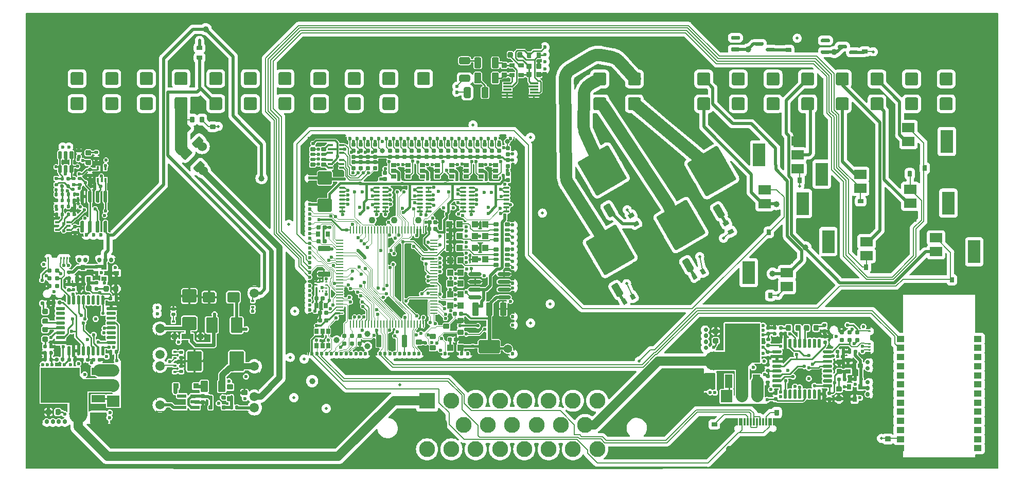
<source format=gtl>
G75*
G70*
%OFA0B0*%
%FSLAX25Y25*%
%IPPOS*%
%LPD*%
%AMOC8*
5,1,8,0,0,1.08239X$1,22.5*
%
%AMM128*
21,1,0.086610,0.073230,-0.000000,-0.000000,90.000000*
21,1,0.069290,0.090550,-0.000000,-0.000000,90.000000*
1,1,0.017320,0.036610,0.034650*
1,1,0.017320,0.036610,-0.034650*
1,1,0.017320,-0.036610,-0.034650*
1,1,0.017320,-0.036610,0.034650*
%
%AMM129*
21,1,0.094490,0.111020,-0.000000,-0.000000,180.000000*
21,1,0.075590,0.129920,-0.000000,-0.000000,180.000000*
1,1,0.018900,-0.037800,0.055510*
1,1,0.018900,0.037800,0.055510*
1,1,0.018900,0.037800,-0.055510*
1,1,0.018900,-0.037800,-0.055510*
%
%AMM130*
21,1,0.074800,0.083460,-0.000000,-0.000000,180.000000*
21,1,0.059840,0.098430,-0.000000,-0.000000,180.000000*
1,1,0.014960,-0.029920,0.041730*
1,1,0.014960,0.029920,0.041730*
1,1,0.014960,0.029920,-0.041730*
1,1,0.014960,-0.029920,-0.041730*
%
%AMM131*
21,1,0.078740,0.053540,-0.000000,-0.000000,0.000000*
21,1,0.065350,0.066930,-0.000000,-0.000000,0.000000*
1,1,0.013390,0.032680,-0.026770*
1,1,0.013390,-0.032680,-0.026770*
1,1,0.013390,-0.032680,0.026770*
1,1,0.013390,0.032680,0.026770*
%
%AMM132*
21,1,0.035430,0.030320,-0.000000,-0.000000,270.000000*
21,1,0.028350,0.037400,-0.000000,-0.000000,270.000000*
1,1,0.007090,-0.015160,-0.014170*
1,1,0.007090,-0.015160,0.014170*
1,1,0.007090,0.015160,0.014170*
1,1,0.007090,0.015160,-0.014170*
%
%AMM133*
21,1,0.021650,0.052760,-0.000000,-0.000000,90.000000*
21,1,0.017320,0.057090,-0.000000,-0.000000,90.000000*
1,1,0.004330,0.026380,0.008660*
1,1,0.004330,0.026380,-0.008660*
1,1,0.004330,-0.026380,-0.008660*
1,1,0.004330,-0.026380,0.008660*
%
%AMM134*
21,1,0.035830,0.026770,-0.000000,-0.000000,180.000000*
21,1,0.029130,0.033470,-0.000000,-0.000000,180.000000*
1,1,0.006690,-0.014570,0.013390*
1,1,0.006690,0.014570,0.013390*
1,1,0.006690,0.014570,-0.013390*
1,1,0.006690,-0.014570,-0.013390*
%
%AMM135*
21,1,0.070870,0.036220,-0.000000,-0.000000,270.000000*
21,1,0.061810,0.045280,-0.000000,-0.000000,270.000000*
1,1,0.009060,-0.018110,-0.030910*
1,1,0.009060,-0.018110,0.030910*
1,1,0.009060,0.018110,0.030910*
1,1,0.009060,0.018110,-0.030910*
%
%AMM136*
21,1,0.033470,0.026770,-0.000000,-0.000000,180.000000*
21,1,0.026770,0.033470,-0.000000,-0.000000,180.000000*
1,1,0.006690,-0.013390,0.013390*
1,1,0.006690,0.013390,0.013390*
1,1,0.006690,0.013390,-0.013390*
1,1,0.006690,-0.013390,-0.013390*
%
%AMM137*
21,1,0.015750,0.016540,-0.000000,-0.000000,90.000000*
21,1,0.012600,0.019680,-0.000000,-0.000000,90.000000*
1,1,0.003150,0.008270,0.006300*
1,1,0.003150,0.008270,-0.006300*
1,1,0.003150,-0.008270,-0.006300*
1,1,0.003150,-0.008270,0.006300*
%
%AMM138*
21,1,0.023620,0.018900,-0.000000,-0.000000,270.000000*
21,1,0.018900,0.023620,-0.000000,-0.000000,270.000000*
1,1,0.004720,-0.009450,-0.009450*
1,1,0.004720,-0.009450,0.009450*
1,1,0.004720,0.009450,0.009450*
1,1,0.004720,0.009450,-0.009450*
%
%AMM139*
21,1,0.019680,0.019680,-0.000000,-0.000000,180.000000*
21,1,0.015750,0.023620,-0.000000,-0.000000,180.000000*
1,1,0.003940,-0.007870,0.009840*
1,1,0.003940,0.007870,0.009840*
1,1,0.003940,0.007870,-0.009840*
1,1,0.003940,-0.007870,-0.009840*
%
%AMM140*
21,1,0.019680,0.019680,-0.000000,-0.000000,90.000000*
21,1,0.015750,0.023620,-0.000000,-0.000000,90.000000*
1,1,0.003940,0.009840,0.007870*
1,1,0.003940,0.009840,-0.007870*
1,1,0.003940,-0.009840,-0.007870*
1,1,0.003940,-0.009840,0.007870*
%
%AMM219*
21,1,0.025590,0.026380,-0.000000,-0.000000,90.000000*
21,1,0.020470,0.031500,-0.000000,-0.000000,90.000000*
1,1,0.005120,0.013190,0.010240*
1,1,0.005120,0.013190,-0.010240*
1,1,0.005120,-0.013190,-0.010240*
1,1,0.005120,-0.013190,0.010240*
%
%AMM220*
21,1,0.017720,0.027950,-0.000000,-0.000000,90.000000*
21,1,0.014170,0.031500,-0.000000,-0.000000,90.000000*
1,1,0.003540,0.013980,0.007090*
1,1,0.003540,0.013980,-0.007090*
1,1,0.003540,-0.013980,-0.007090*
1,1,0.003540,-0.013980,0.007090*
%
%AMM221*
21,1,0.012600,0.028980,-0.000000,-0.000000,270.000000*
21,1,0.010080,0.031500,-0.000000,-0.000000,270.000000*
1,1,0.002520,-0.014490,-0.005040*
1,1,0.002520,-0.014490,0.005040*
1,1,0.002520,0.014490,0.005040*
1,1,0.002520,0.014490,-0.005040*
%
%AMM222*
21,1,0.023620,0.030710,-0.000000,-0.000000,0.000000*
21,1,0.018900,0.035430,-0.000000,-0.000000,0.000000*
1,1,0.004720,0.009450,-0.015350*
1,1,0.004720,-0.009450,-0.015350*
1,1,0.004720,-0.009450,0.015350*
1,1,0.004720,0.009450,0.015350*
%
%AMM223*
21,1,0.027560,0.018900,-0.000000,-0.000000,270.000000*
21,1,0.022840,0.023620,-0.000000,-0.000000,270.000000*
1,1,0.004720,-0.009450,-0.011420*
1,1,0.004720,-0.009450,0.011420*
1,1,0.004720,0.009450,0.011420*
1,1,0.004720,0.009450,-0.011420*
%
%AMM224*
21,1,0.031500,0.072440,-0.000000,-0.000000,270.000000*
21,1,0.025200,0.078740,-0.000000,-0.000000,270.000000*
1,1,0.006300,-0.036220,-0.012600*
1,1,0.006300,-0.036220,0.012600*
1,1,0.006300,0.036220,0.012600*
1,1,0.006300,0.036220,-0.012600*
%
%AMM225*
21,1,0.027560,0.018900,-0.000000,-0.000000,0.000000*
21,1,0.022840,0.023620,-0.000000,-0.000000,0.000000*
1,1,0.004720,0.011420,-0.009450*
1,1,0.004720,-0.011420,-0.009450*
1,1,0.004720,-0.011420,0.009450*
1,1,0.004720,0.011420,0.009450*
%
%AMM226*
21,1,0.023620,0.030710,-0.000000,-0.000000,90.000000*
21,1,0.018900,0.035430,-0.000000,-0.000000,90.000000*
1,1,0.004720,0.015350,0.009450*
1,1,0.004720,0.015350,-0.009450*
1,1,0.004720,-0.015350,-0.009450*
1,1,0.004720,-0.015350,0.009450*
%
%AMM227*
21,1,0.035430,0.030320,-0.000000,-0.000000,90.000000*
21,1,0.028350,0.037400,-0.000000,-0.000000,90.000000*
1,1,0.007090,0.015160,0.014170*
1,1,0.007090,0.015160,-0.014170*
1,1,0.007090,-0.015160,-0.014170*
1,1,0.007090,-0.015160,0.014170*
%
%AMM228*
21,1,0.043310,0.075980,-0.000000,-0.000000,180.000000*
21,1,0.034650,0.084650,-0.000000,-0.000000,180.000000*
1,1,0.008660,-0.017320,0.037990*
1,1,0.008660,0.017320,0.037990*
1,1,0.008660,0.017320,-0.037990*
1,1,0.008660,-0.017320,-0.037990*
%
%AMM229*
21,1,0.039370,0.035430,-0.000000,-0.000000,180.000000*
21,1,0.031500,0.043310,-0.000000,-0.000000,180.000000*
1,1,0.007870,-0.015750,0.017720*
1,1,0.007870,0.015750,0.017720*
1,1,0.007870,0.015750,-0.017720*
1,1,0.007870,-0.015750,-0.017720*
%
%AMM230*
21,1,0.027560,0.030710,-0.000000,-0.000000,180.000000*
21,1,0.022050,0.036220,-0.000000,-0.000000,180.000000*
1,1,0.005510,-0.011020,0.015350*
1,1,0.005510,0.011020,0.015350*
1,1,0.005510,0.011020,-0.015350*
1,1,0.005510,-0.011020,-0.015350*
%
%AMM231*
21,1,0.031500,0.072440,-0.000000,-0.000000,180.000000*
21,1,0.025200,0.078740,-0.000000,-0.000000,180.000000*
1,1,0.006300,-0.012600,0.036220*
1,1,0.006300,0.012600,0.036220*
1,1,0.006300,0.012600,-0.036220*
1,1,0.006300,-0.012600,-0.036220*
%
%AMM232*
21,1,0.137800,0.067720,-0.000000,-0.000000,180.000000*
21,1,0.120870,0.084650,-0.000000,-0.000000,180.000000*
1,1,0.016930,-0.060430,0.033860*
1,1,0.016930,0.060430,0.033860*
1,1,0.016930,0.060430,-0.033860*
1,1,0.016930,-0.060430,-0.033860*
%
%AMM233*
21,1,0.043310,0.075990,-0.000000,-0.000000,180.000000*
21,1,0.034650,0.084650,-0.000000,-0.000000,180.000000*
1,1,0.008660,-0.017320,0.037990*
1,1,0.008660,0.017320,0.037990*
1,1,0.008660,0.017320,-0.037990*
1,1,0.008660,-0.017320,-0.037990*
%
%AMM234*
21,1,0.086610,0.073230,-0.000000,-0.000000,270.000000*
21,1,0.069290,0.090550,-0.000000,-0.000000,270.000000*
1,1,0.017320,-0.036610,-0.034650*
1,1,0.017320,-0.036610,0.034650*
1,1,0.017320,0.036610,0.034650*
1,1,0.017320,0.036610,-0.034650*
%
%ADD10C,0.00787*%
%ADD11C,0.07874*%
%ADD112O,0.00787X0.40158*%
%ADD113C,0.03150*%
%ADD12R,0.07874X0.05906*%
%ADD13R,0.07874X0.14961*%
%ADD14C,0.22047*%
%ADD141R,0.02559X0.01575*%
%ADD142R,0.01575X0.02559*%
%ADD143R,0.05512X0.01181*%
%ADD144R,0.03543X0.03150*%
%ADD145R,0.04724X0.08661*%
%ADD146C,0.05118*%
%ADD147R,0.22835X0.25197*%
%ADD148R,0.03150X0.03543*%
%ADD149C,0.03100*%
%ADD15C,0.02362*%
%ADD150R,0.07500X0.07874*%
%ADD151O,0.07500X0.07874*%
%ADD152C,0.03900*%
%ADD159O,0.04724X0.00866*%
%ADD16R,0.24350X0.00984*%
%ADD160O,0.00866X0.04724*%
%ADD161O,0.04331X0.01181*%
%ADD164R,0.01378X0.00984*%
%ADD165R,0.00984X0.01378*%
%ADD17R,0.04390X0.00984*%
%ADD170O,0.08661X0.02362*%
%ADD178C,0.00492*%
%ADD179C,0.01260*%
%ADD18R,0.00984X0.56201*%
%ADD180C,0.04331*%
%ADD181C,0.05512*%
%ADD19R,0.00984X0.59449*%
%ADD20R,0.20374X0.00984*%
%ADD21C,0.02756*%
%ADD22C,0.11811*%
%ADD23R,0.11811X0.00984*%
%ADD24R,0.04331X0.00984*%
%ADD25R,0.03858X0.00984*%
%ADD26R,0.05709X0.00984*%
%ADD27R,0.00984X1.08661*%
%ADD28R,0.07677X0.00984*%
%ADD29R,0.03740X0.00984*%
%ADD290M128*%
%ADD291M129*%
%ADD292M130*%
%ADD293M131*%
%ADD294M132*%
%ADD295M133*%
%ADD296M134*%
%ADD297M135*%
%ADD298M136*%
%ADD299M137*%
%ADD30C,0.05906*%
%ADD300M138*%
%ADD301M139*%
%ADD302M140*%
%ADD31O,0.00787X0.12992*%
%ADD32O,0.00787X0.40157*%
%ADD326R,0.08661X0.04724*%
%ADD327R,0.25197X0.22835*%
%ADD328R,0.07874X0.07500*%
%ADD329O,0.07874X0.07500*%
%ADD33O,0.00787X0.01181*%
%ADD34O,0.66929X0.00787*%
%ADD35O,0.60630X0.00787*%
%ADD36O,0.00787X0.18898*%
%ADD37O,0.00787X0.10236*%
%ADD38O,0.00787X0.03937*%
%ADD39O,0.00787X0.05906*%
%ADD40R,0.10335X0.10335*%
%ADD408M219*%
%ADD409M220*%
%ADD41C,0.10335*%
%ADD410M221*%
%ADD411M222*%
%ADD412M223*%
%ADD413M224*%
%ADD414M225*%
%ADD415M226*%
%ADD416M227*%
%ADD417M228*%
%ADD418M229*%
%ADD419M230*%
%ADD42R,0.00984X0.24350*%
%ADD420M231*%
%ADD421M232*%
%ADD422M233*%
%ADD423M234*%
%ADD43R,0.00984X0.04390*%
%ADD44R,0.56201X0.00984*%
%ADD45R,0.59449X0.00984*%
%ADD46R,0.00984X0.20374*%
%ADD47R,0.01181X0.04528*%
%ADD48O,0.03937X0.08268*%
%ADD49O,0.03937X0.06299*%
%ADD50C,0.06000*%
%ADD51R,0.00787X0.14567*%
%ADD52R,0.00787X0.01575*%
%ADD53R,0.00787X0.06299*%
%ADD54R,0.00787X0.38189*%
%ADD55R,0.00787X0.09055*%
%ADD56R,0.05512X0.00787*%
%ADD57R,0.25197X0.00787*%
%ADD58R,0.06693X0.00787*%
%ADD59R,0.12992X0.00787*%
%ADD60R,0.00787X0.27559*%
%ADD61R,0.00787X0.12992*%
%ADD62R,0.00787X0.24803*%
%ADD63R,0.05118X0.03937*%
%ADD64R,0.00984X0.11811*%
%ADD65R,0.00984X0.04331*%
%ADD66R,0.00984X0.03858*%
%ADD67R,0.00984X0.05709*%
%ADD68R,1.08661X0.00984*%
%ADD69R,0.00984X0.07677*%
%ADD70R,0.00984X0.03740*%
%ADD71C,0.01969*%
%ADD72C,0.03937*%
%ADD82C,0.01181*%
%ADD87C,0.00800*%
%ADD96C,0.00984*%
%ADD97C,0.01968*%
%ADD98C,0.01575*%
X0000000Y0000000D02*
%LPD*%
G01*
D10*
X0392122Y0164268D02*
X0389575Y0167992D01*
D11*
X0361286Y0221845D02*
G75*
G03*
X0362037Y0218444I0007874J-000046D01*
G01*
D12*
X0499819Y0194532D03*
X0499819Y0203587D03*
X0499819Y0212642D03*
D13*
X0475016Y0203587D03*
G36*
G01*
X0590000Y0196504D02*
X0590000Y0193433D01*
G75*
G02*
X0589724Y0193158I-000276J0000000D01*
G01*
X0587520Y0193158D01*
G75*
G02*
X0587244Y0193433I0000000J0000276D01*
G01*
X0587244Y0196504D01*
G75*
G02*
X0587520Y0196780I0000276J0000000D01*
G01*
X0589724Y0196780D01*
G75*
G02*
X0590000Y0196504I0000000J-000276D01*
G01*
G37*
G36*
G01*
X0583701Y0196504D02*
X0583701Y0193433D01*
G75*
G02*
X0583425Y0193158I-000276J0000000D01*
G01*
X0581220Y0193158D01*
G75*
G02*
X0580945Y0193433I0000000J0000276D01*
G01*
X0580945Y0196504D01*
G75*
G02*
X0581220Y0196780I0000276J0000000D01*
G01*
X0583425Y0196780D01*
G75*
G02*
X0583701Y0196504I0000000J-000276D01*
G01*
G37*
G36*
G01*
X0564870Y0189787D02*
X0564870Y0192858D01*
G75*
G02*
X0565146Y0193134I0000276J0000000D01*
G01*
X0567350Y0193134D01*
G75*
G02*
X0567626Y0192858I0000000J-000276D01*
G01*
X0567626Y0189787D01*
G75*
G02*
X0567350Y0189512I-000276J0000000D01*
G01*
X0565146Y0189512D01*
G75*
G02*
X0564870Y0189787I0000000J0000276D01*
G01*
G37*
G36*
G01*
X0571169Y0189787D02*
X0571169Y0192858D01*
G75*
G02*
X0571445Y0193134I0000276J0000000D01*
G01*
X0573650Y0193134D01*
G75*
G02*
X0573925Y0192858I0000000J-000276D01*
G01*
X0573925Y0189787D01*
G75*
G02*
X0573650Y0189512I-000276J0000000D01*
G01*
X0571445Y0189512D01*
G75*
G02*
X0571169Y0189787I0000000J0000276D01*
G01*
G37*
G36*
G01*
X0542342Y0165791D02*
X0539271Y0165791D01*
G75*
G02*
X0538996Y0166067I0000000J0000276D01*
G01*
X0538996Y0168272D01*
G75*
G02*
X0539271Y0168547I0000276J0000000D01*
G01*
X0542342Y0168547D01*
G75*
G02*
X0542618Y0168272I0000000J-000276D01*
G01*
X0542618Y0166067D01*
G75*
G02*
X0542342Y0165791I-000276J0000000D01*
G01*
G37*
G36*
G01*
X0542342Y0172091D02*
X0539271Y0172091D01*
G75*
G02*
X0538996Y0172366I0000000J0000276D01*
G01*
X0538996Y0174571D01*
G75*
G02*
X0539271Y0174847I0000276J0000000D01*
G01*
X0542342Y0174847D01*
G75*
G02*
X0542618Y0174571I0000000J-000276D01*
G01*
X0542618Y0172366D01*
G75*
G02*
X0542342Y0172091I-000276J0000000D01*
G01*
G37*
D12*
X0493028Y0118221D03*
X0493028Y0127276D03*
X0493028Y0136331D03*
D13*
X0468224Y0127276D03*
G36*
G01*
X0452296Y0163935D02*
X0449909Y0162557D01*
G75*
G02*
X0448565Y0162917I-000492J0000852D01*
G01*
X0445218Y0168713D01*
G75*
G02*
X0445578Y0170058I0000852J0000492D01*
G01*
X0447965Y0171436D01*
G75*
G02*
X0449310Y0171075I0000492J-000852D01*
G01*
X0452656Y0165279D01*
G75*
G02*
X0452296Y0163935I-000852J-000492D01*
G01*
G37*
G36*
G01*
X0449245Y0181266D02*
X0441573Y0176837D01*
G75*
G02*
X0440229Y0177198I-000492J0000852D01*
G01*
X0435209Y0185892D01*
G75*
G02*
X0435569Y0187236I0000852J0000492D01*
G01*
X0443241Y0191666D01*
G75*
G02*
X0444585Y0191305I0000492J-000852D01*
G01*
X0449605Y0182611D01*
G75*
G02*
X0449245Y0181266I-000852J-000492D01*
G01*
G37*
G36*
G01*
X0459644Y0187270D02*
X0451972Y0182841D01*
G75*
G02*
X0450628Y0183202I-000492J0000852D01*
G01*
X0445608Y0191896D01*
G75*
G02*
X0445968Y0193240I0000852J0000492D01*
G01*
X0453640Y0197670D01*
G75*
G02*
X0454984Y0197309I0000492J-000852D01*
G01*
X0460004Y0188615D01*
G75*
G02*
X0459644Y0187270I-000852J-000492D01*
G01*
G37*
G36*
G01*
X0459644Y0187270D02*
X0441573Y0176837D01*
G75*
G02*
X0440229Y0177198I-000492J0000852D01*
G01*
X0428614Y0197314D01*
G75*
G02*
X0428975Y0198658I0000852J0000492D01*
G01*
X0447045Y0209092D01*
G75*
G02*
X0448390Y0208731I0000492J-000852D01*
G01*
X0460004Y0188615D01*
G75*
G02*
X0459644Y0187270I-000852J-000492D01*
G01*
G37*
G36*
G01*
X0442650Y0192688D02*
X0434979Y0188259D01*
G75*
G02*
X0433634Y0188620I-000492J0000852D01*
G01*
X0428614Y0197314D01*
G75*
G02*
X0428975Y0198658I0000852J0000492D01*
G01*
X0436646Y0203088D01*
G75*
G02*
X0437991Y0202727I0000492J-000852D01*
G01*
X0443010Y0194033D01*
G75*
G02*
X0442650Y0192688I-000852J-000492D01*
G01*
G37*
G36*
G01*
X0453049Y0198692D02*
X0445378Y0194263D01*
G75*
G02*
X0444033Y0194624I-000492J0000852D01*
G01*
X0439014Y0203318D01*
G75*
G02*
X0439374Y0204662I0000852J0000492D01*
G01*
X0447045Y0209092D01*
G75*
G02*
X0448390Y0208731I0000492J-000852D01*
G01*
X0453409Y0200037D01*
G75*
G02*
X0453049Y0198692I-000852J-000492D01*
G01*
G37*
G36*
G01*
X0467843Y0172911D02*
X0465457Y0171533D01*
G75*
G02*
X0464112Y0171893I-000492J0000852D01*
G01*
X0460766Y0177690D01*
G75*
G02*
X0461126Y0179034I0000852J0000492D01*
G01*
X0463513Y0180412D01*
G75*
G02*
X0464857Y0180052I0000492J-000852D01*
G01*
X0468204Y0174255D01*
G75*
G02*
X0467843Y0172911I-000852J-000492D01*
G01*
G37*
G36*
G01*
X0381307Y0164486D02*
X0378921Y0163108D01*
G75*
G02*
X0377576Y0163468I-000492J0000852D01*
G01*
X0374230Y0169264D01*
G75*
G02*
X0374590Y0170609I0000852J0000492D01*
G01*
X0376977Y0171987D01*
G75*
G02*
X0378321Y0171627I0000492J-000852D01*
G01*
X0381667Y0165830D01*
G75*
G02*
X0381307Y0164486I-000852J-000492D01*
G01*
G37*
G36*
G01*
X0378256Y0181818D02*
X0370585Y0177389D01*
G75*
G02*
X0369240Y0177749I-000492J0000852D01*
G01*
X0364220Y0186443D01*
G75*
G02*
X0364581Y0187788I0000852J0000492D01*
G01*
X0372252Y0192217D01*
G75*
G02*
X0373597Y0191857I0000492J-000852D01*
G01*
X0378616Y0183162D01*
G75*
G02*
X0378256Y0181818I-000852J-000492D01*
G01*
G37*
G36*
G01*
X0388655Y0187822D02*
X0380984Y0183392D01*
G75*
G02*
X0379639Y0183753I-000492J0000852D01*
G01*
X0374620Y0192447D01*
G75*
G02*
X0374980Y0193792I0000852J0000492D01*
G01*
X0382651Y0198221D01*
G75*
G02*
X0383996Y0197860I0000492J-000852D01*
G01*
X0389015Y0189166D01*
G75*
G02*
X0388655Y0187822I-000852J-000492D01*
G01*
G37*
G36*
G01*
X0388655Y0187822D02*
X0370585Y0177389D01*
G75*
G02*
X0369240Y0177749I-000492J0000852D01*
G01*
X0357626Y0197865D01*
G75*
G02*
X0357986Y0199210I0000852J0000492D01*
G01*
X0376057Y0209643D01*
G75*
G02*
X0377401Y0209282I0000492J-000852D01*
G01*
X0389016Y0189166D01*
G75*
G02*
X0388655Y0187822I-000852J-000492D01*
G01*
G37*
G36*
G01*
X0371662Y0193240D02*
X0363990Y0188811D01*
G75*
G02*
X0362646Y0189171I-000492J0000852D01*
G01*
X0357626Y0197865D01*
G75*
G02*
X0357986Y0199210I0000852J0000492D01*
G01*
X0365658Y0203639D01*
G75*
G02*
X0367002Y0203279I0000492J-000852D01*
G01*
X0372022Y0194584D01*
G75*
G02*
X0371662Y0193240I-000852J-000492D01*
G01*
G37*
G36*
G01*
X0382061Y0199244D02*
X0374389Y0194814D01*
G75*
G02*
X0373045Y0195175I-000492J0000852D01*
G01*
X0368025Y0203869D01*
G75*
G02*
X0368385Y0205214I0000852J0000492D01*
G01*
X0376057Y0209643D01*
G75*
G02*
X0377401Y0209282I0000492J-000852D01*
G01*
X0382421Y0200588D01*
G75*
G02*
X0382061Y0199244I-000852J-000492D01*
G01*
G37*
G36*
G01*
X0396855Y0173462D02*
X0394468Y0172084D01*
G75*
G02*
X0393124Y0172444I-000492J0000852D01*
G01*
X0389777Y0178241D01*
G75*
G02*
X0390137Y0179585I0000852J0000492D01*
G01*
X0392524Y0180963D01*
G75*
G02*
X0393869Y0180603I0000492J-000852D01*
G01*
X0397215Y0174807D01*
G75*
G02*
X0396855Y0173462I-000852J-000492D01*
G01*
G37*
G36*
G01*
X0114004Y0265205D02*
X0110933Y0265205D01*
G75*
G02*
X0110657Y0265480I0000000J0000276D01*
G01*
X0110657Y0267685D01*
G75*
G02*
X0110933Y0267961I0000276J0000000D01*
G01*
X0114004Y0267961D01*
G75*
G02*
X0114280Y0267685I0000000J-000276D01*
G01*
X0114280Y0265480D01*
G75*
G02*
X0114004Y0265205I-000276J0000000D01*
G01*
G37*
G36*
G01*
X0114004Y0271504D02*
X0110933Y0271504D01*
G75*
G02*
X0110657Y0271780I0000000J0000276D01*
G01*
X0110657Y0273984D01*
G75*
G02*
X0110933Y0274260I0000276J0000000D01*
G01*
X0114004Y0274260D01*
G75*
G02*
X0114280Y0273984I0000000J-000276D01*
G01*
X0114280Y0271780D01*
G75*
G02*
X0114004Y0271504I-000276J0000000D01*
G01*
G37*
D14*
X0115776Y0144693D03*
G36*
G01*
X0494079Y0038063D02*
X0494079Y0034992D01*
G75*
G02*
X0493803Y0034717I-000276J0000000D01*
G01*
X0491598Y0034717D01*
G75*
G02*
X0491323Y0034992I0000000J0000276D01*
G01*
X0491323Y0038063D01*
G75*
G02*
X0491598Y0038339I0000276J0000000D01*
G01*
X0493803Y0038339D01*
G75*
G02*
X0494079Y0038063I0000000J-000276D01*
G01*
G37*
G36*
G01*
X0487780Y0038063D02*
X0487780Y0034992D01*
G75*
G02*
X0487504Y0034717I-000276J0000000D01*
G01*
X0485299Y0034717D01*
G75*
G02*
X0485024Y0034992I0000000J0000276D01*
G01*
X0485024Y0038063D01*
G75*
G02*
X0485299Y0038339I0000276J0000000D01*
G01*
X0487504Y0038339D01*
G75*
G02*
X0487780Y0038063I0000000J-000276D01*
G01*
G37*
G36*
G01*
X0551882Y0132284D02*
X0551882Y0129213D01*
G75*
G02*
X0551606Y0128937I-000276J0000000D01*
G01*
X0549402Y0128937D01*
G75*
G02*
X0549126Y0129213I0000000J0000276D01*
G01*
X0549126Y0132284D01*
G75*
G02*
X0549402Y0132559I0000276J0000000D01*
G01*
X0551606Y0132559D01*
G75*
G02*
X0551882Y0132284I0000000J-000276D01*
G01*
G37*
G36*
G01*
X0545583Y0132284D02*
X0545583Y0129213D01*
G75*
G02*
X0545307Y0128937I-000276J0000000D01*
G01*
X0543102Y0128937D01*
G75*
G02*
X0542827Y0129213I0000000J0000276D01*
G01*
X0542827Y0132284D01*
G75*
G02*
X0543102Y0132559I0000276J0000000D01*
G01*
X0545307Y0132559D01*
G75*
G02*
X0545583Y0132284I0000000J-000276D01*
G01*
G37*
D15*
X0043787Y0151658D03*
X0039063Y0151658D03*
X0048512Y0151658D03*
X0053236Y0151658D03*
D16*
X0042734Y0209335D03*
D17*
X0018915Y0209335D03*
D18*
X0054417Y0181726D03*
D19*
X0017213Y0180102D03*
D20*
X0026907Y0150870D03*
D15*
X0027803Y0208449D03*
X0023866Y0208449D03*
G36*
G01*
X0115409Y0227917D02*
X0115409Y0224847D01*
G75*
G02*
X0115134Y0224571I-000276J0000000D01*
G01*
X0112929Y0224571D01*
G75*
G02*
X0112654Y0224847I0000000J0000276D01*
G01*
X0112654Y0227917D01*
G75*
G02*
X0112929Y0228193I0000276J0000000D01*
G01*
X0115134Y0228193D01*
G75*
G02*
X0115409Y0227917I0000000J-000276D01*
G01*
G37*
G36*
G01*
X0109110Y0227917D02*
X0109110Y0224847D01*
G75*
G02*
X0108835Y0224571I-000276J0000000D01*
G01*
X0106630Y0224571D01*
G75*
G02*
X0106354Y0224847I0000000J0000276D01*
G01*
X0106354Y0227917D01*
G75*
G02*
X0106630Y0228193I0000276J0000000D01*
G01*
X0108835Y0228193D01*
G75*
G02*
X0109110Y0227917I0000000J-000276D01*
G01*
G37*
D12*
X0544583Y0138311D03*
X0544583Y0147366D03*
X0544583Y0156421D03*
D13*
X0519780Y0147366D03*
G36*
G01*
X0432268Y0129068D02*
X0429881Y0127690D01*
G75*
G02*
X0428537Y0128051I-000492J0000852D01*
G01*
X0425190Y0133847D01*
G75*
G02*
X0425551Y0135191I0000852J0000492D01*
G01*
X0427937Y0136569D01*
G75*
G02*
X0429282Y0136209I0000492J-000852D01*
G01*
X0432628Y0130413D01*
G75*
G02*
X0432268Y0129068I-000852J-000492D01*
G01*
G37*
G36*
G01*
X0429217Y0146400D02*
X0421546Y0141971D01*
G75*
G02*
X0420201Y0142331I-000492J0000852D01*
G01*
X0415181Y0151026D01*
G75*
G02*
X0415542Y0152370I0000852J0000492D01*
G01*
X0423213Y0156799D01*
G75*
G02*
X0424558Y0156439I0000492J-000852D01*
G01*
X0429577Y0147745D01*
G75*
G02*
X0429217Y0146400I-000852J-000492D01*
G01*
G37*
G36*
G01*
X0439616Y0152404D02*
X0431945Y0147975D01*
G75*
G02*
X0430600Y0148335I-000492J0000852D01*
G01*
X0425580Y0157030D01*
G75*
G02*
X0425941Y0158374I0000852J0000492D01*
G01*
X0433612Y0162803D01*
G75*
G02*
X0434957Y0162443I0000492J-000852D01*
G01*
X0439976Y0153749D01*
G75*
G02*
X0439616Y0152404I-000852J-000492D01*
G01*
G37*
G36*
G01*
X0439616Y0152404D02*
X0421546Y0141971D01*
G75*
G02*
X0420201Y0142331I-000492J0000852D01*
G01*
X0408587Y0162448D01*
G75*
G02*
X0408947Y0163792I0000852J0000492D01*
G01*
X0427018Y0174225D01*
G75*
G02*
X0428362Y0173865I0000492J-000852D01*
G01*
X0439976Y0153749D01*
G75*
G02*
X0439616Y0152404I-000852J-000492D01*
G01*
G37*
G36*
G01*
X0422623Y0157822D02*
X0414951Y0153393D01*
G75*
G02*
X0413607Y0153753I-000492J0000852D01*
G01*
X0408587Y0162448D01*
G75*
G02*
X0408947Y0163792I0000852J0000492D01*
G01*
X0416619Y0168221D01*
G75*
G02*
X0417963Y0167861I0000492J-000852D01*
G01*
X0422983Y0159167D01*
G75*
G02*
X0422623Y0157822I-000852J-000492D01*
G01*
G37*
G36*
G01*
X0433022Y0163826D02*
X0425350Y0159397D01*
G75*
G02*
X0424006Y0159757I-000492J0000852D01*
G01*
X0418986Y0168452D01*
G75*
G02*
X0419346Y0169796I0000852J0000492D01*
G01*
X0427018Y0174225D01*
G75*
G02*
X0428362Y0173865I0000492J-000852D01*
G01*
X0433382Y0165171D01*
G75*
G02*
X0433022Y0163826I-000852J-000492D01*
G01*
G37*
G36*
G01*
X0447816Y0138045D02*
X0445429Y0136667D01*
G75*
G02*
X0444084Y0137027I-000492J0000852D01*
G01*
X0440738Y0142823D01*
G75*
G02*
X0441098Y0144168I0000852J0000492D01*
G01*
X0443485Y0145546D01*
G75*
G02*
X0444829Y0145186I0000492J-000852D01*
G01*
X0448176Y0139389D01*
G75*
G02*
X0447816Y0138045I-000852J-000492D01*
G01*
G37*
D21*
X0013449Y0030701D03*
X0025260Y0030701D03*
X0021323Y0030701D03*
X0017386Y0030701D03*
D22*
X0033724Y0035622D03*
D23*
X0047504Y0029224D03*
D24*
X0060102Y0136902D03*
D25*
X0043016Y0136902D03*
X0030024Y0136902D03*
D26*
X0010004Y0136902D03*
D27*
X0061776Y0083063D03*
X0007642Y0083063D03*
D28*
X0058429Y0029224D03*
D29*
X0009020Y0029224D03*
G36*
G01*
X0057740Y0099795D02*
X0052819Y0099795D01*
G75*
G02*
X0052327Y0100287I0000000J0000492D01*
G01*
X0052327Y0101272D01*
G75*
G02*
X0052819Y0101764I0000492J0000000D01*
G01*
X0057740Y0101764D01*
G75*
G02*
X0058232Y0101272I0000000J-000492D01*
G01*
X0058232Y0100287D01*
G75*
G02*
X0057740Y0099795I-000492J0000000D01*
G01*
G37*
G36*
G01*
X0047209Y0106390D02*
X0046224Y0106390D01*
G75*
G02*
X0045732Y0106882I0000000J0000492D01*
G01*
X0045732Y0111803D01*
G75*
G02*
X0046224Y0112295I0000492J0000000D01*
G01*
X0047209Y0112295D01*
G75*
G02*
X0047701Y0111803I0000000J-000492D01*
G01*
X0047701Y0106882D01*
G75*
G02*
X0047209Y0106390I-000492J0000000D01*
G01*
G37*
G36*
G01*
X0057740Y0102945D02*
X0052819Y0102945D01*
G75*
G02*
X0052327Y0103437I0000000J0000492D01*
G01*
X0052327Y0104421D01*
G75*
G02*
X0052819Y0104913I0000492J0000000D01*
G01*
X0057740Y0104913D01*
G75*
G02*
X0058232Y0104421I0000000J-000492D01*
G01*
X0058232Y0103437D01*
G75*
G02*
X0057740Y0102945I-000492J0000000D01*
G01*
G37*
G36*
G01*
X0047701Y0104224D02*
X0047701Y0103240D01*
G75*
G02*
X0047209Y0102748I-000492J0000000D01*
G01*
X0046224Y0102748D01*
G75*
G02*
X0045732Y0103240I0000000J0000492D01*
G01*
X0045732Y0104224D01*
G75*
G02*
X0046224Y0104717I0000492J0000000D01*
G01*
X0047209Y0104717D01*
G75*
G02*
X0047701Y0104224I0000000J-000492D01*
G01*
G37*
G36*
G01*
X0050358Y0099795D02*
X0049374Y0099795D01*
G75*
G02*
X0048882Y0100287I0000000J0000492D01*
G01*
X0048882Y0101272D01*
G75*
G02*
X0049374Y0101764I0000492J0000000D01*
G01*
X0050358Y0101764D01*
G75*
G02*
X0050850Y0101272I0000000J-000492D01*
G01*
X0050850Y0100287D01*
G75*
G02*
X0050358Y0099795I-000492J0000000D01*
G01*
G37*
G36*
G01*
X0050358Y0106390D02*
X0049374Y0106390D01*
G75*
G02*
X0048882Y0106882I0000000J0000492D01*
G01*
X0048882Y0111803D01*
G75*
G02*
X0049374Y0112295I0000492J0000000D01*
G01*
X0050358Y0112295D01*
G75*
G02*
X0050850Y0111803I0000000J-000492D01*
G01*
X0050850Y0106882D01*
G75*
G02*
X0050358Y0106390I-000492J0000000D01*
G01*
G37*
D21*
X0051441Y0135391D03*
X0047504Y0135391D03*
X0034528Y0135391D03*
X0038528Y0135391D03*
G36*
G01*
X0026638Y0137394D02*
X0026638Y0137394D01*
G75*
G02*
X0027130Y0136902I0000000J-000492D01*
G01*
X0027130Y0135917D01*
G75*
G02*
X0026638Y0135425I-000492J0000000D01*
G01*
X0026638Y0135425D01*
G75*
G02*
X0026146Y0135917I0000000J0000492D01*
G01*
X0026146Y0136902D01*
G75*
G02*
X0026638Y0137394I0000492J0000000D01*
G01*
G37*
G36*
G01*
X0024669Y0137394D02*
X0024669Y0137394D01*
G75*
G02*
X0025161Y0136902I0000000J-000492D01*
G01*
X0025161Y0135917D01*
G75*
G02*
X0024669Y0135425I-000492J0000000D01*
G01*
X0024669Y0135425D01*
G75*
G02*
X0024177Y0135917I0000000J0000492D01*
G01*
X0024177Y0136902D01*
G75*
G02*
X0024669Y0137394I0000492J0000000D01*
G01*
G37*
G36*
G01*
X0022701Y0137394D02*
X0022701Y0137394D01*
G75*
G02*
X0023193Y0136902I0000000J-000492D01*
G01*
X0023193Y0135917D01*
G75*
G02*
X0022701Y0135425I-000492J0000000D01*
G01*
X0022701Y0135425D01*
G75*
G02*
X0022209Y0135917I0000000J0000492D01*
G01*
X0022209Y0136902D01*
G75*
G02*
X0022701Y0137394I0000492J0000000D01*
G01*
G37*
G36*
G01*
X0014433Y0137394D02*
X0014433Y0137394D01*
G75*
G02*
X0014925Y0136902I0000000J-000492D01*
G01*
X0014925Y0135917D01*
G75*
G02*
X0014433Y0135425I-000492J0000000D01*
G01*
X0014433Y0135425D01*
G75*
G02*
X0013941Y0135917I0000000J0000492D01*
G01*
X0013941Y0136902D01*
G75*
G02*
X0014433Y0137394I0000492J0000000D01*
G01*
G37*
X0055378Y0135391D03*
D30*
X0086965Y0041441D03*
X0086965Y0066638D03*
X0086965Y0074118D03*
X0086965Y0091047D03*
D15*
X0085193Y0100496D03*
X0085193Y0104433D03*
D31*
X0150547Y0056598D03*
D32*
X0150547Y0090063D03*
D33*
X0150547Y0118016D03*
D34*
X0117476Y0118213D03*
D35*
X0114327Y0037110D03*
D30*
X0086965Y0115654D03*
D33*
X0084406Y0037307D03*
D36*
X0084406Y0053843D03*
D37*
X0084406Y0082780D03*
D38*
X0084406Y0096559D03*
D39*
X0084406Y0109551D03*
D30*
X0147988Y0039669D03*
X0147988Y0046953D03*
X0147988Y0066441D03*
X0147988Y0113882D03*
G36*
G01*
X0495512Y0270150D02*
X0492441Y0270150D01*
G75*
G02*
X0492165Y0270425I0000000J0000276D01*
G01*
X0492165Y0272630D01*
G75*
G02*
X0492441Y0272906I0000276J0000000D01*
G01*
X0495512Y0272906D01*
G75*
G02*
X0495787Y0272630I0000000J-000276D01*
G01*
X0495787Y0270425D01*
G75*
G02*
X0495512Y0270150I-000276J0000000D01*
G01*
G37*
G36*
G01*
X0495512Y0276449D02*
X0492441Y0276449D01*
G75*
G02*
X0492165Y0276724I0000000J0000276D01*
G01*
X0492165Y0278929D01*
G75*
G02*
X0492441Y0279205I0000276J0000000D01*
G01*
X0495512Y0279205D01*
G75*
G02*
X0495787Y0278929I0000000J-000276D01*
G01*
X0495787Y0276724D01*
G75*
G02*
X0495512Y0276449I-000276J0000000D01*
G01*
G37*
D12*
X0540386Y0181972D03*
X0540386Y0191028D03*
X0540386Y0200083D03*
D13*
X0515583Y0191028D03*
D12*
X0478567Y0181024D03*
X0478567Y0171969D03*
X0478567Y0162913D03*
D13*
X0503370Y0171969D03*
G36*
G01*
X0559724Y0011524D02*
X0557047Y0011524D01*
G75*
G02*
X0556713Y0011858I0000000J0000335D01*
G01*
X0556713Y0014535D01*
G75*
G02*
X0557047Y0014870I0000335J0000000D01*
G01*
X0559724Y0014870D01*
G75*
G02*
X0560059Y0014535I0000000J-000335D01*
G01*
X0560059Y0011858D01*
G75*
G02*
X0559724Y0011524I-000335J0000000D01*
G01*
G37*
G36*
G01*
X0559724Y0017744D02*
X0557047Y0017744D01*
G75*
G02*
X0556713Y0018079I0000000J0000335D01*
G01*
X0556713Y0020756D01*
G75*
G02*
X0557047Y0021091I0000335J0000000D01*
G01*
X0559724Y0021091D01*
G75*
G02*
X0560059Y0020756I0000000J-000335D01*
G01*
X0560059Y0018079D01*
G75*
G02*
X0559724Y0017744I-000335J0000000D01*
G01*
G37*
G36*
G01*
X0387217Y0106438D02*
X0385681Y0109097D01*
G75*
G02*
X0385782Y0109474I0000239J0000138D01*
G01*
X0387692Y0110576D01*
G75*
G02*
X0388068Y0110475I0000138J-000239D01*
G01*
X0389604Y0107816D01*
G75*
G02*
X0389503Y0107440I-000239J-000138D01*
G01*
X0387593Y0106337D01*
G75*
G02*
X0387217Y0106438I-000138J0000239D01*
G01*
G37*
G36*
G01*
X0392672Y0109588D02*
X0391137Y0112247D01*
G75*
G02*
X0391238Y0112624I0000239J0000138D01*
G01*
X0393147Y0113726D01*
G75*
G02*
X0393523Y0113625I0000138J-000239D01*
G01*
X0395059Y0110966D01*
G75*
G02*
X0394958Y0110589I-000239J-000138D01*
G01*
X0393049Y0109487D01*
G75*
G02*
X0392672Y0109588I-000138J0000239D01*
G01*
G37*
G36*
G01*
X0473441Y0151791D02*
X0473441Y0154862D01*
G75*
G02*
X0473717Y0155138I0000276J0000000D01*
G01*
X0475921Y0155138D01*
G75*
G02*
X0476197Y0154862I0000000J-000276D01*
G01*
X0476197Y0151791D01*
G75*
G02*
X0475921Y0151516I-000276J0000000D01*
G01*
X0473717Y0151516D01*
G75*
G02*
X0473441Y0151791I0000000J0000276D01*
G01*
G37*
G36*
G01*
X0479740Y0151791D02*
X0479740Y0154862D01*
G75*
G02*
X0480016Y0155138I0000276J0000000D01*
G01*
X0482220Y0155138D01*
G75*
G02*
X0482496Y0154862I0000000J-000276D01*
G01*
X0482496Y0151791D01*
G75*
G02*
X0482220Y0151516I-000276J0000000D01*
G01*
X0480016Y0151516D01*
G75*
G02*
X0479740Y0151791I0000000J0000276D01*
G01*
G37*
G36*
G01*
X0432638Y0122718D02*
X0431103Y0125377D01*
G75*
G02*
X0431204Y0125753I0000239J0000138D01*
G01*
X0433113Y0126856D01*
G75*
G02*
X0433489Y0126755I0000138J-000239D01*
G01*
X0435025Y0124096D01*
G75*
G02*
X0434924Y0123719I-000239J-000138D01*
G01*
X0433015Y0122617D01*
G75*
G02*
X0432638Y0122718I-000138J0000239D01*
G01*
G37*
G36*
G01*
X0438093Y0125867D02*
X0436558Y0128527D01*
G75*
G02*
X0436659Y0128903I0000239J0000138D01*
G01*
X0438568Y0130005D01*
G75*
G02*
X0438945Y0129905I0000138J-000239D01*
G01*
X0440480Y0127245D01*
G75*
G02*
X0440379Y0126869I-000239J-000138D01*
G01*
X0438470Y0125766D01*
G75*
G02*
X0438093Y0125867I-000138J0000239D01*
G01*
G37*
D40*
X0259866Y0044260D03*
D41*
X0275614Y0044260D03*
X0291362Y0044260D03*
X0307110Y0044260D03*
X0322858Y0044260D03*
X0338606Y0044260D03*
X0354354Y0044260D03*
X0370102Y0044260D03*
X0267740Y0028512D03*
X0283488Y0028512D03*
X0299236Y0028512D03*
X0314984Y0028512D03*
X0330732Y0028512D03*
X0346480Y0028512D03*
X0362228Y0028512D03*
X0259866Y0012764D03*
X0275614Y0012764D03*
X0291362Y0012764D03*
X0307110Y0012764D03*
X0322858Y0012764D03*
X0338606Y0012764D03*
X0354354Y0012764D03*
X0370102Y0012764D03*
G36*
G01*
X0386502Y0112922D02*
X0384116Y0111544D01*
G75*
G02*
X0382771Y0111904I-000492J0000852D01*
G01*
X0379425Y0117700D01*
G75*
G02*
X0379785Y0119045I0000852J0000492D01*
G01*
X0382172Y0120423D01*
G75*
G02*
X0383516Y0120062I0000492J-000852D01*
G01*
X0386863Y0114266D01*
G75*
G02*
X0386502Y0112922I-000852J-000492D01*
G01*
G37*
G36*
G01*
X0383451Y0130253D02*
X0375780Y0125824D01*
G75*
G02*
X0374435Y0126185I-000492J0000852D01*
G01*
X0369415Y0134879D01*
G75*
G02*
X0369776Y0136223I0000852J0000492D01*
G01*
X0377447Y0140653D01*
G75*
G02*
X0378792Y0140292I0000492J-000852D01*
G01*
X0383811Y0131598D01*
G75*
G02*
X0383451Y0130253I-000852J-000492D01*
G01*
G37*
G36*
G01*
X0393850Y0136257D02*
X0386179Y0131828D01*
G75*
G02*
X0384834Y0132189I-000492J0000852D01*
G01*
X0379815Y0140883D01*
G75*
G02*
X0380175Y0142227I0000852J0000492D01*
G01*
X0387846Y0146657D01*
G75*
G02*
X0389191Y0146296I0000492J-000852D01*
G01*
X0394211Y0137602D01*
G75*
G02*
X0393850Y0136257I-000852J-000492D01*
G01*
G37*
G36*
G01*
X0393850Y0136257D02*
X0375780Y0125824D01*
G75*
G02*
X0374435Y0126185I-000492J0000852D01*
G01*
X0362821Y0146301D01*
G75*
G02*
X0363181Y0147645I0000852J0000492D01*
G01*
X0381252Y0158079D01*
G75*
G02*
X0382596Y0157718I0000492J-000852D01*
G01*
X0394211Y0137602D01*
G75*
G02*
X0393850Y0136257I-000852J-000492D01*
G01*
G37*
G36*
G01*
X0376857Y0141675D02*
X0369185Y0137246D01*
G75*
G02*
X0367841Y0137607I-000492J0000852D01*
G01*
X0362821Y0146301D01*
G75*
G02*
X0363181Y0147645I0000852J0000492D01*
G01*
X0370853Y0152075D01*
G75*
G02*
X0372197Y0151714I0000492J-000852D01*
G01*
X0377217Y0143020D01*
G75*
G02*
X0376857Y0141675I-000852J-000492D01*
G01*
G37*
G36*
G01*
X0387256Y0147679D02*
X0379584Y0143250D01*
G75*
G02*
X0378240Y0143611I-000492J0000852D01*
G01*
X0373220Y0152305D01*
G75*
G02*
X0373580Y0153649I0000852J0000492D01*
G01*
X0381252Y0158079D01*
G75*
G02*
X0382596Y0157718I0000492J-000852D01*
G01*
X0387616Y0149024D01*
G75*
G02*
X0387256Y0147679I-000852J-000492D01*
G01*
G37*
G36*
G01*
X0402050Y0121898D02*
X0399663Y0120520D01*
G75*
G02*
X0398319Y0120880I-000492J0000852D01*
G01*
X0394972Y0126676D01*
G75*
G02*
X0395332Y0128021I0000852J0000492D01*
G01*
X0397719Y0129399D01*
G75*
G02*
X0399064Y0129039I0000492J-000852D01*
G01*
X0402410Y0123242D01*
G75*
G02*
X0402050Y0121898I-000852J-000492D01*
G01*
G37*
G36*
G01*
X0592028Y0233465D02*
X0592028Y0239764D01*
G75*
G02*
X0593012Y0240748I0000984J0000000D01*
G01*
X0599311Y0240748D01*
G75*
G02*
X0600295Y0239764I0000000J-000984D01*
G01*
X0600295Y0233465D01*
G75*
G02*
X0599311Y0232480I-000984J0000000D01*
G01*
X0593012Y0232480D01*
G75*
G02*
X0592028Y0233465I0000000J0000984D01*
G01*
G37*
G36*
G01*
X0569587Y0233465D02*
X0569587Y0239764D01*
G75*
G02*
X0570571Y0240748I0000984J0000000D01*
G01*
X0576870Y0240748D01*
G75*
G02*
X0577854Y0239764I0000000J-000984D01*
G01*
X0577854Y0233465D01*
G75*
G02*
X0576870Y0232480I-000984J0000000D01*
G01*
X0570571Y0232480D01*
G75*
G02*
X0569587Y0233465I0000000J0000984D01*
G01*
G37*
G36*
G01*
X0547146Y0233465D02*
X0547146Y0239764D01*
G75*
G02*
X0548130Y0240748I0000984J0000000D01*
G01*
X0554429Y0240748D01*
G75*
G02*
X0555413Y0239764I0000000J-000984D01*
G01*
X0555413Y0233465D01*
G75*
G02*
X0554429Y0232480I-000984J0000000D01*
G01*
X0548130Y0232480D01*
G75*
G02*
X0547146Y0233465I0000000J0000984D01*
G01*
G37*
G36*
G01*
X0524705Y0233465D02*
X0524705Y0239764D01*
G75*
G02*
X0525689Y0240748I0000984J0000000D01*
G01*
X0531988Y0240748D01*
G75*
G02*
X0532972Y0239764I0000000J-000984D01*
G01*
X0532972Y0233465D01*
G75*
G02*
X0531988Y0232480I-000984J0000000D01*
G01*
X0525689Y0232480D01*
G75*
G02*
X0524705Y0233465I0000000J0000984D01*
G01*
G37*
G36*
G01*
X0502264Y0233465D02*
X0502264Y0239764D01*
G75*
G02*
X0503248Y0240748I0000984J0000000D01*
G01*
X0509547Y0240748D01*
G75*
G02*
X0510531Y0239764I0000000J-000984D01*
G01*
X0510531Y0233465D01*
G75*
G02*
X0509547Y0232480I-000984J0000000D01*
G01*
X0503248Y0232480D01*
G75*
G02*
X0502264Y0233465I0000000J0000984D01*
G01*
G37*
G36*
G01*
X0479823Y0233465D02*
X0479823Y0239764D01*
G75*
G02*
X0480807Y0240748I0000984J0000000D01*
G01*
X0487106Y0240748D01*
G75*
G02*
X0488091Y0239764I0000000J-000984D01*
G01*
X0488091Y0233465D01*
G75*
G02*
X0487106Y0232480I-000984J0000000D01*
G01*
X0480807Y0232480D01*
G75*
G02*
X0479823Y0233465I0000000J0000984D01*
G01*
G37*
G36*
G01*
X0457382Y0233465D02*
X0457382Y0239764D01*
G75*
G02*
X0458366Y0240748I0000984J0000000D01*
G01*
X0464665Y0240748D01*
G75*
G02*
X0465650Y0239764I0000000J-000984D01*
G01*
X0465650Y0233465D01*
G75*
G02*
X0464665Y0232480I-000984J0000000D01*
G01*
X0458366Y0232480D01*
G75*
G02*
X0457382Y0233465I0000000J0000984D01*
G01*
G37*
G36*
G01*
X0434941Y0233465D02*
X0434941Y0239764D01*
G75*
G02*
X0435925Y0240748I0000984J0000000D01*
G01*
X0442224Y0240748D01*
G75*
G02*
X0443209Y0239764I0000000J-000984D01*
G01*
X0443209Y0233465D01*
G75*
G02*
X0442224Y0232480I-000984J0000000D01*
G01*
X0435925Y0232480D01*
G75*
G02*
X0434941Y0233465I0000000J0000984D01*
G01*
G37*
G36*
G01*
X0412500Y0233465D02*
X0412500Y0239764D01*
G75*
G02*
X0413484Y0240748I0000984J0000000D01*
G01*
X0419783Y0240748D01*
G75*
G02*
X0420768Y0239764I0000000J-000984D01*
G01*
X0420768Y0233465D01*
G75*
G02*
X0419783Y0232480I-000984J0000000D01*
G01*
X0413484Y0232480D01*
G75*
G02*
X0412500Y0233465I0000000J0000984D01*
G01*
G37*
G36*
G01*
X0390059Y0233465D02*
X0390059Y0239764D01*
G75*
G02*
X0391043Y0240748I0000984J0000000D01*
G01*
X0397343Y0240748D01*
G75*
G02*
X0398327Y0239764I0000000J-000984D01*
G01*
X0398327Y0233465D01*
G75*
G02*
X0397343Y0232480I-000984J0000000D01*
G01*
X0391043Y0232480D01*
G75*
G02*
X0390059Y0233465I0000000J0000984D01*
G01*
G37*
G36*
G01*
X0367618Y0233465D02*
X0367618Y0239764D01*
G75*
G02*
X0368602Y0240748I0000984J0000000D01*
G01*
X0374902Y0240748D01*
G75*
G02*
X0375886Y0239764I0000000J-000984D01*
G01*
X0375886Y0233465D01*
G75*
G02*
X0374902Y0232480I-000984J0000000D01*
G01*
X0368602Y0232480D01*
G75*
G02*
X0367618Y0233465I0000000J0000984D01*
G01*
G37*
G36*
G01*
X0592028Y0249606D02*
X0592028Y0255906D01*
G75*
G02*
X0593012Y0256890I0000984J0000000D01*
G01*
X0599311Y0256890D01*
G75*
G02*
X0600295Y0255906I0000000J-000984D01*
G01*
X0600295Y0249606D01*
G75*
G02*
X0599311Y0248622I-000984J0000000D01*
G01*
X0593012Y0248622D01*
G75*
G02*
X0592028Y0249606I0000000J0000984D01*
G01*
G37*
G36*
G01*
X0569587Y0249606D02*
X0569587Y0255906D01*
G75*
G02*
X0570571Y0256890I0000984J0000000D01*
G01*
X0576870Y0256890D01*
G75*
G02*
X0577854Y0255906I0000000J-000984D01*
G01*
X0577854Y0249606D01*
G75*
G02*
X0576870Y0248622I-000984J0000000D01*
G01*
X0570571Y0248622D01*
G75*
G02*
X0569587Y0249606I0000000J0000984D01*
G01*
G37*
G36*
G01*
X0547146Y0249606D02*
X0547146Y0255906D01*
G75*
G02*
X0548130Y0256890I0000984J0000000D01*
G01*
X0554429Y0256890D01*
G75*
G02*
X0555413Y0255906I0000000J-000984D01*
G01*
X0555413Y0249606D01*
G75*
G02*
X0554429Y0248622I-000984J0000000D01*
G01*
X0548130Y0248622D01*
G75*
G02*
X0547146Y0249606I0000000J0000984D01*
G01*
G37*
G36*
G01*
X0524705Y0249606D02*
X0524705Y0255906D01*
G75*
G02*
X0525689Y0256890I0000984J0000000D01*
G01*
X0531988Y0256890D01*
G75*
G02*
X0532972Y0255906I0000000J-000984D01*
G01*
X0532972Y0249606D01*
G75*
G02*
X0531988Y0248622I-000984J0000000D01*
G01*
X0525689Y0248622D01*
G75*
G02*
X0524705Y0249606I0000000J0000984D01*
G01*
G37*
G36*
G01*
X0502264Y0249606D02*
X0502264Y0255906D01*
G75*
G02*
X0503248Y0256890I0000984J0000000D01*
G01*
X0509547Y0256890D01*
G75*
G02*
X0510531Y0255906I0000000J-000984D01*
G01*
X0510531Y0249606D01*
G75*
G02*
X0509547Y0248622I-000984J0000000D01*
G01*
X0503248Y0248622D01*
G75*
G02*
X0502264Y0249606I0000000J0000984D01*
G01*
G37*
G36*
G01*
X0479823Y0249606D02*
X0479823Y0255906D01*
G75*
G02*
X0480807Y0256890I0000984J0000000D01*
G01*
X0487106Y0256890D01*
G75*
G02*
X0488091Y0255906I0000000J-000984D01*
G01*
X0488091Y0249606D01*
G75*
G02*
X0487106Y0248622I-000984J0000000D01*
G01*
X0480807Y0248622D01*
G75*
G02*
X0479823Y0249606I0000000J0000984D01*
G01*
G37*
G36*
G01*
X0457382Y0249606D02*
X0457382Y0255906D01*
G75*
G02*
X0458366Y0256890I0000984J0000000D01*
G01*
X0464665Y0256890D01*
G75*
G02*
X0465650Y0255906I0000000J-000984D01*
G01*
X0465650Y0249606D01*
G75*
G02*
X0464665Y0248622I-000984J0000000D01*
G01*
X0458366Y0248622D01*
G75*
G02*
X0457382Y0249606I0000000J0000984D01*
G01*
G37*
G36*
G01*
X0434941Y0249606D02*
X0434941Y0255906D01*
G75*
G02*
X0435925Y0256890I0000984J0000000D01*
G01*
X0442224Y0256890D01*
G75*
G02*
X0443209Y0255906I0000000J-000984D01*
G01*
X0443209Y0249606D01*
G75*
G02*
X0442224Y0248622I-000984J0000000D01*
G01*
X0435925Y0248622D01*
G75*
G02*
X0434941Y0249606I0000000J0000984D01*
G01*
G37*
G36*
G01*
X0412500Y0249606D02*
X0412500Y0255906D01*
G75*
G02*
X0413484Y0256890I0000984J0000000D01*
G01*
X0419783Y0256890D01*
G75*
G02*
X0420768Y0255906I0000000J-000984D01*
G01*
X0420768Y0249606D01*
G75*
G02*
X0419783Y0248622I-000984J0000000D01*
G01*
X0413484Y0248622D01*
G75*
G02*
X0412500Y0249606I0000000J0000984D01*
G01*
G37*
G36*
G01*
X0390059Y0249606D02*
X0390059Y0255906D01*
G75*
G02*
X0391043Y0256890I0000984J0000000D01*
G01*
X0397343Y0256890D01*
G75*
G02*
X0398327Y0255906I0000000J-000984D01*
G01*
X0398327Y0249606D01*
G75*
G02*
X0397343Y0248622I-000984J0000000D01*
G01*
X0391043Y0248622D01*
G75*
G02*
X0390059Y0249606I0000000J0000984D01*
G01*
G37*
G36*
G01*
X0367618Y0249606D02*
X0367618Y0255906D01*
G75*
G02*
X0368602Y0256890I0000984J0000000D01*
G01*
X0374902Y0256890D01*
G75*
G02*
X0375886Y0255906I0000000J-000984D01*
G01*
X0375886Y0249606D01*
G75*
G02*
X0374902Y0248622I-000984J0000000D01*
G01*
X0368602Y0248622D01*
G75*
G02*
X0367618Y0249606I0000000J0000984D01*
G01*
G37*
G36*
G01*
X0253445Y0233661D02*
X0253445Y0239961D01*
G75*
G02*
X0254429Y0240945I0000984J0000000D01*
G01*
X0260728Y0240945D01*
G75*
G02*
X0261713Y0239961I0000000J-000984D01*
G01*
X0261713Y0233661D01*
G75*
G02*
X0260728Y0232677I-000984J0000000D01*
G01*
X0254429Y0232677D01*
G75*
G02*
X0253445Y0233661I0000000J0000984D01*
G01*
G37*
G36*
G01*
X0231004Y0233661D02*
X0231004Y0239961D01*
G75*
G02*
X0231988Y0240945I0000984J0000000D01*
G01*
X0238287Y0240945D01*
G75*
G02*
X0239272Y0239961I0000000J-000984D01*
G01*
X0239272Y0233661D01*
G75*
G02*
X0238287Y0232677I-000984J0000000D01*
G01*
X0231988Y0232677D01*
G75*
G02*
X0231004Y0233661I0000000J0000984D01*
G01*
G37*
G36*
G01*
X0208563Y0233661D02*
X0208563Y0239961D01*
G75*
G02*
X0209547Y0240945I0000984J0000000D01*
G01*
X0215846Y0240945D01*
G75*
G02*
X0216831Y0239961I0000000J-000984D01*
G01*
X0216831Y0233661D01*
G75*
G02*
X0215846Y0232677I-000984J0000000D01*
G01*
X0209547Y0232677D01*
G75*
G02*
X0208563Y0233661I0000000J0000984D01*
G01*
G37*
G36*
G01*
X0186122Y0233661D02*
X0186122Y0239961D01*
G75*
G02*
X0187106Y0240945I0000984J0000000D01*
G01*
X0193406Y0240945D01*
G75*
G02*
X0194390Y0239961I0000000J-000984D01*
G01*
X0194390Y0233661D01*
G75*
G02*
X0193406Y0232677I-000984J0000000D01*
G01*
X0187106Y0232677D01*
G75*
G02*
X0186122Y0233661I0000000J0000984D01*
G01*
G37*
G36*
G01*
X0163681Y0233661D02*
X0163681Y0239961D01*
G75*
G02*
X0164665Y0240945I0000984J0000000D01*
G01*
X0170965Y0240945D01*
G75*
G02*
X0171949Y0239961I0000000J-000984D01*
G01*
X0171949Y0233661D01*
G75*
G02*
X0170965Y0232677I-000984J0000000D01*
G01*
X0164665Y0232677D01*
G75*
G02*
X0163681Y0233661I0000000J0000984D01*
G01*
G37*
G36*
G01*
X0141240Y0233661D02*
X0141240Y0239961D01*
G75*
G02*
X0142224Y0240945I0000984J0000000D01*
G01*
X0148524Y0240945D01*
G75*
G02*
X0149508Y0239961I0000000J-000984D01*
G01*
X0149508Y0233661D01*
G75*
G02*
X0148524Y0232677I-000984J0000000D01*
G01*
X0142224Y0232677D01*
G75*
G02*
X0141240Y0233661I0000000J0000984D01*
G01*
G37*
G36*
G01*
X0118799Y0233661D02*
X0118799Y0239961D01*
G75*
G02*
X0119783Y0240945I0000984J0000000D01*
G01*
X0126083Y0240945D01*
G75*
G02*
X0127067Y0239961I0000000J-000984D01*
G01*
X0127067Y0233661D01*
G75*
G02*
X0126083Y0232677I-000984J0000000D01*
G01*
X0119783Y0232677D01*
G75*
G02*
X0118799Y0233661I0000000J0000984D01*
G01*
G37*
G36*
G01*
X0096358Y0233661D02*
X0096358Y0239961D01*
G75*
G02*
X0097343Y0240945I0000984J0000000D01*
G01*
X0103642Y0240945D01*
G75*
G02*
X0104626Y0239961I0000000J-000984D01*
G01*
X0104626Y0233661D01*
G75*
G02*
X0103642Y0232677I-000984J0000000D01*
G01*
X0097343Y0232677D01*
G75*
G02*
X0096358Y0233661I0000000J0000984D01*
G01*
G37*
G36*
G01*
X0073917Y0233661D02*
X0073917Y0239961D01*
G75*
G02*
X0074902Y0240945I0000984J0000000D01*
G01*
X0081201Y0240945D01*
G75*
G02*
X0082185Y0239961I0000000J-000984D01*
G01*
X0082185Y0233661D01*
G75*
G02*
X0081201Y0232677I-000984J0000000D01*
G01*
X0074902Y0232677D01*
G75*
G02*
X0073917Y0233661I0000000J0000984D01*
G01*
G37*
G36*
G01*
X0051476Y0233661D02*
X0051476Y0239961D01*
G75*
G02*
X0052461Y0240945I0000984J0000000D01*
G01*
X0058760Y0240945D01*
G75*
G02*
X0059744Y0239961I0000000J-000984D01*
G01*
X0059744Y0233661D01*
G75*
G02*
X0058760Y0232677I-000984J0000000D01*
G01*
X0052461Y0232677D01*
G75*
G02*
X0051476Y0233661I0000000J0000984D01*
G01*
G37*
G36*
G01*
X0029035Y0233661D02*
X0029035Y0239961D01*
G75*
G02*
X0030020Y0240945I0000984J0000000D01*
G01*
X0036319Y0240945D01*
G75*
G02*
X0037303Y0239961I0000000J-000984D01*
G01*
X0037303Y0233661D01*
G75*
G02*
X0036319Y0232677I-000984J0000000D01*
G01*
X0030020Y0232677D01*
G75*
G02*
X0029035Y0233661I0000000J0000984D01*
G01*
G37*
G36*
G01*
X0253445Y0249803D02*
X0253445Y0256102D01*
G75*
G02*
X0254429Y0257087I0000984J0000000D01*
G01*
X0260728Y0257087D01*
G75*
G02*
X0261713Y0256102I0000000J-000984D01*
G01*
X0261713Y0249803D01*
G75*
G02*
X0260728Y0248819I-000984J0000000D01*
G01*
X0254429Y0248819D01*
G75*
G02*
X0253445Y0249803I0000000J0000984D01*
G01*
G37*
G36*
G01*
X0231004Y0249803D02*
X0231004Y0256102D01*
G75*
G02*
X0231988Y0257087I0000984J0000000D01*
G01*
X0238287Y0257087D01*
G75*
G02*
X0239272Y0256102I0000000J-000984D01*
G01*
X0239272Y0249803D01*
G75*
G02*
X0238287Y0248819I-000984J0000000D01*
G01*
X0231988Y0248819D01*
G75*
G02*
X0231004Y0249803I0000000J0000984D01*
G01*
G37*
G36*
G01*
X0208563Y0249803D02*
X0208563Y0256102D01*
G75*
G02*
X0209547Y0257087I0000984J0000000D01*
G01*
X0215846Y0257087D01*
G75*
G02*
X0216831Y0256102I0000000J-000984D01*
G01*
X0216831Y0249803D01*
G75*
G02*
X0215846Y0248819I-000984J0000000D01*
G01*
X0209547Y0248819D01*
G75*
G02*
X0208563Y0249803I0000000J0000984D01*
G01*
G37*
G36*
G01*
X0186122Y0249803D02*
X0186122Y0256102D01*
G75*
G02*
X0187106Y0257087I0000984J0000000D01*
G01*
X0193406Y0257087D01*
G75*
G02*
X0194390Y0256102I0000000J-000984D01*
G01*
X0194390Y0249803D01*
G75*
G02*
X0193406Y0248819I-000984J0000000D01*
G01*
X0187106Y0248819D01*
G75*
G02*
X0186122Y0249803I0000000J0000984D01*
G01*
G37*
G36*
G01*
X0163681Y0249803D02*
X0163681Y0256102D01*
G75*
G02*
X0164665Y0257087I0000984J0000000D01*
G01*
X0170965Y0257087D01*
G75*
G02*
X0171949Y0256102I0000000J-000984D01*
G01*
X0171949Y0249803D01*
G75*
G02*
X0170965Y0248819I-000984J0000000D01*
G01*
X0164665Y0248819D01*
G75*
G02*
X0163681Y0249803I0000000J0000984D01*
G01*
G37*
G36*
G01*
X0141240Y0249803D02*
X0141240Y0256102D01*
G75*
G02*
X0142224Y0257087I0000984J0000000D01*
G01*
X0148524Y0257087D01*
G75*
G02*
X0149508Y0256102I0000000J-000984D01*
G01*
X0149508Y0249803D01*
G75*
G02*
X0148524Y0248819I-000984J0000000D01*
G01*
X0142224Y0248819D01*
G75*
G02*
X0141240Y0249803I0000000J0000984D01*
G01*
G37*
G36*
G01*
X0118799Y0249803D02*
X0118799Y0256102D01*
G75*
G02*
X0119783Y0257087I0000984J0000000D01*
G01*
X0126083Y0257087D01*
G75*
G02*
X0127067Y0256102I0000000J-000984D01*
G01*
X0127067Y0249803D01*
G75*
G02*
X0126083Y0248819I-000984J0000000D01*
G01*
X0119783Y0248819D01*
G75*
G02*
X0118799Y0249803I0000000J0000984D01*
G01*
G37*
G36*
G01*
X0096358Y0249803D02*
X0096358Y0256102D01*
G75*
G02*
X0097343Y0257087I0000984J0000000D01*
G01*
X0103642Y0257087D01*
G75*
G02*
X0104626Y0256102I0000000J-000984D01*
G01*
X0104626Y0249803D01*
G75*
G02*
X0103642Y0248819I-000984J0000000D01*
G01*
X0097343Y0248819D01*
G75*
G02*
X0096358Y0249803I0000000J0000984D01*
G01*
G37*
G36*
G01*
X0073917Y0249803D02*
X0073917Y0256102D01*
G75*
G02*
X0074902Y0257087I0000984J0000000D01*
G01*
X0081201Y0257087D01*
G75*
G02*
X0082185Y0256102I0000000J-000984D01*
G01*
X0082185Y0249803D01*
G75*
G02*
X0081201Y0248819I-000984J0000000D01*
G01*
X0074902Y0248819D01*
G75*
G02*
X0073917Y0249803I0000000J0000984D01*
G01*
G37*
G36*
G01*
X0051476Y0249803D02*
X0051476Y0256102D01*
G75*
G02*
X0052461Y0257087I0000984J0000000D01*
G01*
X0058760Y0257087D01*
G75*
G02*
X0059744Y0256102I0000000J-000984D01*
G01*
X0059744Y0249803D01*
G75*
G02*
X0058760Y0248819I-000984J0000000D01*
G01*
X0052461Y0248819D01*
G75*
G02*
X0051476Y0249803I0000000J0000984D01*
G01*
G37*
G36*
G01*
X0029035Y0249803D02*
X0029035Y0256102D01*
G75*
G02*
X0030020Y0257087I0000984J0000000D01*
G01*
X0036319Y0257087D01*
G75*
G02*
X0037303Y0256102I0000000J-000984D01*
G01*
X0037303Y0249803D01*
G75*
G02*
X0036319Y0248819I-000984J0000000D01*
G01*
X0030020Y0248819D01*
G75*
G02*
X0029035Y0249803I0000000J0000984D01*
G01*
G37*
D15*
X0336154Y0263878D03*
X0336154Y0259154D03*
X0336154Y0268602D03*
X0336154Y0273327D03*
D42*
X0278476Y0262825D03*
D43*
X0278476Y0239006D03*
D44*
X0306085Y0274508D03*
D45*
X0307709Y0237303D03*
D46*
X0336941Y0246998D03*
D15*
X0279362Y0247894D03*
X0279362Y0243957D03*
G36*
G01*
X0508961Y0188650D02*
X0508961Y0185579D01*
G75*
G02*
X0508685Y0185303I-000276J0000000D01*
G01*
X0506480Y0185303D01*
G75*
G02*
X0506205Y0185579I0000000J0000276D01*
G01*
X0506205Y0188650D01*
G75*
G02*
X0506480Y0188925I0000276J0000000D01*
G01*
X0508685Y0188925D01*
G75*
G02*
X0508961Y0188650I0000000J-000276D01*
G01*
G37*
G36*
G01*
X0502661Y0188650D02*
X0502661Y0185579D01*
G75*
G02*
X0502386Y0185303I-000276J0000000D01*
G01*
X0500181Y0185303D01*
G75*
G02*
X0499906Y0185579I0000000J0000276D01*
G01*
X0499906Y0188650D01*
G75*
G02*
X0500181Y0188925I0000276J0000000D01*
G01*
X0502386Y0188925D01*
G75*
G02*
X0502661Y0188650I0000000J-000276D01*
G01*
G37*
G36*
G01*
X0607449Y0124122D02*
X0607449Y0121051D01*
G75*
G02*
X0607173Y0120776I-000276J0000000D01*
G01*
X0604969Y0120776D01*
G75*
G02*
X0604693Y0121051I0000000J0000276D01*
G01*
X0604693Y0124122D01*
G75*
G02*
X0604969Y0124398I0000276J0000000D01*
G01*
X0607173Y0124398D01*
G75*
G02*
X0607449Y0124122I0000000J-000276D01*
G01*
G37*
G36*
G01*
X0601150Y0124122D02*
X0601150Y0121051D01*
G75*
G02*
X0600874Y0120776I-000276J0000000D01*
G01*
X0598669Y0120776D01*
G75*
G02*
X0598394Y0121051I0000000J0000276D01*
G01*
X0598394Y0124122D01*
G75*
G02*
X0598669Y0124398I0000276J0000000D01*
G01*
X0600874Y0124398D01*
G75*
G02*
X0601150Y0124122I0000000J-000276D01*
G01*
G37*
D47*
X0459358Y0030504D03*
X0462508Y0030504D03*
X0467626Y0030504D03*
X0471563Y0030504D03*
X0473531Y0030504D03*
X0477469Y0030504D03*
X0482587Y0030504D03*
X0485736Y0030504D03*
X0484555Y0030504D03*
X0481406Y0030504D03*
X0479437Y0030504D03*
X0475500Y0030504D03*
X0469594Y0030504D03*
X0465657Y0030504D03*
X0463689Y0030504D03*
X0460539Y0030504D03*
D48*
X0455539Y0028280D03*
D49*
X0455539Y0011823D03*
D48*
X0489555Y0028280D03*
D49*
X0489555Y0011823D03*
D14*
X0523256Y0018512D03*
G36*
G01*
X0462579Y0272512D02*
X0462579Y0271331D01*
G75*
G02*
X0461988Y0270740I-000591J0000000D01*
G01*
X0457362Y0270740D01*
G75*
G02*
X0456772Y0271331I0000000J0000591D01*
G01*
X0456772Y0272512D01*
G75*
G02*
X0457362Y0273102I0000591J0000000D01*
G01*
X0461988Y0273102D01*
G75*
G02*
X0462579Y0272512I0000000J-000591D01*
G01*
G37*
G36*
G01*
X0455197Y0276252D02*
X0455197Y0275071D01*
G75*
G02*
X0454606Y0274480I-000591J0000000D01*
G01*
X0449980Y0274480D01*
G75*
G02*
X0449390Y0275071I0000000J0000591D01*
G01*
X0449390Y0276252D01*
G75*
G02*
X0449980Y0276843I0000591J0000000D01*
G01*
X0454606Y0276843D01*
G75*
G02*
X0455197Y0276252I0000000J-000591D01*
G01*
G37*
G36*
G01*
X0462579Y0279992D02*
X0462579Y0278811D01*
G75*
G02*
X0461988Y0278221I-000591J0000000D01*
G01*
X0457362Y0278221D01*
G75*
G02*
X0456772Y0278811I0000000J0000591D01*
G01*
X0456772Y0279992D01*
G75*
G02*
X0457362Y0280583I0000591J0000000D01*
G01*
X0461988Y0280583D01*
G75*
G02*
X0462579Y0279992I0000000J-000591D01*
G01*
G37*
D12*
X0572772Y0181354D03*
X0572772Y0172299D03*
X0572772Y0163244D03*
D13*
X0597575Y0172299D03*
G36*
G01*
X0544921Y0269165D02*
X0541850Y0269165D01*
G75*
G02*
X0541575Y0269441I0000000J0000276D01*
G01*
X0541575Y0271646D01*
G75*
G02*
X0541850Y0271921I0000276J0000000D01*
G01*
X0544921Y0271921D01*
G75*
G02*
X0545197Y0271646I0000000J-000276D01*
G01*
X0545197Y0269441D01*
G75*
G02*
X0544921Y0269165I-000276J0000000D01*
G01*
G37*
G36*
G01*
X0544921Y0275465D02*
X0541850Y0275465D01*
G75*
G02*
X0541575Y0275740I0000000J0000276D01*
G01*
X0541575Y0277945D01*
G75*
G02*
X0541850Y0278221I0000276J0000000D01*
G01*
X0544921Y0278221D01*
G75*
G02*
X0545197Y0277945I0000000J-000276D01*
G01*
X0545197Y0275740D01*
G75*
G02*
X0544921Y0275465I-000276J0000000D01*
G01*
G37*
G36*
G01*
X0451438Y0159657D02*
X0454097Y0161193D01*
G75*
G02*
X0454474Y0161092I0000138J-000239D01*
G01*
X0455576Y0159182D01*
G75*
G02*
X0455475Y0158806I-000239J-000138D01*
G01*
X0452816Y0157271D01*
G75*
G02*
X0452439Y0157371I-000138J0000239D01*
G01*
X0451337Y0159281D01*
G75*
G02*
X0451438Y0159657I0000239J0000138D01*
G01*
G37*
G36*
G01*
X0454588Y0154202D02*
X0457247Y0155737D01*
G75*
G02*
X0457624Y0155637I0000138J-000239D01*
G01*
X0458726Y0153727D01*
G75*
G02*
X0458625Y0153351I-000239J-000138D01*
G01*
X0455966Y0151815D01*
G75*
G02*
X0455589Y0151916I-000138J0000239D01*
G01*
X0454487Y0153826D01*
G75*
G02*
X0454588Y0154202I0000239J0000138D01*
G01*
G37*
G36*
G01*
X0397247Y0158407D02*
X0394588Y0156871D01*
G75*
G02*
X0394211Y0156972I-000138J0000239D01*
G01*
X0393109Y0158881D01*
G75*
G02*
X0393210Y0159258I0000239J0000138D01*
G01*
X0395869Y0160793D01*
G75*
G02*
X0396246Y0160692I0000138J-000239D01*
G01*
X0397348Y0158783D01*
G75*
G02*
X0397247Y0158407I-000239J-000138D01*
G01*
G37*
G36*
G01*
X0394097Y0163862D02*
X0391438Y0162326D01*
G75*
G02*
X0391062Y0162427I-000138J0000239D01*
G01*
X0389959Y0164337D01*
G75*
G02*
X0390060Y0164713I0000239J0000138D01*
G01*
X0392719Y0166249D01*
G75*
G02*
X0393096Y0166148I0000138J-000239D01*
G01*
X0394198Y0164238D01*
G75*
G02*
X0394097Y0163862I-000239J-000138D01*
G01*
G37*
D12*
X0589516Y0149807D03*
X0589516Y0140752D03*
X0589516Y0131697D03*
D13*
X0614319Y0140752D03*
G36*
G01*
X0485167Y0272315D02*
X0485167Y0271134D01*
G75*
G02*
X0484577Y0270543I-000591J0000000D01*
G01*
X0479951Y0270543D01*
G75*
G02*
X0479360Y0271134I0000000J0000591D01*
G01*
X0479360Y0272315D01*
G75*
G02*
X0479951Y0272906I0000591J0000000D01*
G01*
X0484577Y0272906D01*
G75*
G02*
X0485167Y0272315I0000000J-000591D01*
G01*
G37*
G36*
G01*
X0477785Y0276055D02*
X0477785Y0274874D01*
G75*
G02*
X0477195Y0274284I-000591J0000000D01*
G01*
X0472569Y0274284D01*
G75*
G02*
X0471978Y0274874I0000000J0000591D01*
G01*
X0471978Y0276055D01*
G75*
G02*
X0472569Y0276646I0000591J0000000D01*
G01*
X0477195Y0276646D01*
G75*
G02*
X0477785Y0276055I0000000J-000591D01*
G01*
G37*
G36*
G01*
X0485167Y0279795D02*
X0485167Y0278614D01*
G75*
G02*
X0484577Y0278024I-000591J0000000D01*
G01*
X0479951Y0278024D01*
G75*
G02*
X0479360Y0278614I0000000J0000591D01*
G01*
X0479360Y0279795D01*
G75*
G02*
X0479951Y0280386I0000591J0000000D01*
G01*
X0484577Y0280386D01*
G75*
G02*
X0485167Y0279795I0000000J-000591D01*
G01*
G37*
G36*
G01*
X0520846Y0270740D02*
X0520846Y0269559D01*
G75*
G02*
X0520256Y0268969I-000591J0000000D01*
G01*
X0515630Y0268969D01*
G75*
G02*
X0515039Y0269559I0000000J0000591D01*
G01*
X0515039Y0270740D01*
G75*
G02*
X0515630Y0271331I0000591J0000000D01*
G01*
X0520256Y0271331D01*
G75*
G02*
X0520846Y0270740I0000000J-000591D01*
G01*
G37*
G36*
G01*
X0513465Y0274480D02*
X0513465Y0273299D01*
G75*
G02*
X0512874Y0272709I-000591J0000000D01*
G01*
X0508248Y0272709D01*
G75*
G02*
X0507657Y0273299I0000000J0000591D01*
G01*
X0507657Y0274480D01*
G75*
G02*
X0508248Y0275071I0000591J0000000D01*
G01*
X0512874Y0275071D01*
G75*
G02*
X0513465Y0274480I0000000J-000591D01*
G01*
G37*
G36*
G01*
X0520846Y0278221D02*
X0520846Y0277039D01*
G75*
G02*
X0520256Y0276449I-000591J0000000D01*
G01*
X0515630Y0276449D01*
G75*
G02*
X0515039Y0277039I0000000J0000591D01*
G01*
X0515039Y0278221D01*
G75*
G02*
X0515630Y0278811I0000591J0000000D01*
G01*
X0520256Y0278811D01*
G75*
G02*
X0520846Y0278221I0000000J-000591D01*
G01*
G37*
G36*
G01*
X0539154Y0270543D02*
X0539154Y0269362D01*
G75*
G02*
X0538563Y0268772I-000591J0000000D01*
G01*
X0533937Y0268772D01*
G75*
G02*
X0533346Y0269362I0000000J0000591D01*
G01*
X0533346Y0270543D01*
G75*
G02*
X0533937Y0271134I0000591J0000000D01*
G01*
X0538563Y0271134D01*
G75*
G02*
X0539154Y0270543I0000000J-000591D01*
G01*
G37*
G36*
G01*
X0531772Y0274284D02*
X0531772Y0273102D01*
G75*
G02*
X0531181Y0272512I-000591J0000000D01*
G01*
X0526555Y0272512D01*
G75*
G02*
X0525965Y0273102I0000000J0000591D01*
G01*
X0525965Y0274284D01*
G75*
G02*
X0526555Y0274874I0000591J0000000D01*
G01*
X0531181Y0274874D01*
G75*
G02*
X0531772Y0274284I0000000J-000591D01*
G01*
G37*
G36*
G01*
X0539154Y0278024D02*
X0539154Y0276843D01*
G75*
G02*
X0538563Y0276252I-000591J0000000D01*
G01*
X0533937Y0276252D01*
G75*
G02*
X0533346Y0276843I0000000J0000591D01*
G01*
X0533346Y0278024D01*
G75*
G02*
X0533937Y0278614I0000591J0000000D01*
G01*
X0538563Y0278614D01*
G75*
G02*
X0539154Y0278024I0000000J-000591D01*
G01*
G37*
D50*
X0100463Y0222651D03*
G36*
G01*
X0101702Y0216401D02*
X0099781Y0218322D01*
G75*
G02*
X0099781Y0219603I0000640J0000640D01*
G01*
X0103511Y0223333D01*
G75*
G02*
X0104792Y0223333I0000640J-000640D01*
G01*
X0106713Y0221412D01*
G75*
G02*
X0106713Y0220132I-000640J-000640D01*
G01*
X0102982Y0216401D01*
G75*
G02*
X0101702Y0216401I-000640J0000640D01*
G01*
G37*
G36*
G01*
X0109775Y0208328D02*
X0107854Y0210249D01*
G75*
G02*
X0107854Y0211530I0000640J0000640D01*
G01*
X0111585Y0215260D01*
G75*
G02*
X0112865Y0215260I0000640J-000640D01*
G01*
X0114786Y0213339D01*
G75*
G02*
X0114786Y0212059I-000640J-000640D01*
G01*
X0111056Y0208328D01*
G75*
G02*
X0109775Y0208328I-000640J0000640D01*
G01*
G37*
X0114104Y0209010D03*
D15*
X0183807Y0188410D03*
X0183807Y0171480D03*
X0183807Y0168331D03*
X0183807Y0165181D03*
X0183807Y0162032D03*
X0183807Y0158882D03*
X0183807Y0155732D03*
X0183807Y0152583D03*
X0183807Y0149433D03*
X0183807Y0146284D03*
X0183807Y0143134D03*
X0183807Y0139984D03*
X0183807Y0136835D03*
X0183807Y0133685D03*
X0183807Y0130536D03*
X0183807Y0127386D03*
X0183807Y0124236D03*
X0183807Y0118724D03*
X0183807Y0115575D03*
X0183807Y0112425D03*
X0183807Y0109276D03*
X0183807Y0106126D03*
X0183807Y0102976D03*
D51*
X0316091Y0083882D03*
D52*
X0316091Y0095890D03*
D51*
X0316091Y0107898D03*
D53*
X0316091Y0125417D03*
D54*
X0316091Y0179158D03*
D55*
X0316091Y0210654D03*
D56*
X0309004Y0214788D03*
D57*
X0300736Y0073843D03*
D58*
X0276917Y0073843D03*
D59*
X0263138Y0073843D03*
D56*
X0224752Y0073843D03*
D57*
X0195224Y0214788D03*
D60*
X0183020Y0087228D03*
D52*
X0183020Y0121480D03*
D61*
X0183020Y0179945D03*
D62*
X0183020Y0202780D03*
D15*
X0185382Y0074630D03*
X0188531Y0074630D03*
X0191681Y0074630D03*
X0194831Y0074630D03*
X0197980Y0074630D03*
X0201130Y0074630D03*
X0204280Y0074630D03*
X0207429Y0074630D03*
X0210579Y0074630D03*
X0213728Y0074630D03*
X0216878Y0074630D03*
X0220028Y0074630D03*
X0229476Y0074630D03*
X0232626Y0074630D03*
X0235776Y0074630D03*
X0238925Y0074630D03*
X0242075Y0074630D03*
X0245224Y0074630D03*
X0248374Y0074630D03*
X0251524Y0074630D03*
X0254673Y0074630D03*
X0271602Y0074630D03*
X0282232Y0074630D03*
X0286169Y0074630D03*
X0315303Y0074630D03*
X0209791Y0214000D03*
X0214516Y0214000D03*
X0219240Y0214000D03*
X0223965Y0214000D03*
X0228689Y0214000D03*
X0233413Y0214000D03*
X0238138Y0214000D03*
X0242862Y0214000D03*
X0247587Y0214000D03*
X0252311Y0214000D03*
X0257035Y0214000D03*
X0261760Y0214000D03*
X0266484Y0214000D03*
X0271209Y0214000D03*
X0275933Y0214000D03*
X0280657Y0214000D03*
X0285382Y0214000D03*
X0290106Y0214000D03*
X0294831Y0214000D03*
X0299555Y0214000D03*
X0304280Y0214000D03*
X0313728Y0214000D03*
X0315303Y0204158D03*
X0315303Y0200221D03*
X0315303Y0158095D03*
X0315303Y0154158D03*
X0315303Y0150221D03*
X0315303Y0146284D03*
X0315303Y0142347D03*
X0315303Y0138410D03*
X0315303Y0134473D03*
X0315303Y0130536D03*
X0315303Y0120299D03*
X0315303Y0117150D03*
X0315303Y0098646D03*
X0315303Y0093134D03*
D63*
X0566571Y0084347D03*
X0566571Y0078441D03*
X0566571Y0072535D03*
X0566571Y0066630D03*
X0566571Y0060724D03*
X0566571Y0054819D03*
X0566571Y0048913D03*
X0566571Y0043008D03*
X0566571Y0037102D03*
X0566571Y0031197D03*
X0566571Y0025291D03*
X0566571Y0019386D03*
X0566571Y0013480D03*
X0616571Y0013480D03*
X0616571Y0019386D03*
X0616571Y0025291D03*
X0616571Y0031197D03*
X0616571Y0037102D03*
X0616571Y0043008D03*
X0616571Y0048913D03*
X0616571Y0054819D03*
X0616571Y0060724D03*
X0616571Y0066630D03*
X0616571Y0072535D03*
X0616571Y0078441D03*
X0616571Y0084347D03*
G36*
G01*
X0474650Y0110933D02*
X0474650Y0114004D01*
G75*
G02*
X0474925Y0114280I0000276J0000000D01*
G01*
X0477130Y0114280D01*
G75*
G02*
X0477406Y0114004I0000000J-000276D01*
G01*
X0477406Y0110933D01*
G75*
G02*
X0477130Y0110658I-000276J0000000D01*
G01*
X0474925Y0110658D01*
G75*
G02*
X0474650Y0110933I0000000J0000276D01*
G01*
G37*
G36*
G01*
X0480949Y0110933D02*
X0480949Y0114004D01*
G75*
G02*
X0481224Y0114280I0000276J0000000D01*
G01*
X0483429Y0114280D01*
G75*
G02*
X0483705Y0114004I0000000J-000276D01*
G01*
X0483705Y0110933D01*
G75*
G02*
X0483429Y0110658I-000276J0000000D01*
G01*
X0481224Y0110658D01*
G75*
G02*
X0480949Y0110933I0000000J0000276D01*
G01*
G37*
D50*
X0101274Y0206797D03*
G36*
G01*
X0102513Y0200547D02*
X0100592Y0202468D01*
G75*
G02*
X0100592Y0203749I0000640J0000640D01*
G01*
X0104322Y0207479D01*
G75*
G02*
X0105603Y0207479I0000640J-000640D01*
G01*
X0107524Y0205558D01*
G75*
G02*
X0107524Y0204278I-000640J-000640D01*
G01*
X0103793Y0200547D01*
G75*
G02*
X0102513Y0200547I-000640J0000640D01*
G01*
G37*
G36*
G01*
X0110586Y0192474D02*
X0108665Y0194395D01*
G75*
G02*
X0108665Y0195675I0000640J0000640D01*
G01*
X0112396Y0199406D01*
G75*
G02*
X0113676Y0199406I0000640J-000640D01*
G01*
X0115597Y0197485D01*
G75*
G02*
X0115597Y0196204I-000640J-000640D01*
G01*
X0111867Y0192474D01*
G75*
G02*
X0110586Y0192474I-000640J0000640D01*
G01*
G37*
X0114915Y0193156D03*
D21*
X0440669Y0090280D03*
X0440669Y0078469D03*
X0440669Y0082406D03*
X0440669Y0086343D03*
D22*
X0445591Y0070004D03*
D64*
X0439193Y0056224D03*
D65*
X0546870Y0043626D03*
D66*
X0546870Y0060713D03*
X0546870Y0073705D03*
D67*
X0546870Y0093724D03*
D68*
X0493031Y0041953D03*
X0493031Y0096087D03*
D69*
X0439193Y0045299D03*
D70*
X0439193Y0094709D03*
G36*
G01*
X0509764Y0045988D02*
X0509764Y0050909D01*
G75*
G02*
X0510256Y0051402I0000492J0000000D01*
G01*
X0511240Y0051402D01*
G75*
G02*
X0511732Y0050909I0000000J-000492D01*
G01*
X0511732Y0045988D01*
G75*
G02*
X0511240Y0045496I-000492J0000000D01*
G01*
X0510256Y0045496D01*
G75*
G02*
X0509764Y0045988I0000000J0000492D01*
G01*
G37*
G36*
G01*
X0516358Y0056520D02*
X0516358Y0057504D01*
G75*
G02*
X0516850Y0057996I0000492J0000000D01*
G01*
X0521772Y0057996D01*
G75*
G02*
X0522264Y0057504I0000000J-000492D01*
G01*
X0522264Y0056520D01*
G75*
G02*
X0521772Y0056028I-000492J0000000D01*
G01*
X0516850Y0056028D01*
G75*
G02*
X0516358Y0056520I0000000J0000492D01*
G01*
G37*
G36*
G01*
X0512913Y0045988D02*
X0512913Y0050909D01*
G75*
G02*
X0513406Y0051402I0000492J0000000D01*
G01*
X0514390Y0051402D01*
G75*
G02*
X0514882Y0050909I0000000J-000492D01*
G01*
X0514882Y0045988D01*
G75*
G02*
X0514390Y0045496I-000492J0000000D01*
G01*
X0513406Y0045496D01*
G75*
G02*
X0512913Y0045988I0000000J0000492D01*
G01*
G37*
G36*
G01*
X0514193Y0056028D02*
X0513209Y0056028D01*
G75*
G02*
X0512717Y0056520I0000000J0000492D01*
G01*
X0512717Y0057504D01*
G75*
G02*
X0513209Y0057996I0000492J0000000D01*
G01*
X0514193Y0057996D01*
G75*
G02*
X0514685Y0057504I0000000J-000492D01*
G01*
X0514685Y0056520D01*
G75*
G02*
X0514193Y0056028I-000492J0000000D01*
G01*
G37*
G36*
G01*
X0509764Y0053370D02*
X0509764Y0054354D01*
G75*
G02*
X0510256Y0054847I0000492J0000000D01*
G01*
X0511240Y0054847D01*
G75*
G02*
X0511732Y0054354I0000000J-000492D01*
G01*
X0511732Y0053370D01*
G75*
G02*
X0511240Y0052878I-000492J0000000D01*
G01*
X0510256Y0052878D01*
G75*
G02*
X0509764Y0053370I0000000J0000492D01*
G01*
G37*
G36*
G01*
X0516358Y0053370D02*
X0516358Y0054354D01*
G75*
G02*
X0516850Y0054847I0000492J0000000D01*
G01*
X0521772Y0054847D01*
G75*
G02*
X0522264Y0054354I0000000J-000492D01*
G01*
X0522264Y0053370D01*
G75*
G02*
X0521772Y0052878I-000492J0000000D01*
G01*
X0516850Y0052878D01*
G75*
G02*
X0516358Y0053370I0000000J0000492D01*
G01*
G37*
D21*
X0545359Y0052287D03*
X0545359Y0056224D03*
X0545359Y0069201D03*
X0545359Y0065201D03*
G36*
G01*
X0547362Y0077091D02*
X0547362Y0077091D01*
G75*
G02*
X0546870Y0076598I-000492J0000000D01*
G01*
X0545886Y0076598D01*
G75*
G02*
X0545394Y0077091I0000000J0000492D01*
G01*
X0545394Y0077091D01*
G75*
G02*
X0545886Y0077583I0000492J0000000D01*
G01*
X0546870Y0077583D01*
G75*
G02*
X0547362Y0077091I0000000J-000492D01*
G01*
G37*
G36*
G01*
X0547362Y0079059D02*
X0547362Y0079059D01*
G75*
G02*
X0546870Y0078567I-000492J0000000D01*
G01*
X0545886Y0078567D01*
G75*
G02*
X0545394Y0079059I0000000J0000492D01*
G01*
X0545394Y0079059D01*
G75*
G02*
X0545886Y0079551I0000492J0000000D01*
G01*
X0546870Y0079551D01*
G75*
G02*
X0547362Y0079059I0000000J-000492D01*
G01*
G37*
G36*
G01*
X0547362Y0081028D02*
X0547362Y0081028D01*
G75*
G02*
X0546870Y0080535I-000492J0000000D01*
G01*
X0545886Y0080535D01*
G75*
G02*
X0545394Y0081028I0000000J0000492D01*
G01*
X0545394Y0081028D01*
G75*
G02*
X0545886Y0081520I0000492J0000000D01*
G01*
X0546870Y0081520D01*
G75*
G02*
X0547362Y0081028I0000000J-000492D01*
G01*
G37*
G36*
G01*
X0547362Y0089295D02*
X0547362Y0089295D01*
G75*
G02*
X0546870Y0088803I-000492J0000000D01*
G01*
X0545886Y0088803D01*
G75*
G02*
X0545394Y0089295I0000000J0000492D01*
G01*
X0545394Y0089295D01*
G75*
G02*
X0545886Y0089787I0000492J0000000D01*
G01*
X0546870Y0089787D01*
G75*
G02*
X0547362Y0089295I0000000J-000492D01*
G01*
G37*
X0545359Y0048350D03*
G36*
G01*
X0122567Y0214071D02*
X0119496Y0214071D01*
G75*
G02*
X0119220Y0214347I0000000J0000276D01*
G01*
X0119220Y0216551D01*
G75*
G02*
X0119496Y0216827I0000276J0000000D01*
G01*
X0122567Y0216827D01*
G75*
G02*
X0122843Y0216551I0000000J-000276D01*
G01*
X0122843Y0214347D01*
G75*
G02*
X0122567Y0214071I-000276J0000000D01*
G01*
G37*
G36*
G01*
X0122567Y0220370D02*
X0119496Y0220370D01*
G75*
G02*
X0119220Y0220646I0000000J0000276D01*
G01*
X0119220Y0222850D01*
G75*
G02*
X0119496Y0223126I0000276J0000000D01*
G01*
X0122567Y0223126D01*
G75*
G02*
X0122843Y0222850I0000000J-000276D01*
G01*
X0122843Y0220646D01*
G75*
G02*
X0122567Y0220370I-000276J0000000D01*
G01*
G37*
D12*
X0571717Y0221280D03*
X0571717Y0212224D03*
X0571717Y0203169D03*
D13*
X0596520Y0212224D03*
G36*
G01*
X0447465Y0021185D02*
X0444394Y0021185D01*
G75*
G02*
X0444118Y0021460I0000000J0000276D01*
G01*
X0444118Y0023665D01*
G75*
G02*
X0444394Y0023941I0000276J0000000D01*
G01*
X0447465Y0023941D01*
G75*
G02*
X0447740Y0023665I0000000J-000276D01*
G01*
X0447740Y0021460D01*
G75*
G02*
X0447465Y0021185I-000276J0000000D01*
G01*
G37*
G36*
G01*
X0447465Y0027484D02*
X0444394Y0027484D01*
G75*
G02*
X0444118Y0027760I0000000J0000276D01*
G01*
X0444118Y0029964D01*
G75*
G02*
X0444394Y0030240I0000276J0000000D01*
G01*
X0447465Y0030240D01*
G75*
G02*
X0447740Y0029964I0000000J-000276D01*
G01*
X0447740Y0027760D01*
G75*
G02*
X0447465Y0027484I-000276J0000000D01*
G01*
G37*
D71*
X0499642Y0279169D03*
D72*
X0519531Y0170264D03*
X0383240Y0079913D03*
X0481748Y0136091D03*
X0353839Y0126756D03*
X0562594Y0157362D03*
X0156177Y0082150D03*
X0414378Y0132516D03*
X0209602Y0043539D03*
X0284547Y0059658D03*
X0580783Y0129228D03*
X0541366Y0219071D03*
X0386472Y0059287D03*
X0459165Y0212925D03*
D71*
X0451871Y0149591D03*
X0389110Y0120091D03*
X0436484Y0137717D03*
X0389461Y0167957D03*
X0112469Y0277764D03*
X0289638Y0222984D03*
X0492390Y0217654D03*
D72*
X0504906Y0143642D03*
X0523583Y0270150D03*
D71*
X0508130Y0218370D03*
X0554248Y0019835D03*
X0242189Y0054677D03*
D72*
X0152673Y0188406D03*
X0116445Y0284996D03*
X0486063Y0171677D03*
D71*
X0469760Y0188638D03*
D72*
X0483713Y0126595D03*
D71*
X0485756Y0197024D03*
D72*
X0467724Y0271850D03*
X0185398Y0056953D03*
D71*
X0180234Y0071195D03*
X0174130Y0102209D03*
X0501283Y0183118D03*
X0487276Y0112469D03*
X0397311Y0069929D03*
X0339626Y0106953D03*
X0170346Y0158618D03*
X0173602Y0046228D03*
X0124677Y0222075D03*
X0194610Y0039272D03*
X0171220Y0072331D03*
X0326917Y0215035D03*
X0326929Y0094535D03*
X0488728Y0271709D03*
X0334646Y0165791D03*
X0548988Y0270402D03*
D72*
X0430945Y0205913D03*
X0369642Y0156177D03*
X0415780Y0171705D03*
X0366551Y0208098D03*
D71*
X0568693Y0204217D02*
X0570071Y0204217D01*
X0572453Y0163236D02*
X0571075Y0163236D01*
D10*
X0451871Y0149591D02*
X0456606Y0153776D01*
X0393098Y0111606D02*
X0389110Y0120091D01*
X0436484Y0137717D02*
X0438519Y0127886D01*
D71*
X0112469Y0272882D02*
X0112469Y0277764D01*
X0496047Y0187870D02*
X0496047Y0151933D01*
X0492413Y0238772D02*
X0492413Y0217677D01*
X0506398Y0252756D02*
X0492413Y0238772D01*
X0525913Y0122067D02*
X0527335Y0120646D01*
X0582766Y0140752D02*
X0589516Y0140752D01*
X0525787Y0122067D02*
X0525913Y0122067D01*
X0496047Y0151933D02*
X0525787Y0122193D01*
X0494110Y0215933D02*
X0494110Y0189807D01*
X0527335Y0120646D02*
X0562659Y0120646D01*
X0492413Y0217677D02*
X0492390Y0217654D01*
X0525787Y0122193D02*
X0525787Y0122067D01*
X0494110Y0189807D02*
X0496047Y0187870D01*
X0562659Y0120646D02*
X0582766Y0140752D01*
X0492390Y0217654D02*
X0494110Y0215933D01*
D10*
X0525098Y0228766D02*
X0525098Y0195293D01*
X0177168Y0285827D02*
X0428501Y0285827D01*
X0183616Y0127386D02*
X0178295Y0132707D01*
X0525098Y0195293D02*
X0532748Y0187643D01*
X0544583Y0131126D02*
X0544205Y0130748D01*
X0178295Y0132707D02*
X0178295Y0137032D01*
X0162354Y0226621D02*
X0156906Y0232070D01*
X0162354Y0152972D02*
X0162354Y0226621D01*
X0544583Y0138311D02*
X0544583Y0131126D01*
X0183807Y0127386D02*
X0183616Y0127386D01*
X0511600Y0265866D02*
X0521949Y0255517D01*
X0428501Y0285827D02*
X0448462Y0265866D01*
X0178295Y0137032D02*
X0162354Y0152972D01*
X0162354Y0271013D02*
X0177168Y0285827D01*
X0521949Y0255517D02*
X0521949Y0231915D01*
X0448462Y0265866D02*
X0511600Y0265866D01*
X0532748Y0140047D02*
X0542047Y0130748D01*
X0521949Y0231915D02*
X0525098Y0228766D01*
X0542047Y0130748D02*
X0544205Y0130748D01*
X0156906Y0232070D02*
X0156906Y0265564D01*
X0532748Y0187643D02*
X0532748Y0140047D01*
X0156906Y0265564D02*
X0162354Y0271013D01*
X0521949Y0227461D02*
X0521949Y0193988D01*
X0181445Y0135856D02*
X0181445Y0138336D01*
X0183807Y0133685D02*
X0183616Y0133685D01*
X0447197Y0262677D02*
X0510335Y0262677D01*
X0160055Y0233673D02*
X0160055Y0264260D01*
X0581657Y0160651D02*
X0581657Y0211339D01*
X0518799Y0230611D02*
X0521949Y0227461D01*
X0576445Y0155438D02*
X0581657Y0160651D01*
X0529598Y0186338D02*
X0529598Y0137816D01*
X0544604Y0122811D02*
X0561763Y0122811D01*
X0518799Y0254212D02*
X0518799Y0230611D01*
X0165504Y0154277D02*
X0165504Y0228224D01*
X0510335Y0262677D02*
X0518799Y0254212D01*
X0178473Y0282677D02*
X0427197Y0282677D01*
X0576445Y0137493D02*
X0576445Y0155438D01*
X0183616Y0133685D02*
X0181445Y0135856D01*
X0165504Y0228224D02*
X0160055Y0233673D01*
X0529598Y0137816D02*
X0544604Y0122811D01*
X0581657Y0211339D02*
X0571717Y0221280D01*
X0561763Y0122811D02*
X0576445Y0137493D01*
X0521949Y0193988D02*
X0529598Y0186338D01*
X0160055Y0264260D02*
X0178473Y0282677D01*
X0181445Y0138336D02*
X0165504Y0154277D01*
X0427197Y0282677D02*
X0447197Y0262677D01*
D71*
X0517943Y0270150D02*
X0525325Y0270150D01*
X0525325Y0270150D02*
X0528868Y0273693D01*
X0523583Y0270150D02*
X0523583Y0270016D01*
X0523583Y0270150D02*
X0517943Y0270150D01*
X0507220Y0203587D02*
X0508165Y0204532D01*
X0508165Y0218406D02*
X0508165Y0234847D01*
X0508165Y0234847D02*
X0506398Y0236614D01*
X0499819Y0203587D02*
X0507220Y0203587D01*
X0508165Y0204532D02*
X0508165Y0218335D01*
X0508130Y0218370D02*
X0508165Y0218406D01*
X0508165Y0218335D02*
X0508130Y0218370D01*
D10*
X0176720Y0131132D02*
X0176720Y0136379D01*
X0183616Y0124236D02*
X0176720Y0131132D01*
X0540386Y0182232D02*
X0540386Y0181972D01*
X0160780Y0152320D02*
X0160780Y0225969D01*
X0526673Y0229418D02*
X0526673Y0195945D01*
X0429154Y0287402D02*
X0449114Y0267441D01*
X0523524Y0256169D02*
X0523524Y0232568D01*
X0540386Y0173890D02*
X0540386Y0181972D01*
X0176516Y0287402D02*
X0429154Y0287402D01*
X0540807Y0173469D02*
X0540386Y0173890D01*
X0160780Y0225969D02*
X0155331Y0231417D01*
X0155331Y0231417D02*
X0155331Y0266217D01*
X0449114Y0267441D02*
X0512252Y0267441D01*
X0183807Y0124236D02*
X0183616Y0124236D01*
X0526673Y0195945D02*
X0540386Y0182232D01*
X0155331Y0266217D02*
X0176516Y0287402D01*
X0512252Y0267441D02*
X0523524Y0256169D01*
X0523524Y0232568D02*
X0526673Y0229418D01*
X0176720Y0136379D02*
X0160780Y0152320D01*
X0580083Y0174043D02*
X0580083Y0161303D01*
X0572772Y0181354D02*
X0572772Y0191098D01*
X0183616Y0130536D02*
X0183807Y0130536D01*
X0179870Y0137684D02*
X0179870Y0134281D01*
X0523524Y0228113D02*
X0520374Y0231263D01*
X0447810Y0264291D02*
X0427849Y0284252D01*
X0520374Y0231263D02*
X0520374Y0254865D01*
X0531173Y0186991D02*
X0523524Y0194640D01*
X0523524Y0194640D02*
X0523524Y0228113D01*
X0574870Y0138146D02*
X0561110Y0124386D01*
X0531173Y0138469D02*
X0531173Y0186991D01*
X0574870Y0156091D02*
X0574870Y0138146D01*
X0177820Y0284252D02*
X0158480Y0264912D01*
X0163929Y0153625D02*
X0179870Y0137684D01*
X0580083Y0161303D02*
X0574870Y0156091D01*
X0158480Y0232722D02*
X0163929Y0227273D01*
X0179870Y0134281D02*
X0183616Y0130536D01*
X0561110Y0124386D02*
X0545256Y0124386D01*
X0520374Y0254865D02*
X0510947Y0264291D01*
X0163929Y0227273D02*
X0163929Y0153625D01*
X0545256Y0124386D02*
X0531173Y0138469D01*
X0158480Y0264912D02*
X0158480Y0254453D01*
X0572772Y0191098D02*
X0572547Y0191323D01*
X0510947Y0264291D02*
X0447810Y0264291D01*
X0572772Y0181354D02*
X0580083Y0174043D01*
X0427849Y0284252D02*
X0177820Y0284252D01*
X0158480Y0255207D02*
X0158480Y0232722D01*
X0242189Y0054677D02*
X0242236Y0054610D01*
X0566571Y0019386D02*
X0566114Y0019843D01*
X0554240Y0019843D02*
X0554232Y0019843D01*
X0566114Y0019843D02*
X0554256Y0019843D01*
X0554248Y0019835D02*
X0554240Y0019843D01*
X0554256Y0019843D02*
X0554248Y0019835D01*
D71*
X0152673Y0210370D02*
X0152673Y0188406D01*
X0053236Y0141610D02*
X0051441Y0139815D01*
X0051441Y0139815D02*
X0051441Y0135391D01*
X0056484Y0151658D02*
X0089083Y0184256D01*
X0053236Y0151658D02*
X0053236Y0141610D01*
X0089083Y0184256D02*
X0089083Y0265925D01*
X0089083Y0265925D02*
X0108154Y0284996D01*
X0152673Y0188406D02*
X0152732Y0188406D01*
X0116677Y0284996D02*
X0134264Y0267409D01*
X0108154Y0284996D02*
X0116445Y0284996D01*
X0152732Y0188406D02*
X0152768Y0188370D01*
X0134264Y0228780D02*
X0152673Y0210370D01*
X0116445Y0284996D02*
X0116677Y0284996D01*
X0134264Y0267409D02*
X0134264Y0228780D01*
X0053236Y0151658D02*
X0056484Y0151658D01*
X0485772Y0171969D02*
X0486063Y0171677D01*
X0469748Y0191071D02*
X0439075Y0221744D01*
X0477189Y0171969D02*
X0469748Y0179409D01*
X0439075Y0221744D02*
X0439075Y0236614D01*
X0478567Y0171969D02*
X0485772Y0171969D01*
X0469760Y0188638D02*
X0469748Y0188650D01*
X0469748Y0188626D02*
X0469760Y0188638D01*
X0478567Y0171969D02*
X0477189Y0171969D01*
X0469748Y0188650D02*
X0469748Y0191071D01*
X0469748Y0179409D02*
X0469748Y0188626D01*
X0494874Y0127744D02*
X0490433Y0127744D01*
X0485756Y0197024D02*
X0485756Y0194264D01*
X0483713Y0126595D02*
X0492346Y0126595D01*
X0444980Y0236614D02*
X0457827Y0223768D01*
X0485689Y0207874D02*
X0485689Y0197091D01*
X0439075Y0252756D02*
X0444980Y0246850D01*
X0493291Y0186729D02*
X0493291Y0150792D01*
X0485689Y0197091D02*
X0485756Y0197024D01*
X0469795Y0223768D02*
X0485689Y0207874D01*
X0492346Y0126595D02*
X0493028Y0127276D01*
X0444980Y0246850D02*
X0444980Y0236614D01*
X0502476Y0141607D02*
X0502476Y0135347D01*
X0485756Y0194264D02*
X0493291Y0186729D01*
X0457827Y0223768D02*
X0469795Y0223768D01*
X0493291Y0150792D02*
X0502476Y0141607D01*
X0502476Y0135347D02*
X0494874Y0127744D01*
X0471339Y0275465D02*
X0474882Y0275465D01*
X0467724Y0271850D02*
X0471339Y0275465D01*
X0459746Y0271850D02*
X0459675Y0271921D01*
X0459675Y0254597D02*
X0461516Y0252756D01*
X0467724Y0271850D02*
X0459746Y0271850D01*
D72*
X0152164Y0046953D02*
X0147988Y0046953D01*
X0114915Y0193156D02*
X0114915Y0192946D01*
X0164331Y0059119D02*
X0152164Y0046953D01*
X0114915Y0192946D02*
X0164331Y0143530D01*
X0164331Y0143530D02*
X0164331Y0059119D01*
D11*
X0100492Y0222622D02*
X0100463Y0222651D01*
X0100463Y0227087D02*
X0100463Y0236782D01*
X0100463Y0222651D02*
X0100463Y0227087D01*
X0101274Y0206797D02*
X0100492Y0207579D01*
X0100492Y0207579D02*
X0100492Y0222622D01*
X0100463Y0236782D02*
X0100492Y0236811D01*
D10*
X0101168Y0226382D02*
X0100463Y0227087D01*
X0107732Y0226382D02*
X0101168Y0226382D01*
D30*
X0445591Y0070004D02*
X0409677Y0070004D01*
X0409677Y0070004D02*
X0368185Y0028512D01*
X0368185Y0028512D02*
X0362228Y0028512D01*
D10*
X0267697Y0042974D02*
X0267697Y0052039D01*
X0207476Y0052039D02*
X0185382Y0074134D01*
X0462172Y0023556D02*
X0477706Y0023556D01*
X0481406Y0027256D02*
X0481406Y0030504D01*
X0461637Y0023556D02*
X0441857Y0003776D01*
X0477706Y0023556D02*
X0481406Y0027256D01*
X0462172Y0023556D02*
X0461637Y0023556D01*
X0267697Y0052039D02*
X0207476Y0052039D01*
X0363754Y0012342D02*
X0356984Y0019112D01*
X0463689Y0030504D02*
X0463827Y0030366D01*
X0283910Y0019112D02*
X0274089Y0028933D01*
X0274089Y0036583D02*
X0267697Y0042974D01*
X0274089Y0028933D02*
X0274089Y0036583D01*
X0463827Y0030366D02*
X0463827Y0025210D01*
X0185382Y0074134D02*
X0185382Y0074630D01*
X0370113Y0003776D02*
X0363754Y0010134D01*
X0356984Y0019112D02*
X0283910Y0019112D01*
X0441857Y0003776D02*
X0370113Y0003776D01*
X0363754Y0010134D02*
X0363754Y0012342D01*
X0463827Y0025210D02*
X0462172Y0023556D01*
X0372427Y0019417D02*
X0374907Y0016937D01*
X0293841Y0020687D02*
X0357636Y0020687D01*
X0282453Y0038525D02*
X0292898Y0028080D01*
X0473335Y0027059D02*
X0473531Y0027256D01*
X0188531Y0074630D02*
X0188531Y0073882D01*
X0469594Y0035887D02*
X0469594Y0030504D01*
X0273354Y0056843D02*
X0282453Y0047744D01*
X0473531Y0027256D02*
X0473531Y0030504D01*
X0357636Y0020687D02*
X0358906Y0019417D01*
X0282453Y0047744D02*
X0282453Y0038525D01*
X0205571Y0056843D02*
X0273354Y0056843D01*
X0374907Y0016937D02*
X0415083Y0016937D01*
X0415083Y0016937D02*
X0434917Y0036772D01*
X0188531Y0073882D02*
X0205571Y0056843D01*
X0469594Y0030504D02*
X0469594Y0027256D01*
X0468710Y0036772D02*
X0469594Y0035887D01*
X0434917Y0036772D02*
X0468710Y0036772D01*
X0469791Y0027059D02*
X0473335Y0027059D01*
X0292898Y0028080D02*
X0292898Y0021630D01*
X0292898Y0021630D02*
X0293841Y0020687D01*
X0358906Y0019417D02*
X0372427Y0019417D01*
X0469594Y0027256D02*
X0469791Y0027059D01*
X0471563Y0034011D02*
X0475241Y0034011D01*
X0358719Y0022262D02*
X0355346Y0022262D01*
X0373453Y0020992D02*
X0359988Y0020992D01*
X0471563Y0030504D02*
X0471563Y0034011D01*
X0471563Y0034011D02*
X0471563Y0036146D01*
X0359988Y0020992D02*
X0358719Y0022262D01*
X0284028Y0042579D02*
X0284028Y0048396D01*
X0191681Y0072960D02*
X0191681Y0074630D01*
X0375933Y0018512D02*
X0373453Y0020992D01*
X0414430Y0018512D02*
X0375933Y0018512D01*
X0471563Y0036146D02*
X0469362Y0038347D01*
X0288695Y0037911D02*
X0284028Y0042579D01*
X0469362Y0038347D02*
X0434265Y0038347D01*
X0274007Y0058417D02*
X0206223Y0058417D01*
X0434265Y0038347D02*
X0414430Y0018512D01*
X0475241Y0034011D02*
X0475500Y0033752D01*
X0355346Y0022262D02*
X0355346Y0028624D01*
X0346059Y0037911D02*
X0288695Y0037911D01*
X0206223Y0058417D02*
X0191681Y0072960D01*
X0355346Y0028624D02*
X0346059Y0037911D01*
X0475500Y0033752D02*
X0475500Y0030504D01*
X0284028Y0048396D02*
X0274007Y0058417D01*
X0467626Y0030504D02*
X0467626Y0033752D01*
X0452264Y0035197D02*
X0445929Y0028862D01*
X0467626Y0033752D02*
X0466181Y0035197D01*
X0466181Y0035197D02*
X0452264Y0035197D01*
X0479437Y0030504D02*
X0479437Y0033752D01*
X0479437Y0033752D02*
X0482213Y0036528D01*
X0482213Y0036528D02*
X0486402Y0036528D01*
D71*
X0154709Y0116427D02*
X0154709Y0140240D01*
X0112469Y0247276D02*
X0113163Y0246581D01*
X0152164Y0113882D02*
X0154709Y0116427D01*
X0112469Y0266583D02*
X0112469Y0247276D01*
X0113163Y0246581D02*
X0122933Y0236811D01*
X0091839Y0244138D02*
X0110720Y0244138D01*
X0154709Y0140240D02*
X0091839Y0203110D01*
X0147988Y0113882D02*
X0152164Y0113882D01*
X0110720Y0244138D02*
X0113163Y0246581D01*
X0091839Y0203110D02*
X0091839Y0244138D01*
D10*
X0184228Y0219146D02*
X0175528Y0210445D01*
X0175528Y0152217D02*
X0181461Y0146284D01*
X0316311Y0219146D02*
X0184228Y0219146D01*
X0486303Y0181024D02*
X0478567Y0181024D01*
X0181461Y0146284D02*
X0183807Y0146284D01*
X0360394Y0103913D02*
X0325591Y0138717D01*
X0481118Y0153327D02*
X0431705Y0103913D01*
X0175528Y0210445D02*
X0175528Y0152217D01*
X0431705Y0103913D02*
X0360394Y0103913D01*
X0491126Y0163334D02*
X0491126Y0176201D01*
X0325591Y0138717D02*
X0325591Y0209866D01*
X0481118Y0153327D02*
X0491126Y0163334D01*
X0325591Y0209866D02*
X0316311Y0219146D01*
X0491126Y0176201D02*
X0486303Y0181024D01*
X0501283Y0193067D02*
X0499819Y0194532D01*
X0501283Y0183118D02*
X0501283Y0193067D01*
X0482327Y0112469D02*
X0487276Y0112469D01*
X0487276Y0112469D02*
X0493028Y0118221D01*
X0434200Y0104181D02*
X0512870Y0104181D01*
X0407306Y0077287D02*
X0434200Y0104181D01*
X0527169Y0118480D02*
X0563556Y0118480D01*
X0183616Y0115575D02*
X0183807Y0115575D01*
X0397311Y0069929D02*
X0404669Y0077287D01*
X0563556Y0118480D02*
X0568151Y0123075D01*
X0512870Y0104181D02*
X0527169Y0118480D01*
X0404669Y0077287D02*
X0407306Y0077287D01*
X0568151Y0123075D02*
X0599020Y0123075D01*
X0599020Y0140303D02*
X0589516Y0149807D01*
X0599020Y0123075D02*
X0599020Y0140303D01*
X0565587Y0078441D02*
X0562831Y0081197D01*
X0407965Y0074138D02*
X0399721Y0065894D01*
X0562831Y0085860D02*
X0547659Y0101032D01*
X0229476Y0073882D02*
X0229476Y0074630D01*
X0399721Y0065894D02*
X0237465Y0065894D01*
X0562831Y0081197D02*
X0562831Y0085860D01*
X0408611Y0074138D02*
X0407965Y0074138D01*
X0237465Y0065894D02*
X0229476Y0073882D01*
X0547659Y0101032D02*
X0435504Y0101032D01*
X0435504Y0101032D02*
X0408611Y0074138D01*
X0566571Y0078441D02*
X0565587Y0078441D01*
X0548311Y0102606D02*
X0434852Y0102606D01*
X0566571Y0084347D02*
X0548311Y0102606D01*
X0399068Y0067469D02*
X0238117Y0067469D01*
X0238117Y0067469D02*
X0232626Y0072960D01*
X0407958Y0075713D02*
X0407313Y0075713D01*
X0434852Y0102606D02*
X0407958Y0075713D01*
X0232626Y0072960D02*
X0232626Y0074630D01*
X0407313Y0075713D02*
X0399068Y0067469D01*
X0124677Y0222075D02*
X0118339Y0222075D01*
X0118339Y0222075D02*
X0114031Y0226382D01*
D71*
X0488728Y0271709D02*
X0488744Y0271724D01*
X0482264Y0271724D02*
X0488713Y0271724D01*
X0488744Y0271724D02*
X0493780Y0271724D01*
X0493780Y0271724D02*
X0493976Y0271528D01*
X0488713Y0271724D02*
X0488728Y0271709D01*
D10*
X0548846Y0270543D02*
X0548988Y0270402D01*
D71*
X0543244Y0270402D02*
X0542795Y0269953D01*
X0542795Y0269953D02*
X0536250Y0269953D01*
D10*
X0543386Y0270543D02*
X0548846Y0270543D01*
D11*
X0430945Y0205913D02*
X0443594Y0195272D01*
X0394449Y0236453D02*
X0430945Y0205913D01*
X0380996Y0137655D02*
X0369642Y0156177D01*
X0372124Y0268275D02*
X0379929Y0266749D01*
X0349912Y0189314D02*
X0349083Y0252191D01*
X0384320Y0264234D02*
X0394394Y0252827D01*
X0369642Y0156177D02*
X0351117Y0185230D01*
X0352884Y0259034D02*
X0366541Y0267287D01*
X0349912Y0189314D02*
G75*
G03*
X0351117Y0185230I0007874J0000104D01*
G01*
X0352884Y0259034D02*
G75*
G03*
X0349083Y0252191I0004072J-006739D01*
G01*
X0384320Y0264234D02*
G75*
G03*
X0379929Y0266749I-005902J-005212D01*
G01*
X0372124Y0268275D02*
G75*
G03*
X0366541Y0267287I-001511J-007727D01*
G01*
X0415780Y0171705D02*
X0373728Y0235445D01*
X0419543Y0163697D02*
X0415780Y0171705D01*
X0362037Y0218444D02*
X0366551Y0208098D01*
X0366551Y0208098D02*
X0375801Y0189220D01*
X0371807Y0252909D02*
X0365352Y0249193D01*
X0361407Y0242415D02*
X0361286Y0221845D01*
X0365352Y0249193D02*
G75*
G03*
X0361407Y0242415I0003929J-006824D01*
G01*
D71*
X0556031Y0231862D02*
X0551280Y0236614D01*
X0572772Y0172299D02*
X0571394Y0172299D01*
X0556031Y0187661D02*
X0556031Y0231862D01*
D10*
X0572496Y0172335D02*
X0572453Y0172291D01*
D71*
X0571394Y0172299D02*
X0556031Y0187661D01*
X0537150Y0191028D02*
X0528839Y0199339D01*
X0540386Y0191028D02*
X0537150Y0191028D01*
X0528839Y0199339D02*
X0528839Y0236614D01*
X0566008Y0238028D02*
X0566008Y0216555D01*
D10*
X0570083Y0213284D02*
X0570071Y0213272D01*
D71*
X0551280Y0252756D02*
X0566008Y0238028D01*
X0566008Y0216555D02*
X0570339Y0212224D01*
X0570339Y0212224D02*
X0571717Y0212224D01*
X0544583Y0147366D02*
X0545961Y0147366D01*
X0553181Y0154587D02*
X0553181Y0224516D01*
X0528839Y0248859D02*
X0528839Y0252756D01*
X0553181Y0224516D02*
X0528839Y0248859D01*
X0545961Y0147366D02*
X0553181Y0154587D01*
D30*
X0202327Y0008158D02*
X0238429Y0044260D01*
X0033724Y0027270D02*
X0052837Y0008158D01*
X0033724Y0035622D02*
X0033724Y0027270D01*
X0052837Y0008158D02*
X0202327Y0008158D01*
X0238429Y0044260D02*
X0259866Y0044260D01*
D71*
X0449039Y0166791D02*
X0453579Y0159248D01*
X0382992Y0115815D02*
X0386874Y0109295D01*
X0428882Y0132047D02*
X0432732Y0125370D01*
X0378244Y0166992D02*
X0386404Y0158832D01*
X0386404Y0158832D02*
X0395228Y0158832D01*
G36*
X0447217Y0034330D02*
G01*
X0447397Y0034122D01*
X0447436Y0033850D01*
X0447322Y0033600D01*
X0447298Y0033574D01*
X0446077Y0032353D01*
X0445836Y0032222D01*
X0445732Y0032210D01*
X0444246Y0032210D01*
X0443807Y0032153D01*
X0443807Y0032153D01*
X0443261Y0031926D01*
X0442792Y0031566D01*
X0442432Y0031097D01*
X0442205Y0030551D01*
X0442205Y0030551D01*
X0442148Y0030112D01*
X0442148Y0027612D01*
X0442205Y0027173D01*
X0442205Y0027173D01*
X0442432Y0026627D01*
X0442432Y0026627D01*
X0442792Y0026158D01*
X0443261Y0025798D01*
X0443261Y0025798D01*
X0443449Y0025720D01*
X0443807Y0025571D01*
X0444246Y0025514D01*
X0444247Y0025514D01*
X0447612Y0025514D01*
X0447612Y0025514D01*
X0448051Y0025571D01*
X0448597Y0025798D01*
X0449066Y0026158D01*
X0449427Y0026627D01*
X0449653Y0027173D01*
X0449711Y0027612D01*
X0449711Y0029098D01*
X0449788Y0029362D01*
X0449854Y0029443D01*
X0453100Y0032690D01*
X0453342Y0032822D01*
X0453446Y0032833D01*
X0459459Y0032833D01*
X0459723Y0032755D01*
X0459903Y0032547D01*
X0459947Y0032345D01*
X0459947Y0028470D01*
X0459869Y0028206D01*
X0459756Y0028082D01*
X0459553Y0027927D01*
X0459553Y0027927D01*
X0459262Y0027547D01*
X0459190Y0027454D01*
X0458962Y0026903D01*
X0458962Y0026903D01*
X0458884Y0026311D01*
X0458884Y0026311D01*
X0458962Y0025720D01*
X0458962Y0025720D01*
X0459190Y0025168D01*
X0459190Y0025168D01*
X0459240Y0025103D01*
X0459340Y0024846D01*
X0459284Y0024577D01*
X0459198Y0024461D01*
X0441021Y0006283D01*
X0440779Y0006151D01*
X0440675Y0006140D01*
X0374640Y0006140D01*
X0374376Y0006217D01*
X0374196Y0006425D01*
X0374157Y0006697D01*
X0374271Y0006948D01*
X0374365Y0007031D01*
X0374565Y0007168D01*
X0375349Y0007895D01*
X0376016Y0008732D01*
X0376509Y0009585D01*
X0376551Y0009658D01*
X0376551Y0009658D01*
X0376593Y0009765D01*
X0376942Y0010654D01*
X0377180Y0011697D01*
X0377260Y0012764D01*
X0377236Y0013081D01*
X0377180Y0013831D01*
X0377147Y0013976D01*
X0377164Y0014251D01*
X0377326Y0014473D01*
X0377583Y0014571D01*
X0377623Y0014573D01*
X0414896Y0014573D01*
X0414959Y0014569D01*
X0415083Y0014552D01*
X0415083Y0014552D01*
X0415288Y0014580D01*
X0415700Y0014634D01*
X0416275Y0014872D01*
X0416277Y0014874D01*
X0416277Y0014874D01*
X0416277Y0014874D01*
X0416652Y0015162D01*
X0416769Y0015251D01*
X0416845Y0015350D01*
X0416887Y0015398D01*
X0435754Y0034265D01*
X0435995Y0034396D01*
X0436099Y0034408D01*
X0446953Y0034408D01*
X0447217Y0034330D01*
G37*
G36*
X0092845Y0197923D02*
G01*
X0092871Y0197899D01*
X0151611Y0139159D01*
X0151743Y0138918D01*
X0151754Y0138814D01*
X0151754Y0118193D01*
X0151676Y0117929D01*
X0151469Y0117749D01*
X0151196Y0117710D01*
X0150986Y0117793D01*
X0150755Y0117954D01*
X0150584Y0118169D01*
X0150582Y0118178D01*
X0150547Y0118213D01*
X0150459Y0118213D01*
X0150252Y0118258D01*
X0149975Y0118388D01*
X0149678Y0118526D01*
X0149678Y0118526D01*
X0149678Y0118526D01*
X0148846Y0118749D01*
X0147988Y0118824D01*
X0147988Y0118824D01*
X0147532Y0118784D01*
X0147130Y0118749D01*
X0147130Y0118749D01*
X0146298Y0118526D01*
X0146298Y0118526D01*
X0145724Y0118258D01*
X0145518Y0118213D01*
X0084406Y0118213D01*
X0084406Y0107843D01*
X0084328Y0107579D01*
X0084120Y0107399D01*
X0084079Y0107382D01*
X0083817Y0107291D01*
X0083817Y0107291D01*
X0083216Y0106913D01*
X0082713Y0106411D01*
X0082336Y0105809D01*
X0082101Y0105139D01*
X0082101Y0105139D01*
X0082021Y0104433D01*
X0082021Y0104433D01*
X0082101Y0103727D01*
X0082101Y0103727D01*
X0082336Y0103057D01*
X0082545Y0102724D01*
X0082619Y0102460D01*
X0082545Y0102205D01*
X0082336Y0101872D01*
X0082335Y0101872D01*
X0082101Y0101202D01*
X0082101Y0101202D01*
X0082021Y0100496D01*
X0082021Y0100496D01*
X0082101Y0099790D01*
X0082101Y0099790D01*
X0082336Y0099120D01*
X0082634Y0098646D01*
X0082713Y0098519D01*
X0083216Y0098017D01*
X0083817Y0097639D01*
X0084079Y0097547D01*
X0084302Y0097387D01*
X0084403Y0097131D01*
X0084406Y0097086D01*
X0084406Y0095520D01*
X0084328Y0095256D01*
X0084197Y0095120D01*
X0083788Y0094833D01*
X0083179Y0094224D01*
X0082685Y0093518D01*
X0082685Y0093518D01*
X0082321Y0092738D01*
X0082321Y0092738D01*
X0082098Y0091905D01*
X0082098Y0091905D01*
X0082084Y0091754D01*
X0082023Y0091047D01*
X0082023Y0091047D01*
X0082098Y0090189D01*
X0082098Y0090189D01*
X0082321Y0089357D01*
X0082321Y0089357D01*
X0082321Y0089357D01*
X0082465Y0089047D01*
X0082685Y0088576D01*
X0082731Y0088510D01*
X0083179Y0087871D01*
X0083788Y0087261D01*
X0084137Y0087017D01*
X0084197Y0086975D01*
X0084369Y0086760D01*
X0084406Y0086575D01*
X0084406Y0078591D01*
X0084328Y0078327D01*
X0084197Y0078191D01*
X0083788Y0077904D01*
X0083179Y0077295D01*
X0082685Y0076589D01*
X0082685Y0076589D01*
X0082321Y0075808D01*
X0082321Y0075808D01*
X0082098Y0074976D01*
X0082098Y0074976D01*
X0082028Y0074185D01*
X0082023Y0074118D01*
X0082072Y0073557D01*
X0082098Y0073260D01*
X0082098Y0073260D01*
X0082321Y0072428D01*
X0082321Y0072428D01*
X0082321Y0072428D01*
X0082374Y0072314D01*
X0082685Y0071647D01*
X0082685Y0071647D01*
X0083179Y0070941D01*
X0083179Y0070941D01*
X0083397Y0070723D01*
X0083529Y0070482D01*
X0083509Y0070207D01*
X0083397Y0070033D01*
X0083179Y0069815D01*
X0082685Y0069109D01*
X0082685Y0069109D01*
X0082321Y0068328D01*
X0082321Y0068328D01*
X0082098Y0067496D01*
X0082098Y0067496D01*
X0082023Y0066638D01*
X0082023Y0066638D01*
X0082098Y0065780D01*
X0082098Y0065780D01*
X0082321Y0064948D01*
X0082321Y0064948D01*
X0082321Y0064948D01*
X0082486Y0064593D01*
X0082685Y0064167D01*
X0082685Y0064167D01*
X0083179Y0063461D01*
X0083788Y0062852D01*
X0084069Y0062655D01*
X0084197Y0062565D01*
X0084369Y0062350D01*
X0084406Y0062165D01*
X0084406Y0045913D01*
X0084328Y0045649D01*
X0084197Y0045514D01*
X0083788Y0045227D01*
X0083179Y0044618D01*
X0082685Y0043912D01*
X0082685Y0043912D01*
X0082321Y0043131D01*
X0082321Y0043131D01*
X0082098Y0042299D01*
X0082098Y0042299D01*
X0082023Y0041441D01*
X0082023Y0041441D01*
X0082050Y0041126D01*
X0082085Y0040731D01*
X0082098Y0040583D01*
X0082098Y0040583D01*
X0082321Y0039751D01*
X0082321Y0039751D01*
X0082321Y0039751D01*
X0082488Y0039391D01*
X0082685Y0038970D01*
X0082782Y0038831D01*
X0083179Y0038264D01*
X0083493Y0037950D01*
X0083788Y0037655D01*
X0084197Y0037368D01*
X0084260Y0037290D01*
X0084263Y0037293D01*
X0084406Y0037150D01*
X0084410Y0037150D01*
X0084616Y0037104D01*
X0085274Y0036797D01*
X0086106Y0036574D01*
X0086826Y0036511D01*
X0086965Y0036499D01*
X0086965Y0036499D01*
X0086965Y0036499D01*
X0087076Y0036509D01*
X0087823Y0036574D01*
X0088655Y0036797D01*
X0089313Y0037104D01*
X0089519Y0037150D01*
X0143488Y0037150D01*
X0143752Y0037072D01*
X0143888Y0036941D01*
X0144202Y0036493D01*
X0144812Y0035884D01*
X0145517Y0035389D01*
X0146298Y0035025D01*
X0147130Y0034802D01*
X0147850Y0034739D01*
X0147988Y0034727D01*
X0147988Y0034727D01*
X0147988Y0034727D01*
X0148127Y0034739D01*
X0148846Y0034802D01*
X0149678Y0035025D01*
X0150459Y0035389D01*
X0151165Y0035884D01*
X0151774Y0036493D01*
X0152268Y0037198D01*
X0152632Y0037979D01*
X0152855Y0038811D01*
X0152895Y0039272D01*
X0191637Y0039272D01*
X0191711Y0038610D01*
X0191931Y0037982D01*
X0191931Y0037982D01*
X0192286Y0037418D01*
X0192286Y0037418D01*
X0192756Y0036947D01*
X0192756Y0036947D01*
X0193320Y0036593D01*
X0193320Y0036593D01*
X0193320Y0036593D01*
X0193320Y0036593D01*
X0193374Y0036574D01*
X0193949Y0036373D01*
X0194610Y0036298D01*
X0194610Y0036298D01*
X0194610Y0036298D01*
X0195272Y0036373D01*
X0195360Y0036404D01*
X0195900Y0036593D01*
X0195900Y0036593D01*
X0195900Y0036593D01*
X0195900Y0036593D01*
X0196464Y0036947D01*
X0196464Y0036947D01*
X0196464Y0036947D01*
X0196935Y0037418D01*
X0197103Y0037685D01*
X0197289Y0037982D01*
X0197289Y0037982D01*
X0197289Y0037982D01*
X0197289Y0037982D01*
X0197509Y0038610D01*
X0197509Y0038610D01*
X0197509Y0038610D01*
X0197584Y0039272D01*
X0197584Y0039272D01*
X0197509Y0039933D01*
X0197362Y0040353D01*
X0197289Y0040562D01*
X0197289Y0040562D01*
X0197289Y0040562D01*
X0197289Y0040562D01*
X0196935Y0041126D01*
X0196935Y0041126D01*
X0196464Y0041596D01*
X0196464Y0041596D01*
X0195900Y0041951D01*
X0195900Y0041951D01*
X0195272Y0042171D01*
X0194610Y0042245D01*
X0194610Y0042245D01*
X0193949Y0042171D01*
X0193320Y0041951D01*
X0193320Y0041951D01*
X0192756Y0041596D01*
X0192756Y0041596D01*
X0192286Y0041126D01*
X0192286Y0041126D01*
X0191931Y0040562D01*
X0191931Y0040562D01*
X0191711Y0039933D01*
X0191637Y0039272D01*
X0191637Y0039272D01*
X0152895Y0039272D01*
X0152927Y0039629D01*
X0152930Y0039669D01*
X0152930Y0039669D01*
X0152907Y0039933D01*
X0152855Y0040528D01*
X0152632Y0041360D01*
X0152268Y0042140D01*
X0152190Y0042251D01*
X0152102Y0042512D01*
X0152169Y0042779D01*
X0152370Y0042967D01*
X0152504Y0043012D01*
X0152693Y0043046D01*
X0152730Y0043051D01*
X0152961Y0043075D01*
X0153075Y0043110D01*
X0153135Y0043125D01*
X0153253Y0043146D01*
X0153253Y0043146D01*
X0153253Y0043146D01*
X0153469Y0043232D01*
X0153504Y0043245D01*
X0153725Y0043314D01*
X0153830Y0043373D01*
X0153886Y0043399D01*
X0153997Y0043443D01*
X0154191Y0043571D01*
X0154223Y0043590D01*
X0154426Y0043703D01*
X0154426Y0043703D01*
X0154426Y0043703D01*
X0154517Y0043781D01*
X0154566Y0043818D01*
X0154666Y0043884D01*
X0154830Y0044048D01*
X0154857Y0044074D01*
X0155034Y0044225D01*
X0155107Y0044320D01*
X0155148Y0044366D01*
X0157010Y0046228D01*
X0170629Y0046228D01*
X0170703Y0045566D01*
X0170923Y0044938D01*
X0170923Y0044938D01*
X0171278Y0044374D01*
X0171278Y0044374D01*
X0171748Y0043903D01*
X0171748Y0043903D01*
X0172312Y0043549D01*
X0172312Y0043549D01*
X0172312Y0043549D01*
X0172312Y0043549D01*
X0172598Y0043449D01*
X0172941Y0043329D01*
X0173602Y0043255D01*
X0173602Y0043255D01*
X0173602Y0043255D01*
X0174264Y0043329D01*
X0174388Y0043372D01*
X0174892Y0043549D01*
X0174892Y0043549D01*
X0174892Y0043549D01*
X0174893Y0043549D01*
X0175456Y0043903D01*
X0175456Y0043903D01*
X0175456Y0043903D01*
X0175927Y0044374D01*
X0176281Y0044938D01*
X0176281Y0044938D01*
X0176281Y0044938D01*
X0176281Y0044938D01*
X0176501Y0045566D01*
X0176501Y0045566D01*
X0176501Y0045566D01*
X0176576Y0046228D01*
X0176576Y0046228D01*
X0176501Y0046890D01*
X0176281Y0047518D01*
X0176281Y0047518D01*
X0175927Y0048082D01*
X0175927Y0048082D01*
X0175456Y0048553D01*
X0175456Y0048553D01*
X0174893Y0048907D01*
X0174892Y0048907D01*
X0174264Y0049127D01*
X0173602Y0049201D01*
X0173602Y0049201D01*
X0172941Y0049127D01*
X0172312Y0048907D01*
X0172312Y0048907D01*
X0171748Y0048553D01*
X0171748Y0048553D01*
X0171278Y0048082D01*
X0171278Y0048082D01*
X0170923Y0047518D01*
X0170923Y0047518D01*
X0170703Y0046890D01*
X0170629Y0046228D01*
X0170629Y0046228D01*
X0157010Y0046228D01*
X0167076Y0056295D01*
X0167085Y0056303D01*
X0167335Y0056541D01*
X0167468Y0056731D01*
X0167490Y0056761D01*
X0167637Y0056941D01*
X0167643Y0056953D01*
X0181440Y0056953D01*
X0181516Y0056181D01*
X0181516Y0056181D01*
X0181715Y0055524D01*
X0181741Y0055438D01*
X0182107Y0054754D01*
X0182107Y0054754D01*
X0182599Y0054154D01*
X0183199Y0053662D01*
X0183199Y0053662D01*
X0183883Y0053296D01*
X0183883Y0053296D01*
X0183883Y0053296D01*
X0184625Y0053071D01*
X0185398Y0052995D01*
X0186170Y0053071D01*
X0186912Y0053296D01*
X0187597Y0053662D01*
X0188196Y0054154D01*
X0188689Y0054754D01*
X0189054Y0055438D01*
X0189280Y0056181D01*
X0189356Y0056953D01*
X0189280Y0057725D01*
X0189054Y0058467D01*
X0189054Y0058467D01*
X0189054Y0058468D01*
X0188689Y0059152D01*
X0188689Y0059152D01*
X0188196Y0059752D01*
X0187597Y0060244D01*
X0187597Y0060244D01*
X0186912Y0060610D01*
X0186912Y0060610D01*
X0186170Y0060835D01*
X0186170Y0060835D01*
X0185398Y0060911D01*
X0184625Y0060835D01*
X0183883Y0060610D01*
X0183199Y0060244D01*
X0183199Y0060244D01*
X0182599Y0059752D01*
X0182107Y0059152D01*
X0182107Y0059152D01*
X0181741Y0058468D01*
X0181516Y0057725D01*
X0181440Y0056953D01*
X0167643Y0056953D01*
X0167692Y0057047D01*
X0167724Y0057100D01*
X0167792Y0057198D01*
X0167792Y0057198D01*
X0167884Y0057412D01*
X0167900Y0057445D01*
X0168008Y0057651D01*
X0168040Y0057766D01*
X0168061Y0057824D01*
X0168108Y0057934D01*
X0168155Y0058162D01*
X0168164Y0058198D01*
X0168228Y0058421D01*
X0168237Y0058540D01*
X0168246Y0058602D01*
X0168270Y0058719D01*
X0168270Y0058951D01*
X0168271Y0058988D01*
X0168289Y0059220D01*
X0168274Y0059339D01*
X0168270Y0059400D01*
X0168270Y0069924D01*
X0168347Y0070188D01*
X0168555Y0070368D01*
X0168827Y0070408D01*
X0169078Y0070293D01*
X0169103Y0070270D01*
X0169367Y0070006D01*
X0169367Y0070006D01*
X0169930Y0069652D01*
X0169930Y0069652D01*
X0169930Y0069652D01*
X0169930Y0069652D01*
X0170128Y0069583D01*
X0170559Y0069432D01*
X0171220Y0069357D01*
X0171220Y0069357D01*
X0171220Y0069357D01*
X0171882Y0069432D01*
X0171882Y0069432D01*
X0172511Y0069652D01*
X0172511Y0069652D01*
X0172511Y0069652D01*
X0172511Y0069652D01*
X0173074Y0070006D01*
X0173074Y0070006D01*
X0173074Y0070006D01*
X0173545Y0070477D01*
X0173548Y0070482D01*
X0173899Y0071041D01*
X0173899Y0071041D01*
X0173899Y0071041D01*
X0173899Y0071041D01*
X0174119Y0071669D01*
X0174119Y0071669D01*
X0174119Y0071669D01*
X0174194Y0072331D01*
X0174194Y0072331D01*
X0174119Y0072992D01*
X0173935Y0073520D01*
X0173899Y0073621D01*
X0173899Y0073621D01*
X0173899Y0073621D01*
X0173899Y0073621D01*
X0173545Y0074185D01*
X0173545Y0074185D01*
X0173074Y0074655D01*
X0173074Y0074655D01*
X0172511Y0075010D01*
X0172511Y0075010D01*
X0171882Y0075230D01*
X0171220Y0075304D01*
X0171220Y0075304D01*
X0170559Y0075230D01*
X0169930Y0075010D01*
X0169930Y0075010D01*
X0169367Y0074655D01*
X0169367Y0074655D01*
X0169103Y0074392D01*
X0168862Y0074260D01*
X0168587Y0074280D01*
X0168367Y0074445D01*
X0168271Y0074702D01*
X0168270Y0074737D01*
X0168270Y0102209D01*
X0171157Y0102209D01*
X0171231Y0101547D01*
X0171451Y0100919D01*
X0171451Y0100919D01*
X0171805Y0100355D01*
X0171805Y0100355D01*
X0172276Y0099884D01*
X0172276Y0099884D01*
X0172840Y0099530D01*
X0172840Y0099530D01*
X0172840Y0099530D01*
X0172840Y0099530D01*
X0173126Y0099430D01*
X0173468Y0099310D01*
X0174130Y0099235D01*
X0174130Y0099235D01*
X0174130Y0099235D01*
X0174792Y0099310D01*
X0174792Y0099310D01*
X0175420Y0099530D01*
X0175420Y0099530D01*
X0175420Y0099530D01*
X0175420Y0099530D01*
X0175984Y0099884D01*
X0175984Y0099884D01*
X0175984Y0099884D01*
X0176455Y0100355D01*
X0176682Y0100716D01*
X0176809Y0100919D01*
X0176809Y0100919D01*
X0176809Y0100919D01*
X0176809Y0100919D01*
X0177029Y0101547D01*
X0177029Y0101547D01*
X0177029Y0101547D01*
X0177103Y0102209D01*
X0177103Y0102209D01*
X0177029Y0102870D01*
X0176809Y0103499D01*
X0176809Y0103499D01*
X0176455Y0104063D01*
X0176455Y0104063D01*
X0175984Y0104533D01*
X0175984Y0104533D01*
X0175420Y0104888D01*
X0175420Y0104888D01*
X0174792Y0105108D01*
X0174130Y0105182D01*
X0174130Y0105182D01*
X0173468Y0105108D01*
X0172840Y0104888D01*
X0172840Y0104888D01*
X0172276Y0104533D01*
X0172276Y0104533D01*
X0171805Y0104063D01*
X0171805Y0104063D01*
X0171451Y0103499D01*
X0171451Y0103499D01*
X0171231Y0102870D01*
X0171157Y0102209D01*
X0171157Y0102209D01*
X0168270Y0102209D01*
X0168270Y0140308D01*
X0168347Y0140572D01*
X0168555Y0140752D01*
X0168827Y0140791D01*
X0169078Y0140677D01*
X0169103Y0140653D01*
X0174213Y0135543D01*
X0174345Y0135302D01*
X0174356Y0135198D01*
X0174356Y0131319D01*
X0174352Y0131255D01*
X0174347Y0131219D01*
X0174336Y0131132D01*
X0174351Y0131017D01*
X0174356Y0130977D01*
X0174356Y0130977D01*
X0174417Y0130515D01*
X0174417Y0130515D01*
X0174655Y0129940D01*
X0174955Y0129549D01*
X0175034Y0129446D01*
X0175133Y0129370D01*
X0175181Y0129328D01*
X0180561Y0123948D01*
X0180693Y0123707D01*
X0180701Y0123658D01*
X0180715Y0123531D01*
X0180772Y0123369D01*
X0180950Y0122860D01*
X0181327Y0122259D01*
X0181761Y0121826D01*
X0181893Y0121584D01*
X0181873Y0121310D01*
X0181761Y0121135D01*
X0181327Y0120702D01*
X0180950Y0120101D01*
X0180715Y0119430D01*
X0180715Y0119430D01*
X0180636Y0118724D01*
X0180636Y0118724D01*
X0180715Y0118019D01*
X0180715Y0118019D01*
X0180959Y0117323D01*
X0180950Y0117320D01*
X0180988Y0117090D01*
X0180955Y0116978D01*
X0180959Y0116977D01*
X0180715Y0116281D01*
X0180715Y0116281D01*
X0180636Y0115575D01*
X0180636Y0115575D01*
X0180715Y0114869D01*
X0180715Y0114869D01*
X0180959Y0114173D01*
X0180950Y0114170D01*
X0180988Y0113940D01*
X0180955Y0113828D01*
X0180959Y0113827D01*
X0180715Y0113131D01*
X0180715Y0113131D01*
X0180636Y0112425D01*
X0180636Y0112425D01*
X0180715Y0111720D01*
X0180715Y0111720D01*
X0180959Y0111023D01*
X0180950Y0111020D01*
X0180988Y0110791D01*
X0180955Y0110679D01*
X0180959Y0110678D01*
X0180715Y0109981D01*
X0180715Y0109981D01*
X0180636Y0109276D01*
X0180636Y0109276D01*
X0180715Y0108570D01*
X0180715Y0108570D01*
X0180959Y0107874D01*
X0180950Y0107871D01*
X0180988Y0107641D01*
X0180955Y0107529D01*
X0180959Y0107528D01*
X0180715Y0106832D01*
X0180715Y0106832D01*
X0180636Y0106126D01*
X0180636Y0106126D01*
X0180715Y0105420D01*
X0180715Y0105420D01*
X0180959Y0104724D01*
X0180950Y0104721D01*
X0180988Y0104492D01*
X0180955Y0104380D01*
X0180959Y0104378D01*
X0180715Y0103682D01*
X0180715Y0103682D01*
X0180636Y0102976D01*
X0180636Y0102976D01*
X0180715Y0102271D01*
X0180715Y0102271D01*
X0180950Y0101600D01*
X0181200Y0101202D01*
X0181327Y0100999D01*
X0181830Y0100497D01*
X0182431Y0100119D01*
X0182693Y0100027D01*
X0182916Y0099867D01*
X0183018Y0099611D01*
X0183020Y0099567D01*
X0183020Y0076925D01*
X0182942Y0076662D01*
X0182913Y0076621D01*
X0182902Y0076607D01*
X0182524Y0076006D01*
X0182290Y0075336D01*
X0182290Y0075336D01*
X0182210Y0074630D01*
X0182210Y0074630D01*
X0182241Y0074359D01*
X0182193Y0074088D01*
X0182007Y0073886D01*
X0181741Y0073816D01*
X0181544Y0073864D01*
X0181524Y0073874D01*
X0181524Y0073874D01*
X0181380Y0073924D01*
X0180896Y0074094D01*
X0180234Y0074168D01*
X0180234Y0074168D01*
X0179573Y0074094D01*
X0178944Y0073874D01*
X0178944Y0073874D01*
X0178380Y0073520D01*
X0178380Y0073520D01*
X0177910Y0073049D01*
X0177910Y0073049D01*
X0177555Y0072485D01*
X0177555Y0072485D01*
X0177335Y0071857D01*
X0177261Y0071195D01*
X0177261Y0071195D01*
X0177335Y0070533D01*
X0177555Y0069905D01*
X0177555Y0069905D01*
X0177910Y0069341D01*
X0177910Y0069341D01*
X0178380Y0068870D01*
X0178380Y0068870D01*
X0178944Y0068516D01*
X0178944Y0068516D01*
X0178944Y0068516D01*
X0178944Y0068516D01*
X0178987Y0068501D01*
X0179573Y0068296D01*
X0180234Y0068222D01*
X0180234Y0068222D01*
X0180234Y0068222D01*
X0180896Y0068296D01*
X0180896Y0068296D01*
X0181524Y0068516D01*
X0181524Y0068516D01*
X0181524Y0068516D01*
X0181524Y0068516D01*
X0182088Y0068870D01*
X0182088Y0068870D01*
X0182088Y0068870D01*
X0182559Y0069341D01*
X0182569Y0069357D01*
X0182913Y0069905D01*
X0182913Y0069905D01*
X0182913Y0069905D01*
X0182913Y0069905D01*
X0183133Y0070533D01*
X0183133Y0070533D01*
X0183133Y0070533D01*
X0183208Y0071195D01*
X0183208Y0071195D01*
X0183190Y0071349D01*
X0183238Y0071620D01*
X0183424Y0071822D01*
X0183690Y0071892D01*
X0183935Y0071817D01*
X0184006Y0071773D01*
X0184006Y0071773D01*
X0184507Y0071597D01*
X0184691Y0071482D01*
X0205672Y0050500D01*
X0205715Y0050452D01*
X0205790Y0050353D01*
X0206083Y0050129D01*
X0206284Y0049974D01*
X0206859Y0049736D01*
X0207476Y0049655D01*
X0207476Y0049655D01*
X0207476Y0049655D01*
X0207600Y0049671D01*
X0207663Y0049675D01*
X0236188Y0049675D01*
X0236452Y0049598D01*
X0236633Y0049390D01*
X0236672Y0049118D01*
X0236557Y0048867D01*
X0236400Y0048747D01*
X0236348Y0048722D01*
X0236338Y0048717D01*
X0235990Y0048559D01*
X0235975Y0048549D01*
X0235909Y0048511D01*
X0235894Y0048503D01*
X0235894Y0048503D01*
X0235584Y0048279D01*
X0235576Y0048272D01*
X0235261Y0048054D01*
X0235249Y0048042D01*
X0235191Y0047993D01*
X0235177Y0047982D01*
X0235177Y0047982D01*
X0234913Y0047706D01*
X0234905Y0047698D01*
X0200430Y0013224D01*
X0200189Y0013092D01*
X0200085Y0013081D01*
X0055079Y0013081D01*
X0054815Y0013158D01*
X0054734Y0013224D01*
X0039468Y0028489D01*
X0039336Y0028731D01*
X0039356Y0029005D01*
X0039520Y0029226D01*
X0039778Y0029322D01*
X0039813Y0029323D01*
X0061677Y0029323D01*
X0061677Y0136902D01*
X0058654Y0136902D01*
X0058390Y0136979D01*
X0058231Y0137146D01*
X0058200Y0137199D01*
X0058102Y0137370D01*
X0057874Y0137623D01*
X0057631Y0137893D01*
X0057631Y0137893D01*
X0057631Y0137893D01*
X0057631Y0137893D01*
X0057061Y0138306D01*
X0056418Y0138593D01*
X0056418Y0138593D01*
X0055730Y0138739D01*
X0055704Y0138742D01*
X0055705Y0138747D01*
X0055467Y0138817D01*
X0055287Y0139024D01*
X0055248Y0139297D01*
X0055357Y0139541D01*
X0055403Y0139596D01*
X0055432Y0139627D01*
X0055447Y0139643D01*
X0055523Y0139739D01*
X0055532Y0139749D01*
X0055722Y0139976D01*
X0055722Y0139976D01*
X0055737Y0139999D01*
X0055737Y0139999D01*
X0055753Y0140024D01*
X0055753Y0140024D01*
X0055768Y0140049D01*
X0055768Y0140049D01*
X0055893Y0140316D01*
X0055899Y0140329D01*
X0056032Y0140593D01*
X0056032Y0140593D01*
X0056041Y0140620D01*
X0056042Y0140619D01*
X0056051Y0140648D01*
X0056051Y0140648D01*
X0056060Y0140675D01*
X0056076Y0140751D01*
X0056120Y0140964D01*
X0056123Y0140977D01*
X0056191Y0141265D01*
X0056191Y0141265D01*
X0056191Y0141265D01*
X0056194Y0141293D01*
X0056194Y0141293D01*
X0056197Y0141323D01*
X0056197Y0141323D01*
X0056200Y0141351D01*
X0056197Y0141452D01*
X0056191Y0141646D01*
X0056191Y0141660D01*
X0056191Y0148215D01*
X0056268Y0148479D01*
X0056476Y0148659D01*
X0056642Y0148700D01*
X0056642Y0148701D01*
X0056648Y0148702D01*
X0056651Y0148702D01*
X0056656Y0148703D01*
X0056656Y0148703D01*
X0056778Y0148717D01*
X0056791Y0148718D01*
X0057086Y0148744D01*
X0057086Y0148744D01*
X0057114Y0148750D01*
X0057114Y0148750D01*
X0057143Y0148756D01*
X0057143Y0148756D01*
X0057170Y0148763D01*
X0057170Y0148763D01*
X0057448Y0148864D01*
X0057461Y0148869D01*
X0057741Y0148961D01*
X0057742Y0148961D01*
X0057767Y0148973D01*
X0057767Y0148973D01*
X0057794Y0148986D01*
X0057794Y0148986D01*
X0057819Y0148999D01*
X0057819Y0148999D01*
X0058066Y0149162D01*
X0058078Y0149169D01*
X0058329Y0149324D01*
X0058329Y0149324D01*
X0058352Y0149342D01*
X0058352Y0149341D01*
X0058375Y0149360D01*
X0058375Y0149360D01*
X0058396Y0149379D01*
X0058396Y0149379D01*
X0058599Y0149594D01*
X0058609Y0149603D01*
X0090995Y0181989D01*
X0091048Y0182036D01*
X0091124Y0182092D01*
X0091249Y0182242D01*
X0091278Y0182273D01*
X0091283Y0182278D01*
X0091294Y0182288D01*
X0091369Y0182384D01*
X0091378Y0182395D01*
X0091545Y0182593D01*
X0091568Y0182621D01*
X0091568Y0182621D01*
X0091584Y0182645D01*
X0091584Y0182645D01*
X0091600Y0182670D01*
X0091600Y0182670D01*
X0091615Y0182694D01*
X0091615Y0182694D01*
X0091739Y0182962D01*
X0091746Y0182975D01*
X0091878Y0183238D01*
X0091878Y0183239D01*
X0091888Y0183265D01*
X0091888Y0183265D01*
X0091898Y0183293D01*
X0091898Y0183293D01*
X0091907Y0183320D01*
X0091907Y0183320D01*
X0091966Y0183610D01*
X0091969Y0183623D01*
X0092037Y0183911D01*
X0092037Y0183911D01*
X0092037Y0183911D01*
X0092041Y0183939D01*
X0092041Y0183939D01*
X0092044Y0183968D01*
X0092044Y0183968D01*
X0092046Y0183997D01*
X0092038Y0184292D01*
X0092037Y0184306D01*
X0092037Y0197554D01*
X0092115Y0197818D01*
X0092323Y0197998D01*
X0092595Y0198037D01*
X0092845Y0197923D01*
G37*
G36*
X0226331Y0073765D02*
G01*
X0226511Y0073557D01*
X0226527Y0073516D01*
X0226619Y0073254D01*
X0226619Y0073254D01*
X0226793Y0072976D01*
X0226997Y0072653D01*
X0227499Y0072150D01*
X0227649Y0072056D01*
X0228100Y0071773D01*
X0228214Y0071733D01*
X0228398Y0071617D01*
X0235661Y0064354D01*
X0235703Y0064306D01*
X0235755Y0064238D01*
X0235779Y0064208D01*
X0235832Y0064167D01*
X0236088Y0063970D01*
X0236088Y0063970D01*
X0236238Y0063855D01*
X0236273Y0063829D01*
X0236273Y0063829D01*
X0236273Y0063829D01*
X0236388Y0063781D01*
X0236848Y0063590D01*
X0237156Y0063550D01*
X0237465Y0063509D01*
X0237465Y0063509D01*
X0237588Y0063525D01*
X0237652Y0063530D01*
X0395062Y0063530D01*
X0395326Y0063452D01*
X0395506Y0063244D01*
X0395545Y0062972D01*
X0395431Y0062722D01*
X0395407Y0062696D01*
X0377964Y0045253D01*
X0377723Y0045122D01*
X0377448Y0045141D01*
X0377228Y0045306D01*
X0377143Y0045490D01*
X0377138Y0045514D01*
X0376942Y0046370D01*
X0376551Y0047366D01*
X0376551Y0047366D01*
X0376325Y0047757D01*
X0376016Y0048292D01*
X0375349Y0049128D01*
X0375349Y0049128D01*
X0375349Y0049128D01*
X0374565Y0049856D01*
X0374432Y0049947D01*
X0373681Y0050459D01*
X0373681Y0050459D01*
X0373681Y0050459D01*
X0372717Y0050923D01*
X0371695Y0051238D01*
X0371695Y0051238D01*
X0370637Y0051398D01*
X0370637Y0051398D01*
X0369567Y0051398D01*
X0369567Y0051398D01*
X0368510Y0051238D01*
X0368510Y0051238D01*
X0367487Y0050923D01*
X0366523Y0050459D01*
X0365640Y0049856D01*
X0364855Y0049128D01*
X0364188Y0048292D01*
X0363653Y0047366D01*
X0363653Y0047366D01*
X0363263Y0046370D01*
X0363263Y0046370D01*
X0363024Y0045327D01*
X0362945Y0044260D01*
X0362945Y0044260D01*
X0363024Y0043193D01*
X0363180Y0042512D01*
X0363263Y0042150D01*
X0363263Y0042150D01*
X0363653Y0041154D01*
X0363653Y0041154D01*
X0363909Y0040711D01*
X0364188Y0040228D01*
X0364569Y0039751D01*
X0364855Y0039391D01*
X0365481Y0038811D01*
X0365640Y0038664D01*
X0366523Y0038061D01*
X0367487Y0037597D01*
X0368510Y0037282D01*
X0368510Y0037282D01*
X0368510Y0037282D01*
X0368842Y0037231D01*
X0369091Y0037116D01*
X0369238Y0036883D01*
X0369236Y0036608D01*
X0369114Y0036404D01*
X0367053Y0034342D01*
X0366812Y0034211D01*
X0366537Y0034230D01*
X0366433Y0034284D01*
X0365807Y0034711D01*
X0365807Y0034711D01*
X0365807Y0034711D01*
X0364843Y0035175D01*
X0363821Y0035490D01*
X0363821Y0035490D01*
X0362763Y0035650D01*
X0362763Y0035650D01*
X0361693Y0035650D01*
X0361693Y0035650D01*
X0360636Y0035490D01*
X0360636Y0035490D01*
X0359613Y0035175D01*
X0358649Y0034711D01*
X0357766Y0034108D01*
X0356981Y0033380D01*
X0356314Y0032544D01*
X0356067Y0032116D01*
X0355868Y0031926D01*
X0355598Y0031874D01*
X0355342Y0031976D01*
X0355299Y0032015D01*
X0349671Y0037643D01*
X0349539Y0037884D01*
X0349559Y0038158D01*
X0349724Y0038379D01*
X0349981Y0038475D01*
X0350250Y0038416D01*
X0350291Y0038391D01*
X0350775Y0038061D01*
X0351739Y0037597D01*
X0352762Y0037282D01*
X0352762Y0037282D01*
X0352762Y0037282D01*
X0353819Y0037122D01*
X0353819Y0037122D01*
X0353819Y0037122D01*
X0353819Y0037122D01*
X0354889Y0037122D01*
X0354889Y0037122D01*
X0354889Y0037122D01*
X0355947Y0037282D01*
X0355947Y0037282D01*
X0355947Y0037282D01*
X0356969Y0037597D01*
X0357933Y0038061D01*
X0358817Y0038664D01*
X0359472Y0039272D01*
X0359601Y0039391D01*
X0359601Y0039391D01*
X0359601Y0039391D01*
X0360268Y0040228D01*
X0360787Y0041126D01*
X0360803Y0041154D01*
X0360803Y0041154D01*
X0360884Y0041360D01*
X0361194Y0042150D01*
X0361432Y0043193D01*
X0361485Y0043903D01*
X0361512Y0044260D01*
X0361512Y0044260D01*
X0361432Y0045327D01*
X0361416Y0045400D01*
X0361194Y0046370D01*
X0360803Y0047366D01*
X0360803Y0047366D01*
X0360577Y0047757D01*
X0360268Y0048292D01*
X0359601Y0049128D01*
X0359601Y0049128D01*
X0359601Y0049128D01*
X0358817Y0049856D01*
X0358684Y0049947D01*
X0357933Y0050459D01*
X0357933Y0050459D01*
X0357933Y0050459D01*
X0356969Y0050923D01*
X0355947Y0051238D01*
X0355947Y0051238D01*
X0354889Y0051398D01*
X0354889Y0051398D01*
X0353819Y0051398D01*
X0353819Y0051398D01*
X0352762Y0051238D01*
X0352762Y0051238D01*
X0351739Y0050923D01*
X0350775Y0050459D01*
X0349892Y0049856D01*
X0349107Y0049128D01*
X0348440Y0048292D01*
X0347905Y0047366D01*
X0347905Y0047366D01*
X0347515Y0046370D01*
X0347515Y0046370D01*
X0347276Y0045327D01*
X0347197Y0044260D01*
X0347197Y0044260D01*
X0347276Y0043193D01*
X0347432Y0042512D01*
X0347515Y0042150D01*
X0347515Y0042150D01*
X0347905Y0041154D01*
X0347905Y0041154D01*
X0348419Y0040264D01*
X0348484Y0039997D01*
X0348394Y0039737D01*
X0348178Y0039567D01*
X0347904Y0039540D01*
X0347699Y0039632D01*
X0347251Y0039977D01*
X0347134Y0040025D01*
X0346676Y0040215D01*
X0346676Y0040215D01*
X0346399Y0040251D01*
X0346059Y0040296D01*
X0346059Y0040296D01*
X0345936Y0040280D01*
X0345872Y0040276D01*
X0345394Y0040276D01*
X0345130Y0040353D01*
X0344950Y0040561D01*
X0344910Y0040833D01*
X0344971Y0041008D01*
X0345055Y0041154D01*
X0345055Y0041154D01*
X0345136Y0041360D01*
X0345446Y0042150D01*
X0345684Y0043193D01*
X0345737Y0043903D01*
X0345764Y0044260D01*
X0345764Y0044260D01*
X0345684Y0045327D01*
X0345668Y0045400D01*
X0345446Y0046370D01*
X0345055Y0047366D01*
X0345055Y0047366D01*
X0344829Y0047757D01*
X0344520Y0048292D01*
X0343853Y0049128D01*
X0343853Y0049128D01*
X0343853Y0049128D01*
X0343069Y0049856D01*
X0342936Y0049947D01*
X0342185Y0050459D01*
X0342185Y0050459D01*
X0342185Y0050459D01*
X0341221Y0050923D01*
X0340199Y0051238D01*
X0340199Y0051238D01*
X0339141Y0051398D01*
X0339141Y0051398D01*
X0338071Y0051398D01*
X0338071Y0051398D01*
X0337014Y0051238D01*
X0337014Y0051238D01*
X0335991Y0050923D01*
X0335027Y0050459D01*
X0334143Y0049856D01*
X0333359Y0049128D01*
X0332692Y0048292D01*
X0332157Y0047366D01*
X0332157Y0047366D01*
X0331766Y0046370D01*
X0331766Y0046370D01*
X0331528Y0045327D01*
X0331448Y0044260D01*
X0331448Y0044260D01*
X0331528Y0043193D01*
X0331684Y0042512D01*
X0331766Y0042150D01*
X0331766Y0042150D01*
X0332157Y0041154D01*
X0332157Y0041154D01*
X0332242Y0041008D01*
X0332307Y0040741D01*
X0332217Y0040481D01*
X0332000Y0040311D01*
X0331819Y0040276D01*
X0329646Y0040276D01*
X0329382Y0040353D01*
X0329201Y0040561D01*
X0329162Y0040833D01*
X0329223Y0041008D01*
X0329307Y0041154D01*
X0329307Y0041154D01*
X0329388Y0041360D01*
X0329698Y0042150D01*
X0329936Y0043193D01*
X0329989Y0043903D01*
X0330016Y0044260D01*
X0330016Y0044260D01*
X0329936Y0045327D01*
X0329920Y0045400D01*
X0329698Y0046370D01*
X0329307Y0047366D01*
X0329307Y0047366D01*
X0329081Y0047757D01*
X0328772Y0048292D01*
X0328105Y0049128D01*
X0328105Y0049128D01*
X0328105Y0049128D01*
X0327321Y0049856D01*
X0327188Y0049947D01*
X0326437Y0050459D01*
X0326437Y0050459D01*
X0326437Y0050459D01*
X0325473Y0050923D01*
X0324451Y0051238D01*
X0324451Y0051238D01*
X0323393Y0051398D01*
X0323393Y0051398D01*
X0322323Y0051398D01*
X0322323Y0051398D01*
X0321266Y0051238D01*
X0321265Y0051238D01*
X0320243Y0050923D01*
X0319279Y0050459D01*
X0318395Y0049856D01*
X0317611Y0049128D01*
X0316944Y0048292D01*
X0316409Y0047366D01*
X0316409Y0047366D01*
X0316018Y0046370D01*
X0316018Y0046370D01*
X0315780Y0045327D01*
X0315700Y0044260D01*
X0315700Y0044260D01*
X0315780Y0043193D01*
X0315936Y0042512D01*
X0316018Y0042150D01*
X0316018Y0042150D01*
X0316409Y0041154D01*
X0316409Y0041154D01*
X0316494Y0041008D01*
X0316559Y0040741D01*
X0316469Y0040481D01*
X0316252Y0040311D01*
X0316071Y0040276D01*
X0313898Y0040276D01*
X0313634Y0040353D01*
X0313453Y0040561D01*
X0313414Y0040833D01*
X0313475Y0041008D01*
X0313559Y0041154D01*
X0313559Y0041154D01*
X0313640Y0041360D01*
X0313950Y0042150D01*
X0314188Y0043193D01*
X0314241Y0043903D01*
X0314268Y0044260D01*
X0314268Y0044260D01*
X0314188Y0045327D01*
X0314171Y0045400D01*
X0313950Y0046370D01*
X0313559Y0047366D01*
X0313559Y0047366D01*
X0313333Y0047757D01*
X0313024Y0048292D01*
X0312357Y0049128D01*
X0312357Y0049128D01*
X0312357Y0049128D01*
X0311573Y0049856D01*
X0311440Y0049947D01*
X0310689Y0050459D01*
X0310689Y0050459D01*
X0310689Y0050459D01*
X0309725Y0050923D01*
X0308703Y0051238D01*
X0308703Y0051238D01*
X0307645Y0051398D01*
X0307645Y0051398D01*
X0306575Y0051398D01*
X0306575Y0051398D01*
X0305517Y0051238D01*
X0305517Y0051238D01*
X0304495Y0050923D01*
X0303531Y0050459D01*
X0302647Y0049856D01*
X0301863Y0049128D01*
X0301196Y0048292D01*
X0300661Y0047366D01*
X0300661Y0047366D01*
X0300270Y0046370D01*
X0300270Y0046370D01*
X0300032Y0045327D01*
X0299952Y0044260D01*
X0299952Y0044260D01*
X0300032Y0043193D01*
X0300188Y0042512D01*
X0300270Y0042150D01*
X0300270Y0042150D01*
X0300661Y0041154D01*
X0300661Y0041154D01*
X0300746Y0041008D01*
X0300811Y0040741D01*
X0300721Y0040481D01*
X0300504Y0040311D01*
X0300323Y0040276D01*
X0298149Y0040276D01*
X0297886Y0040353D01*
X0297705Y0040561D01*
X0297666Y0040833D01*
X0297727Y0041008D01*
X0297811Y0041154D01*
X0297811Y0041154D01*
X0297892Y0041360D01*
X0298202Y0042150D01*
X0298440Y0043193D01*
X0298493Y0043903D01*
X0298520Y0044260D01*
X0298520Y0044260D01*
X0298440Y0045327D01*
X0298423Y0045400D01*
X0298202Y0046370D01*
X0297811Y0047366D01*
X0297811Y0047366D01*
X0297585Y0047757D01*
X0297276Y0048292D01*
X0296609Y0049128D01*
X0296609Y0049128D01*
X0296609Y0049128D01*
X0295825Y0049856D01*
X0295692Y0049947D01*
X0294941Y0050459D01*
X0294941Y0050459D01*
X0294941Y0050459D01*
X0293977Y0050923D01*
X0292955Y0051238D01*
X0292955Y0051238D01*
X0291897Y0051398D01*
X0291897Y0051398D01*
X0290827Y0051398D01*
X0290827Y0051398D01*
X0289769Y0051238D01*
X0289769Y0051238D01*
X0288747Y0050923D01*
X0287783Y0050459D01*
X0286899Y0049856D01*
X0286753Y0049720D01*
X0286716Y0049686D01*
X0286701Y0049672D01*
X0286455Y0049550D01*
X0286182Y0049579D01*
X0285982Y0049733D01*
X0285714Y0050083D01*
X0285714Y0050083D01*
X0285714Y0050083D01*
X0285615Y0050158D01*
X0285567Y0050200D01*
X0275811Y0059957D01*
X0275768Y0060005D01*
X0275693Y0060104D01*
X0275693Y0060104D01*
X0275693Y0060104D01*
X0275199Y0060482D01*
X0274624Y0060721D01*
X0274624Y0060721D01*
X0274162Y0060782D01*
X0274007Y0060802D01*
X0273883Y0060786D01*
X0273820Y0060782D01*
X0207405Y0060782D01*
X0207141Y0060859D01*
X0207060Y0060925D01*
X0197328Y0070657D01*
X0197196Y0070898D01*
X0197215Y0071172D01*
X0197380Y0071393D01*
X0197638Y0071489D01*
X0197727Y0071487D01*
X0197935Y0071464D01*
X0197980Y0071458D01*
X0197980Y0071458D01*
X0197980Y0071458D01*
X0198686Y0071538D01*
X0198686Y0071538D01*
X0198686Y0071538D01*
X0198686Y0071538D01*
X0198686Y0071538D01*
X0199382Y0071782D01*
X0199385Y0071773D01*
X0199615Y0071811D01*
X0199727Y0071778D01*
X0199728Y0071782D01*
X0200424Y0071538D01*
X0200424Y0071538D01*
X0200424Y0071538D01*
X0200424Y0071538D01*
X0200424Y0071538D01*
X0201130Y0071458D01*
X0201130Y0071458D01*
X0201130Y0071458D01*
X0201836Y0071538D01*
X0201836Y0071538D01*
X0201836Y0071538D01*
X0201836Y0071538D01*
X0201836Y0071538D01*
X0202532Y0071782D01*
X0202535Y0071773D01*
X0202764Y0071811D01*
X0202876Y0071778D01*
X0202878Y0071782D01*
X0203574Y0071538D01*
X0203574Y0071538D01*
X0203574Y0071538D01*
X0203574Y0071538D01*
X0203574Y0071538D01*
X0204279Y0071458D01*
X0204280Y0071458D01*
X0204280Y0071458D01*
X0204985Y0071538D01*
X0204985Y0071538D01*
X0204985Y0071538D01*
X0205656Y0071773D01*
X0205656Y0071773D01*
X0205681Y0071782D01*
X0205684Y0071773D01*
X0205914Y0071811D01*
X0206026Y0071778D01*
X0206027Y0071782D01*
X0206723Y0071538D01*
X0206723Y0071538D01*
X0207429Y0071458D01*
X0207429Y0071458D01*
X0207429Y0071458D01*
X0208135Y0071538D01*
X0208135Y0071538D01*
X0208135Y0071538D01*
X0208135Y0071538D01*
X0208135Y0071538D01*
X0208831Y0071782D01*
X0208834Y0071773D01*
X0209064Y0071811D01*
X0209176Y0071778D01*
X0209177Y0071782D01*
X0209873Y0071538D01*
X0209873Y0071538D01*
X0210579Y0071459D01*
X0210579Y0071459D01*
X0210579Y0071459D01*
X0211284Y0071538D01*
X0211284Y0071538D01*
X0211284Y0071538D01*
X0211284Y0071538D01*
X0211284Y0071538D01*
X0211981Y0071782D01*
X0211984Y0071773D01*
X0212213Y0071811D01*
X0212325Y0071778D01*
X0212326Y0071782D01*
X0213023Y0071538D01*
X0213023Y0071538D01*
X0213023Y0071538D01*
X0213023Y0071538D01*
X0213023Y0071538D01*
X0213728Y0071459D01*
X0213728Y0071459D01*
X0213728Y0071459D01*
X0214434Y0071538D01*
X0214434Y0071538D01*
X0214434Y0071538D01*
X0214434Y0071538D01*
X0214434Y0071538D01*
X0215130Y0071782D01*
X0215133Y0071773D01*
X0215363Y0071811D01*
X0215475Y0071778D01*
X0215476Y0071782D01*
X0216172Y0071538D01*
X0216172Y0071538D01*
X0216172Y0071538D01*
X0216172Y0071538D01*
X0216172Y0071538D01*
X0216878Y0071459D01*
X0216878Y0071459D01*
X0216878Y0071459D01*
X0217584Y0071538D01*
X0217584Y0071538D01*
X0217584Y0071538D01*
X0217584Y0071538D01*
X0217584Y0071538D01*
X0218280Y0071782D01*
X0218283Y0071773D01*
X0218512Y0071811D01*
X0218624Y0071778D01*
X0218626Y0071782D01*
X0219322Y0071538D01*
X0219322Y0071538D01*
X0219322Y0071538D01*
X0219322Y0071538D01*
X0219322Y0071538D01*
X0220028Y0071459D01*
X0220028Y0071459D01*
X0220028Y0071459D01*
X0220733Y0071538D01*
X0220733Y0071538D01*
X0220733Y0071538D01*
X0221404Y0071773D01*
X0222005Y0072150D01*
X0222507Y0072653D01*
X0222885Y0073254D01*
X0222977Y0073516D01*
X0223137Y0073739D01*
X0223393Y0073841D01*
X0223437Y0073843D01*
X0226067Y0073843D01*
X0226331Y0073765D01*
G37*
G36*
X0109923Y0190551D02*
G01*
X0110236Y0190393D01*
X0110236Y0190393D01*
X0110236Y0190393D01*
X0110709Y0190281D01*
X0110948Y0190145D01*
X0110997Y0190086D01*
X0111093Y0189949D01*
X0111093Y0189949D01*
X0111708Y0189334D01*
X0111708Y0189334D01*
X0112420Y0188835D01*
X0112420Y0188835D01*
X0112420Y0188835D01*
X0113209Y0188467D01*
X0113921Y0188276D01*
X0114140Y0188150D01*
X0160249Y0142042D01*
X0160381Y0141800D01*
X0160392Y0141696D01*
X0160392Y0060953D01*
X0160314Y0060689D01*
X0160249Y0060608D01*
X0151381Y0051740D01*
X0151139Y0051608D01*
X0150865Y0051628D01*
X0150645Y0051793D01*
X0150548Y0052050D01*
X0150547Y0052085D01*
X0150547Y0061969D01*
X0150625Y0062233D01*
X0150755Y0062368D01*
X0151165Y0062655D01*
X0151774Y0063264D01*
X0152268Y0063970D01*
X0152632Y0064751D01*
X0152855Y0065583D01*
X0152930Y0066441D01*
X0152919Y0066570D01*
X0152885Y0066957D01*
X0152855Y0067299D01*
X0152632Y0068131D01*
X0152268Y0068912D01*
X0152268Y0068912D01*
X0152268Y0068912D01*
X0151774Y0069618D01*
X0151481Y0069910D01*
X0151165Y0070227D01*
X0151165Y0070227D01*
X0151165Y0070227D01*
X0150755Y0070514D01*
X0150584Y0070728D01*
X0150547Y0070913D01*
X0150547Y0109410D01*
X0150625Y0109673D01*
X0150755Y0109809D01*
X0150922Y0109926D01*
X0151165Y0110096D01*
X0151774Y0110705D01*
X0151775Y0110707D01*
X0151776Y0110707D01*
X0151788Y0110722D01*
X0151791Y0110719D01*
X0151990Y0110879D01*
X0152132Y0110913D01*
X0152200Y0110919D01*
X0152272Y0110925D01*
X0152314Y0110927D01*
X0152336Y0110927D01*
X0152336Y0110927D01*
X0152458Y0110941D01*
X0152471Y0110943D01*
X0152766Y0110969D01*
X0152766Y0110969D01*
X0152793Y0110974D01*
X0152793Y0110974D01*
X0152822Y0110980D01*
X0152822Y0110981D01*
X0152850Y0110987D01*
X0152850Y0110987D01*
X0153128Y0111088D01*
X0153141Y0111093D01*
X0153421Y0111186D01*
X0153421Y0111186D01*
X0153447Y0111198D01*
X0153447Y0111198D01*
X0153474Y0111211D01*
X0153474Y0111211D01*
X0153499Y0111224D01*
X0153499Y0111224D01*
X0153746Y0111386D01*
X0153757Y0111393D01*
X0154009Y0111548D01*
X0154009Y0111548D01*
X0154031Y0111566D01*
X0154032Y0111566D01*
X0154055Y0111585D01*
X0154054Y0111585D01*
X0154076Y0111603D01*
X0154076Y0111603D01*
X0154279Y0111818D01*
X0154289Y0111828D01*
X0156621Y0114160D01*
X0156674Y0114206D01*
X0156750Y0114263D01*
X0156875Y0114412D01*
X0156904Y0114444D01*
X0156920Y0114459D01*
X0156920Y0114459D01*
X0156920Y0114459D01*
X0156995Y0114555D01*
X0157004Y0114566D01*
X0157194Y0114792D01*
X0157194Y0114792D01*
X0157210Y0114816D01*
X0157210Y0114816D01*
X0157226Y0114841D01*
X0157226Y0114841D01*
X0157241Y0114865D01*
X0157241Y0114865D01*
X0157365Y0115133D01*
X0157372Y0115145D01*
X0157504Y0115409D01*
X0157504Y0115409D01*
X0157514Y0115436D01*
X0157514Y0115436D01*
X0157524Y0115464D01*
X0157524Y0115464D01*
X0157533Y0115491D01*
X0157533Y0115491D01*
X0157592Y0115780D01*
X0157595Y0115794D01*
X0157663Y0116081D01*
X0157663Y0116081D01*
X0157667Y0116109D01*
X0157667Y0116109D01*
X0157670Y0116139D01*
X0157670Y0116139D01*
X0157672Y0116167D01*
X0157664Y0116463D01*
X0157663Y0116477D01*
X0157663Y0139989D01*
X0157669Y0140060D01*
X0157671Y0140074D01*
X0157682Y0140154D01*
X0157682Y0140160D01*
X0157665Y0140348D01*
X0157663Y0140390D01*
X0157663Y0140412D01*
X0157663Y0140412D01*
X0157649Y0140534D01*
X0157648Y0140548D01*
X0157644Y0140593D01*
X0157622Y0140842D01*
X0157622Y0140842D01*
X0157616Y0140870D01*
X0157617Y0140870D01*
X0157610Y0140899D01*
X0157610Y0140899D01*
X0157603Y0140926D01*
X0157603Y0140926D01*
X0157502Y0141204D01*
X0157498Y0141217D01*
X0157405Y0141497D01*
X0157405Y0141497D01*
X0157393Y0141523D01*
X0157393Y0141523D01*
X0157380Y0141550D01*
X0157380Y0141550D01*
X0157367Y0141575D01*
X0157367Y0141575D01*
X0157205Y0141822D01*
X0157197Y0141834D01*
X0157042Y0142085D01*
X0157042Y0142085D01*
X0157025Y0142108D01*
X0157025Y0142108D01*
X0157006Y0142131D01*
X0157006Y0142131D01*
X0156988Y0142152D01*
X0156773Y0142355D01*
X0156763Y0142365D01*
X0109358Y0189769D01*
X0109227Y0190011D01*
X0109246Y0190285D01*
X0109411Y0190505D01*
X0109669Y0190601D01*
X0109923Y0190551D01*
G37*
G36*
X0317663Y0214438D02*
G01*
X0317732Y0214381D01*
X0323083Y0209030D01*
X0323215Y0208788D01*
X0323226Y0208685D01*
X0323226Y0138904D01*
X0323222Y0138840D01*
X0323206Y0138717D01*
X0323206Y0138717D01*
X0323226Y0138562D01*
X0323226Y0138562D01*
X0323287Y0138099D01*
X0323287Y0138099D01*
X0323490Y0137611D01*
X0323525Y0137524D01*
X0323902Y0137033D01*
X0323904Y0137030D01*
X0324003Y0136955D01*
X0324051Y0136913D01*
X0358590Y0102374D01*
X0358632Y0102326D01*
X0358708Y0102227D01*
X0359114Y0101916D01*
X0359201Y0101848D01*
X0359201Y0101848D01*
X0359201Y0101848D01*
X0359427Y0101755D01*
X0359777Y0101610D01*
X0359893Y0101595D01*
X0360394Y0101529D01*
X0360394Y0101529D01*
X0360517Y0101545D01*
X0360581Y0101549D01*
X0427046Y0101549D01*
X0427310Y0101472D01*
X0427490Y0101264D01*
X0427529Y0100992D01*
X0427415Y0100741D01*
X0427391Y0100716D01*
X0406470Y0079795D01*
X0406228Y0079663D01*
X0406125Y0079652D01*
X0404856Y0079652D01*
X0404793Y0079656D01*
X0404669Y0079672D01*
X0404514Y0079652D01*
X0404052Y0079591D01*
X0404052Y0079591D01*
X0403477Y0079353D01*
X0402983Y0078974D01*
X0402907Y0078875D01*
X0402865Y0078827D01*
X0397015Y0072976D01*
X0396773Y0072845D01*
X0396724Y0072836D01*
X0396692Y0072833D01*
X0396649Y0072828D01*
X0396649Y0072828D01*
X0396021Y0072608D01*
X0396021Y0072608D01*
X0395457Y0072254D01*
X0395457Y0072254D01*
X0394986Y0071783D01*
X0394986Y0071783D01*
X0394632Y0071219D01*
X0394632Y0071219D01*
X0394412Y0070591D01*
X0394376Y0070266D01*
X0394269Y0070013D01*
X0394042Y0069857D01*
X0393890Y0069833D01*
X0239299Y0069833D01*
X0239035Y0069910D01*
X0238953Y0069976D01*
X0238273Y0070657D01*
X0238141Y0070898D01*
X0238160Y0071172D01*
X0238325Y0071393D01*
X0238583Y0071489D01*
X0238672Y0071487D01*
X0238925Y0071458D01*
X0238925Y0071458D01*
X0238925Y0071458D01*
X0239631Y0071538D01*
X0239631Y0071538D01*
X0239631Y0071538D01*
X0239631Y0071538D01*
X0239631Y0071538D01*
X0240327Y0071782D01*
X0240330Y0071773D01*
X0240560Y0071811D01*
X0240672Y0071778D01*
X0240673Y0071782D01*
X0241369Y0071538D01*
X0241369Y0071538D01*
X0241369Y0071538D01*
X0241369Y0071538D01*
X0241369Y0071538D01*
X0242075Y0071458D01*
X0242075Y0071458D01*
X0242075Y0071458D01*
X0242781Y0071538D01*
X0242781Y0071538D01*
X0242781Y0071538D01*
X0242781Y0071538D01*
X0242781Y0071538D01*
X0243477Y0071782D01*
X0243480Y0071773D01*
X0243709Y0071811D01*
X0243821Y0071778D01*
X0243822Y0071782D01*
X0244519Y0071538D01*
X0244519Y0071538D01*
X0244519Y0071538D01*
X0244519Y0071538D01*
X0244519Y0071538D01*
X0245224Y0071458D01*
X0245224Y0071458D01*
X0245224Y0071458D01*
X0245930Y0071538D01*
X0245930Y0071538D01*
X0245930Y0071538D01*
X0245930Y0071538D01*
X0245930Y0071538D01*
X0246626Y0071782D01*
X0246629Y0071773D01*
X0246859Y0071811D01*
X0246971Y0071778D01*
X0246972Y0071782D01*
X0247668Y0071538D01*
X0247668Y0071538D01*
X0247668Y0071538D01*
X0247668Y0071538D01*
X0247668Y0071538D01*
X0248374Y0071458D01*
X0248374Y0071458D01*
X0248374Y0071458D01*
X0249080Y0071538D01*
X0249080Y0071538D01*
X0249080Y0071538D01*
X0249080Y0071538D01*
X0249080Y0071538D01*
X0249776Y0071782D01*
X0249779Y0071773D01*
X0250008Y0071811D01*
X0250120Y0071778D01*
X0250122Y0071782D01*
X0250818Y0071538D01*
X0250818Y0071538D01*
X0251524Y0071459D01*
X0251524Y0071459D01*
X0251524Y0071459D01*
X0252229Y0071538D01*
X0252229Y0071538D01*
X0252229Y0071538D01*
X0252229Y0071538D01*
X0252229Y0071538D01*
X0252926Y0071782D01*
X0252929Y0071773D01*
X0253158Y0071811D01*
X0253270Y0071778D01*
X0253271Y0071782D01*
X0253967Y0071538D01*
X0253968Y0071538D01*
X0253968Y0071538D01*
X0253968Y0071538D01*
X0253968Y0071538D01*
X0254673Y0071459D01*
X0254673Y0071459D01*
X0254673Y0071459D01*
X0255379Y0071538D01*
X0255379Y0071538D01*
X0255379Y0071538D01*
X0256049Y0071773D01*
X0256651Y0072150D01*
X0257153Y0072653D01*
X0257531Y0073254D01*
X0257622Y0073516D01*
X0257783Y0073739D01*
X0258038Y0073841D01*
X0258083Y0073843D01*
X0268193Y0073843D01*
X0268457Y0073765D01*
X0268637Y0073557D01*
X0268653Y0073516D01*
X0268745Y0073254D01*
X0268745Y0073254D01*
X0268919Y0072976D01*
X0269123Y0072653D01*
X0269625Y0072150D01*
X0269775Y0072056D01*
X0270225Y0071773D01*
X0270226Y0071773D01*
X0270727Y0071597D01*
X0270897Y0071538D01*
X0270897Y0071538D01*
X0271602Y0071459D01*
X0271602Y0071459D01*
X0271602Y0071459D01*
X0272308Y0071538D01*
X0272308Y0071538D01*
X0272308Y0071538D01*
X0272978Y0071773D01*
X0273580Y0072150D01*
X0274082Y0072653D01*
X0274460Y0073254D01*
X0274551Y0073516D01*
X0274712Y0073739D01*
X0274967Y0073841D01*
X0275012Y0073843D01*
X0278823Y0073843D01*
X0279086Y0073765D01*
X0279267Y0073557D01*
X0279283Y0073516D01*
X0279375Y0073254D01*
X0279375Y0073254D01*
X0279549Y0072976D01*
X0279753Y0072653D01*
X0280255Y0072150D01*
X0280404Y0072056D01*
X0280855Y0071773D01*
X0280856Y0071773D01*
X0281357Y0071597D01*
X0281527Y0071538D01*
X0281527Y0071538D01*
X0282232Y0071459D01*
X0282232Y0071459D01*
X0282232Y0071459D01*
X0282938Y0071538D01*
X0282938Y0071538D01*
X0282938Y0071538D01*
X0283608Y0071773D01*
X0283609Y0071773D01*
X0283941Y0071982D01*
X0284206Y0072056D01*
X0284461Y0071982D01*
X0284793Y0071773D01*
X0285464Y0071538D01*
X0285464Y0071538D01*
X0286169Y0071459D01*
X0286169Y0071459D01*
X0286169Y0071459D01*
X0286875Y0071538D01*
X0286875Y0071538D01*
X0286875Y0071538D01*
X0287545Y0071773D01*
X0288147Y0072150D01*
X0288649Y0072653D01*
X0289027Y0073254D01*
X0289118Y0073516D01*
X0289279Y0073739D01*
X0289534Y0073841D01*
X0289579Y0073843D01*
X0311893Y0073843D01*
X0312157Y0073765D01*
X0312337Y0073557D01*
X0312354Y0073516D01*
X0312446Y0073254D01*
X0312446Y0073254D01*
X0312620Y0072976D01*
X0312824Y0072653D01*
X0313326Y0072150D01*
X0313475Y0072056D01*
X0313926Y0071773D01*
X0313927Y0071773D01*
X0314428Y0071597D01*
X0314597Y0071538D01*
X0314597Y0071538D01*
X0315303Y0071459D01*
X0315303Y0071459D01*
X0315303Y0071459D01*
X0316009Y0071538D01*
X0316009Y0071538D01*
X0316009Y0071538D01*
X0316679Y0071773D01*
X0317281Y0072150D01*
X0317783Y0072653D01*
X0318161Y0073254D01*
X0318395Y0073924D01*
X0318417Y0074118D01*
X0318475Y0074630D01*
X0318475Y0074630D01*
X0318395Y0075336D01*
X0318395Y0075336D01*
X0318313Y0075569D01*
X0318161Y0076006D01*
X0318133Y0076049D01*
X0317857Y0076490D01*
X0317783Y0076607D01*
X0317281Y0077110D01*
X0316986Y0077295D01*
X0316679Y0077487D01*
X0316679Y0077487D01*
X0316418Y0077579D01*
X0316194Y0077739D01*
X0316093Y0077995D01*
X0316091Y0078040D01*
X0316091Y0089724D01*
X0316168Y0089988D01*
X0316376Y0090168D01*
X0316418Y0090185D01*
X0316448Y0090196D01*
X0316679Y0090277D01*
X0317281Y0090654D01*
X0317783Y0091157D01*
X0318161Y0091758D01*
X0318395Y0092428D01*
X0318395Y0092428D01*
X0318475Y0093134D01*
X0318475Y0093134D01*
X0318395Y0093840D01*
X0318395Y0093840D01*
X0318161Y0094510D01*
X0318145Y0094535D01*
X0323956Y0094535D01*
X0324030Y0093874D01*
X0324250Y0093245D01*
X0324250Y0093245D01*
X0324604Y0092682D01*
X0324604Y0092682D01*
X0325075Y0092211D01*
X0325075Y0092211D01*
X0325639Y0091857D01*
X0325639Y0091857D01*
X0325639Y0091857D01*
X0325639Y0091857D01*
X0325910Y0091762D01*
X0326267Y0091637D01*
X0326929Y0091562D01*
X0326929Y0091562D01*
X0326929Y0091562D01*
X0327591Y0091637D01*
X0327626Y0091649D01*
X0328219Y0091857D01*
X0328219Y0091857D01*
X0328219Y0091857D01*
X0328219Y0091857D01*
X0328783Y0092211D01*
X0328783Y0092211D01*
X0328783Y0092211D01*
X0329254Y0092682D01*
X0329254Y0092682D01*
X0329608Y0093245D01*
X0329608Y0093245D01*
X0329608Y0093245D01*
X0329608Y0093245D01*
X0329828Y0093874D01*
X0329828Y0093874D01*
X0329828Y0093874D01*
X0329903Y0094535D01*
X0329903Y0094535D01*
X0329828Y0095197D01*
X0329608Y0095826D01*
X0329608Y0095826D01*
X0329254Y0096389D01*
X0329254Y0096389D01*
X0328783Y0096860D01*
X0328783Y0096860D01*
X0328219Y0097214D01*
X0328219Y0097214D01*
X0327591Y0097434D01*
X0326929Y0097509D01*
X0326929Y0097509D01*
X0326267Y0097434D01*
X0325639Y0097214D01*
X0325639Y0097214D01*
X0325075Y0096860D01*
X0325075Y0096860D01*
X0324604Y0096389D01*
X0324604Y0096389D01*
X0324250Y0095826D01*
X0324250Y0095826D01*
X0324030Y0095197D01*
X0323956Y0094535D01*
X0323956Y0094535D01*
X0318145Y0094535D01*
X0317783Y0095111D01*
X0317349Y0095545D01*
X0317218Y0095786D01*
X0317237Y0096060D01*
X0317349Y0096235D01*
X0317504Y0096389D01*
X0317783Y0096668D01*
X0318161Y0097270D01*
X0318395Y0097940D01*
X0318395Y0097940D01*
X0318475Y0098646D01*
X0318475Y0098646D01*
X0318395Y0099351D01*
X0318395Y0099351D01*
X0318242Y0099790D01*
X0318161Y0100022D01*
X0317783Y0100623D01*
X0317281Y0101125D01*
X0317159Y0101202D01*
X0316679Y0101503D01*
X0316679Y0101503D01*
X0316418Y0101595D01*
X0316194Y0101755D01*
X0316093Y0102011D01*
X0316091Y0102056D01*
X0316091Y0106953D01*
X0336653Y0106953D01*
X0336727Y0106291D01*
X0336947Y0105663D01*
X0336947Y0105663D01*
X0337301Y0105099D01*
X0337301Y0105099D01*
X0337772Y0104628D01*
X0337772Y0104628D01*
X0338336Y0104274D01*
X0338336Y0104274D01*
X0338336Y0104274D01*
X0338336Y0104274D01*
X0338564Y0104194D01*
X0338964Y0104054D01*
X0339626Y0103979D01*
X0339626Y0103979D01*
X0339626Y0103979D01*
X0340288Y0104054D01*
X0340288Y0104054D01*
X0340916Y0104274D01*
X0340916Y0104274D01*
X0340916Y0104274D01*
X0340916Y0104274D01*
X0341480Y0104628D01*
X0341480Y0104628D01*
X0341480Y0104628D01*
X0341951Y0105099D01*
X0342153Y0105420D01*
X0342305Y0105663D01*
X0342305Y0105663D01*
X0342305Y0105663D01*
X0342305Y0105663D01*
X0342525Y0106291D01*
X0342525Y0106291D01*
X0342525Y0106291D01*
X0342599Y0106953D01*
X0342599Y0106953D01*
X0342525Y0107614D01*
X0342405Y0107957D01*
X0342305Y0108243D01*
X0342305Y0108243D01*
X0342305Y0108243D01*
X0342305Y0108243D01*
X0341951Y0108807D01*
X0341951Y0108807D01*
X0341480Y0109278D01*
X0341480Y0109278D01*
X0340916Y0109632D01*
X0340916Y0109632D01*
X0340288Y0109852D01*
X0339626Y0109926D01*
X0339626Y0109926D01*
X0338964Y0109852D01*
X0338336Y0109632D01*
X0338336Y0109632D01*
X0337772Y0109278D01*
X0337772Y0109278D01*
X0337301Y0108807D01*
X0337301Y0108807D01*
X0336947Y0108243D01*
X0336947Y0108243D01*
X0336727Y0107614D01*
X0336653Y0106953D01*
X0336653Y0106953D01*
X0316091Y0106953D01*
X0316091Y0113740D01*
X0316168Y0114004D01*
X0316376Y0114184D01*
X0316418Y0114201D01*
X0316448Y0114211D01*
X0316679Y0114292D01*
X0317281Y0114670D01*
X0317783Y0115172D01*
X0318161Y0115774D01*
X0318395Y0116444D01*
X0318395Y0116444D01*
X0318395Y0116444D01*
X0318395Y0116444D01*
X0318475Y0117150D01*
X0318475Y0117150D01*
X0318395Y0117855D01*
X0318395Y0117855D01*
X0318152Y0118552D01*
X0318160Y0118555D01*
X0318122Y0118784D01*
X0318155Y0118896D01*
X0318152Y0118897D01*
X0318395Y0119594D01*
X0318395Y0119594D01*
X0318475Y0120299D01*
X0318475Y0120299D01*
X0318395Y0121005D01*
X0318395Y0121005D01*
X0318270Y0121362D01*
X0318161Y0121675D01*
X0318110Y0121757D01*
X0317783Y0122277D01*
X0317281Y0122779D01*
X0316679Y0123157D01*
X0316679Y0123157D01*
X0316418Y0123248D01*
X0316194Y0123409D01*
X0316093Y0123664D01*
X0316091Y0123709D01*
X0316091Y0127126D01*
X0316168Y0127390D01*
X0316376Y0127570D01*
X0316418Y0127587D01*
X0316448Y0127597D01*
X0316679Y0127678D01*
X0317281Y0128056D01*
X0317783Y0128558D01*
X0318161Y0129159D01*
X0318395Y0129830D01*
X0318395Y0129830D01*
X0318475Y0130536D01*
X0318475Y0130536D01*
X0318395Y0131241D01*
X0318395Y0131241D01*
X0318161Y0131912D01*
X0317952Y0132244D01*
X0317877Y0132509D01*
X0317952Y0132764D01*
X0318161Y0133096D01*
X0318164Y0133105D01*
X0318395Y0133767D01*
X0318416Y0133951D01*
X0318475Y0134473D01*
X0318475Y0134473D01*
X0318395Y0135178D01*
X0318395Y0135178D01*
X0318161Y0135849D01*
X0317952Y0136181D01*
X0317877Y0136446D01*
X0317952Y0136701D01*
X0318161Y0137033D01*
X0318168Y0137055D01*
X0318395Y0137704D01*
X0318397Y0137717D01*
X0318475Y0138410D01*
X0318475Y0138410D01*
X0318395Y0139115D01*
X0318395Y0139115D01*
X0318161Y0139786D01*
X0317952Y0140118D01*
X0317877Y0140383D01*
X0317952Y0140638D01*
X0318161Y0140970D01*
X0318161Y0140971D01*
X0318395Y0141641D01*
X0318395Y0141641D01*
X0318475Y0142347D01*
X0318475Y0142347D01*
X0318395Y0143052D01*
X0318395Y0143052D01*
X0318161Y0143723D01*
X0317952Y0144055D01*
X0317877Y0144320D01*
X0317952Y0144575D01*
X0318161Y0144907D01*
X0318232Y0145112D01*
X0318395Y0145578D01*
X0318395Y0145578D01*
X0318475Y0146284D01*
X0318475Y0146284D01*
X0318395Y0146989D01*
X0318395Y0146989D01*
X0318161Y0147660D01*
X0317952Y0147992D01*
X0317877Y0148257D01*
X0317952Y0148512D01*
X0318161Y0148844D01*
X0318168Y0148866D01*
X0318395Y0149515D01*
X0318397Y0149534D01*
X0318475Y0150221D01*
X0318475Y0150221D01*
X0318395Y0150926D01*
X0318395Y0150926D01*
X0318161Y0151597D01*
X0317952Y0151929D01*
X0317877Y0152194D01*
X0317952Y0152449D01*
X0318161Y0152781D01*
X0318176Y0152826D01*
X0318395Y0153452D01*
X0318395Y0153452D01*
X0318475Y0154158D01*
X0318475Y0154158D01*
X0318395Y0154863D01*
X0318395Y0154863D01*
X0318335Y0155035D01*
X0318161Y0155534D01*
X0317952Y0155866D01*
X0317877Y0156131D01*
X0317952Y0156386D01*
X0318001Y0156464D01*
X0318161Y0156719D01*
X0318395Y0157389D01*
X0318395Y0157389D01*
X0318475Y0158095D01*
X0318475Y0158095D01*
X0318395Y0158800D01*
X0318395Y0158800D01*
X0318367Y0158882D01*
X0318161Y0159471D01*
X0318159Y0159473D01*
X0318006Y0159716D01*
X0317783Y0160072D01*
X0317281Y0160574D01*
X0317235Y0160603D01*
X0316679Y0160952D01*
X0316679Y0160952D01*
X0316418Y0161044D01*
X0316194Y0161204D01*
X0316093Y0161460D01*
X0316091Y0161504D01*
X0316091Y0196811D01*
X0316168Y0197075D01*
X0316376Y0197255D01*
X0316418Y0197272D01*
X0316468Y0197289D01*
X0316679Y0197363D01*
X0317281Y0197741D01*
X0317783Y0198243D01*
X0318161Y0198844D01*
X0318395Y0199515D01*
X0318403Y0199588D01*
X0318475Y0200221D01*
X0318475Y0200221D01*
X0318395Y0200926D01*
X0318395Y0200926D01*
X0318161Y0201597D01*
X0317952Y0201929D01*
X0317877Y0202194D01*
X0317952Y0202449D01*
X0318161Y0202781D01*
X0318161Y0202781D01*
X0318395Y0203452D01*
X0318395Y0203452D01*
X0318475Y0204158D01*
X0318475Y0204158D01*
X0318395Y0204863D01*
X0318395Y0204863D01*
X0318282Y0205188D01*
X0318161Y0205534D01*
X0318115Y0205606D01*
X0317783Y0206135D01*
X0317281Y0206637D01*
X0316679Y0207015D01*
X0316679Y0207015D01*
X0316418Y0207107D01*
X0316194Y0207267D01*
X0316093Y0207523D01*
X0316091Y0207567D01*
X0316091Y0211705D01*
X0316168Y0211969D01*
X0316197Y0212009D01*
X0316208Y0212023D01*
X0316208Y0212023D01*
X0316586Y0212624D01*
X0316820Y0213294D01*
X0316827Y0213355D01*
X0316900Y0214000D01*
X0316900Y0214028D01*
X0316910Y0214028D01*
X0316949Y0214252D01*
X0317136Y0214454D01*
X0317402Y0214524D01*
X0317663Y0214438D01*
G37*
G36*
X0426279Y0280236D02*
G01*
X0426360Y0280170D01*
X0445393Y0261138D01*
X0445435Y0261090D01*
X0445511Y0260991D01*
X0445728Y0260824D01*
X0445881Y0260706D01*
X0445881Y0260706D01*
X0446004Y0260612D01*
X0446004Y0260612D01*
X0446203Y0260530D01*
X0446580Y0260374D01*
X0446833Y0260340D01*
X0447197Y0260293D01*
X0447197Y0260293D01*
X0447320Y0260309D01*
X0447384Y0260313D01*
X0509153Y0260313D01*
X0509417Y0260235D01*
X0509498Y0260170D01*
X0509975Y0259694D01*
X0510106Y0259452D01*
X0510087Y0259178D01*
X0509922Y0258958D01*
X0509664Y0258862D01*
X0509629Y0258860D01*
X0503051Y0258860D01*
X0502646Y0258819D01*
X0502646Y0258819D01*
X0501991Y0258602D01*
X0501991Y0258602D01*
X0501403Y0258239D01*
X0501403Y0258239D01*
X0500915Y0257751D01*
X0500915Y0257751D01*
X0500552Y0257163D01*
X0500552Y0257163D01*
X0500335Y0256507D01*
X0500335Y0256507D01*
X0500293Y0256102D01*
X0500293Y0251032D01*
X0500216Y0250769D01*
X0500150Y0250687D01*
X0490501Y0241038D01*
X0490448Y0240992D01*
X0490445Y0240990D01*
X0490187Y0240895D01*
X0489918Y0240954D01*
X0489738Y0241125D01*
X0489440Y0241609D01*
X0488951Y0242097D01*
X0488951Y0242097D01*
X0488364Y0242460D01*
X0488364Y0242460D01*
X0487999Y0242581D01*
X0487708Y0242677D01*
X0487708Y0242677D01*
X0487303Y0242719D01*
X0487303Y0242719D01*
X0480610Y0242719D01*
X0480610Y0242719D01*
X0480206Y0242677D01*
X0480206Y0242677D01*
X0479550Y0242460D01*
X0479550Y0242460D01*
X0478962Y0242097D01*
X0478962Y0242097D01*
X0478474Y0241609D01*
X0478474Y0241609D01*
X0478111Y0241021D01*
X0478111Y0241021D01*
X0477894Y0240365D01*
X0477894Y0240365D01*
X0477852Y0239961D01*
X0477852Y0233268D01*
X0477894Y0232863D01*
X0477894Y0232863D01*
X0477988Y0232577D01*
X0478111Y0232207D01*
X0478111Y0232207D01*
X0478474Y0231620D01*
X0478474Y0231620D01*
X0478962Y0231131D01*
X0478962Y0231131D01*
X0479550Y0230769D01*
X0479550Y0230768D01*
X0479550Y0230768D01*
X0480206Y0230551D01*
X0480610Y0230510D01*
X0480610Y0230510D01*
X0487303Y0230510D01*
X0487303Y0230510D01*
X0487708Y0230551D01*
X0488364Y0230768D01*
X0488714Y0230985D01*
X0488980Y0231057D01*
X0489242Y0230975D01*
X0489418Y0230764D01*
X0489459Y0230569D01*
X0489459Y0218120D01*
X0489449Y0218021D01*
X0489426Y0217913D01*
X0489426Y0217913D01*
X0489428Y0217869D01*
X0489423Y0217784D01*
X0489416Y0217740D01*
X0489416Y0217739D01*
X0489416Y0217681D01*
X0489416Y0217681D01*
X0489416Y0217654D01*
X0489438Y0217465D01*
X0489440Y0217425D01*
X0489446Y0217222D01*
X0489446Y0217222D01*
X0489458Y0217180D01*
X0489473Y0217096D01*
X0489476Y0217052D01*
X0489482Y0217024D01*
X0489481Y0217024D01*
X0489482Y0217018D01*
X0489485Y0217019D01*
X0489491Y0216992D01*
X0489558Y0216799D01*
X0489569Y0216764D01*
X0489625Y0216555D01*
X0489646Y0216516D01*
X0489680Y0216438D01*
X0489694Y0216396D01*
X0489698Y0216386D01*
X0489711Y0216364D01*
X0489711Y0216363D01*
X0489711Y0216363D01*
X0489827Y0216179D01*
X0489843Y0216150D01*
X0489953Y0215947D01*
X0489982Y0215914D01*
X0490033Y0215846D01*
X0490056Y0215808D01*
X0490230Y0215635D01*
X0490249Y0215614D01*
X0490412Y0215431D01*
X0490418Y0215427D01*
X0490448Y0215406D01*
X0490513Y0215351D01*
X0491013Y0214852D01*
X0491144Y0214611D01*
X0491156Y0214507D01*
X0491156Y0194222D01*
X0491078Y0193958D01*
X0490870Y0193778D01*
X0490598Y0193738D01*
X0490348Y0193853D01*
X0490322Y0193876D01*
X0488854Y0195345D01*
X0488722Y0195586D01*
X0488711Y0195690D01*
X0488711Y0196773D01*
X0488716Y0196844D01*
X0488719Y0196869D01*
X0488729Y0196937D01*
X0488729Y0196938D01*
X0488730Y0196996D01*
X0488729Y0196996D01*
X0488729Y0197024D01*
X0488724Y0197074D01*
X0488713Y0197170D01*
X0488711Y0197195D01*
X0488711Y0197196D01*
X0488711Y0197196D01*
X0488696Y0197317D01*
X0488695Y0197331D01*
X0488669Y0197625D01*
X0488664Y0197653D01*
X0488665Y0197653D01*
X0488663Y0197659D01*
X0488661Y0197658D01*
X0488658Y0197672D01*
X0488649Y0197724D01*
X0488647Y0197738D01*
X0488650Y0197738D01*
X0488644Y0197796D01*
X0488644Y0207623D01*
X0488649Y0207694D01*
X0488663Y0207788D01*
X0488646Y0207982D01*
X0488644Y0208024D01*
X0488644Y0208046D01*
X0488644Y0208046D01*
X0488630Y0208168D01*
X0488628Y0208181D01*
X0488619Y0208287D01*
X0488614Y0208346D01*
X0488602Y0208476D01*
X0488597Y0208503D01*
X0488597Y0208504D01*
X0488590Y0208532D01*
X0488590Y0208532D01*
X0488584Y0208560D01*
X0488584Y0208560D01*
X0488584Y0208560D01*
X0488483Y0208838D01*
X0488478Y0208851D01*
X0488385Y0209131D01*
X0488385Y0209131D01*
X0488373Y0209157D01*
X0488373Y0209157D01*
X0488360Y0209184D01*
X0488360Y0209184D01*
X0488347Y0209209D01*
X0488295Y0209289D01*
X0488185Y0209456D01*
X0488178Y0209468D01*
X0488022Y0209719D01*
X0488005Y0209741D01*
X0488005Y0209742D01*
X0487986Y0209765D01*
X0487986Y0209764D01*
X0487968Y0209786D01*
X0487753Y0209989D01*
X0487743Y0209999D01*
X0472062Y0225680D01*
X0472016Y0225733D01*
X0471959Y0225809D01*
X0471810Y0225935D01*
X0471778Y0225963D01*
X0471763Y0225979D01*
X0471667Y0226055D01*
X0471656Y0226063D01*
X0471430Y0226253D01*
X0471406Y0226269D01*
X0471406Y0226269D01*
X0471381Y0226285D01*
X0471381Y0226285D01*
X0471357Y0226300D01*
X0471357Y0226300D01*
X0471357Y0226300D01*
X0471089Y0226425D01*
X0471077Y0226431D01*
X0470955Y0226492D01*
X0470813Y0226563D01*
X0470813Y0226563D01*
X0470813Y0226563D01*
X0470786Y0226573D01*
X0470786Y0226573D01*
X0470758Y0226583D01*
X0470758Y0226583D01*
X0470731Y0226592D01*
X0470442Y0226651D01*
X0470428Y0226654D01*
X0470141Y0226722D01*
X0470112Y0226726D01*
X0470112Y0226726D01*
X0470083Y0226729D01*
X0470083Y0226729D01*
X0470055Y0226731D01*
X0469759Y0226723D01*
X0469745Y0226722D01*
X0459253Y0226722D01*
X0458989Y0226800D01*
X0458908Y0226865D01*
X0452505Y0233268D01*
X0455411Y0233268D01*
X0455453Y0232863D01*
X0455453Y0232863D01*
X0455547Y0232577D01*
X0455670Y0232207D01*
X0455670Y0232207D01*
X0456033Y0231620D01*
X0456033Y0231620D01*
X0456521Y0231131D01*
X0456521Y0231131D01*
X0457109Y0230769D01*
X0457109Y0230768D01*
X0457109Y0230768D01*
X0457765Y0230551D01*
X0458169Y0230510D01*
X0458169Y0230510D01*
X0464862Y0230510D01*
X0464862Y0230510D01*
X0465267Y0230551D01*
X0465923Y0230768D01*
X0466510Y0231131D01*
X0466999Y0231620D01*
X0467361Y0232207D01*
X0467579Y0232863D01*
X0467620Y0233268D01*
X0467620Y0239961D01*
X0467579Y0240365D01*
X0467361Y0241021D01*
X0467342Y0241053D01*
X0466999Y0241609D01*
X0466999Y0241609D01*
X0466510Y0242097D01*
X0466510Y0242097D01*
X0465923Y0242460D01*
X0465923Y0242460D01*
X0465558Y0242581D01*
X0465267Y0242677D01*
X0465267Y0242677D01*
X0464862Y0242719D01*
X0464862Y0242719D01*
X0458169Y0242719D01*
X0458169Y0242719D01*
X0457765Y0242677D01*
X0457765Y0242677D01*
X0457109Y0242460D01*
X0457109Y0242460D01*
X0456521Y0242097D01*
X0456521Y0242097D01*
X0456033Y0241609D01*
X0456033Y0241609D01*
X0455670Y0241021D01*
X0455670Y0241021D01*
X0455453Y0240365D01*
X0455453Y0240365D01*
X0455411Y0239961D01*
X0455411Y0233268D01*
X0452505Y0233268D01*
X0448078Y0237695D01*
X0447946Y0237937D01*
X0447935Y0238040D01*
X0447935Y0246600D01*
X0447940Y0246670D01*
X0447954Y0246764D01*
X0447937Y0246958D01*
X0447935Y0247001D01*
X0447935Y0247023D01*
X0447935Y0247023D01*
X0447921Y0247144D01*
X0447919Y0247158D01*
X0447918Y0247170D01*
X0447894Y0247452D01*
X0447894Y0247452D01*
X0447888Y0247480D01*
X0447888Y0247480D01*
X0447882Y0247509D01*
X0447882Y0247509D01*
X0447875Y0247536D01*
X0447875Y0247536D01*
X0447774Y0247814D01*
X0447769Y0247827D01*
X0447676Y0248108D01*
X0447676Y0248108D01*
X0447664Y0248133D01*
X0447665Y0248134D01*
X0447652Y0248160D01*
X0447651Y0248160D01*
X0447639Y0248186D01*
X0447639Y0248186D01*
X0447476Y0248432D01*
X0447469Y0248444D01*
X0447314Y0248696D01*
X0447296Y0248718D01*
X0447296Y0248718D01*
X0447278Y0248741D01*
X0447277Y0248741D01*
X0447259Y0248763D01*
X0447044Y0248965D01*
X0447034Y0248975D01*
X0446600Y0249409D01*
X0455411Y0249409D01*
X0455453Y0249005D01*
X0455453Y0249005D01*
X0455533Y0248763D01*
X0455670Y0248349D01*
X0455670Y0248349D01*
X0456033Y0247761D01*
X0456033Y0247761D01*
X0456521Y0247273D01*
X0456521Y0247273D01*
X0457109Y0246910D01*
X0457109Y0246910D01*
X0457109Y0246910D01*
X0457765Y0246693D01*
X0458169Y0246652D01*
X0458169Y0246652D01*
X0464862Y0246652D01*
X0464862Y0246652D01*
X0465267Y0246693D01*
X0465923Y0246910D01*
X0466510Y0247273D01*
X0466999Y0247761D01*
X0467361Y0248349D01*
X0467579Y0249005D01*
X0467620Y0249409D01*
X0477852Y0249409D01*
X0477894Y0249005D01*
X0477894Y0249005D01*
X0477974Y0248763D01*
X0478111Y0248349D01*
X0478111Y0248349D01*
X0478474Y0247761D01*
X0478474Y0247761D01*
X0478962Y0247273D01*
X0478962Y0247273D01*
X0479550Y0246910D01*
X0479550Y0246910D01*
X0479550Y0246910D01*
X0480206Y0246693D01*
X0480610Y0246652D01*
X0480610Y0246652D01*
X0487303Y0246652D01*
X0487303Y0246652D01*
X0487708Y0246693D01*
X0488364Y0246910D01*
X0488951Y0247273D01*
X0489440Y0247761D01*
X0489802Y0248349D01*
X0490020Y0249005D01*
X0490061Y0249409D01*
X0490061Y0256102D01*
X0490020Y0256507D01*
X0489802Y0257163D01*
X0489794Y0257176D01*
X0489440Y0257751D01*
X0489440Y0257751D01*
X0488951Y0258239D01*
X0488951Y0258239D01*
X0488364Y0258602D01*
X0488364Y0258602D01*
X0488036Y0258710D01*
X0487708Y0258819D01*
X0487708Y0258819D01*
X0487303Y0258860D01*
X0487303Y0258860D01*
X0480610Y0258860D01*
X0480610Y0258860D01*
X0480206Y0258819D01*
X0480206Y0258819D01*
X0479550Y0258602D01*
X0479550Y0258602D01*
X0478962Y0258239D01*
X0478962Y0258239D01*
X0478474Y0257751D01*
X0478474Y0257751D01*
X0478111Y0257163D01*
X0478111Y0257163D01*
X0477894Y0256507D01*
X0477894Y0256507D01*
X0477852Y0256102D01*
X0477852Y0249409D01*
X0467620Y0249409D01*
X0467620Y0249409D01*
X0467620Y0256102D01*
X0467579Y0256507D01*
X0467361Y0257163D01*
X0467353Y0257176D01*
X0466999Y0257751D01*
X0466999Y0257751D01*
X0466510Y0258239D01*
X0466510Y0258239D01*
X0465923Y0258602D01*
X0465923Y0258602D01*
X0465595Y0258710D01*
X0465267Y0258819D01*
X0465267Y0258819D01*
X0464862Y0258860D01*
X0464862Y0258860D01*
X0458169Y0258860D01*
X0458169Y0258860D01*
X0457765Y0258819D01*
X0457765Y0258819D01*
X0457109Y0258602D01*
X0457109Y0258602D01*
X0456521Y0258239D01*
X0456521Y0258239D01*
X0456033Y0257751D01*
X0456033Y0257751D01*
X0455670Y0257163D01*
X0455670Y0257163D01*
X0455453Y0256507D01*
X0455453Y0256507D01*
X0455411Y0256102D01*
X0455411Y0249409D01*
X0446600Y0249409D01*
X0445322Y0250687D01*
X0445190Y0250929D01*
X0445179Y0251032D01*
X0445179Y0256102D01*
X0445179Y0256102D01*
X0445171Y0256179D01*
X0445138Y0256507D01*
X0444921Y0257163D01*
X0444912Y0257176D01*
X0444558Y0257751D01*
X0444558Y0257751D01*
X0444070Y0258239D01*
X0444069Y0258239D01*
X0443482Y0258602D01*
X0443482Y0258602D01*
X0443154Y0258710D01*
X0442826Y0258819D01*
X0442826Y0258819D01*
X0442421Y0258860D01*
X0442421Y0258860D01*
X0435728Y0258860D01*
X0435728Y0258860D01*
X0435324Y0258819D01*
X0435324Y0258819D01*
X0434668Y0258602D01*
X0434668Y0258602D01*
X0434080Y0258239D01*
X0434080Y0258239D01*
X0433592Y0257751D01*
X0433592Y0257751D01*
X0433229Y0257163D01*
X0433229Y0257163D01*
X0433012Y0256507D01*
X0433012Y0256507D01*
X0432970Y0256102D01*
X0432970Y0249409D01*
X0433012Y0249005D01*
X0433012Y0249005D01*
X0433092Y0248763D01*
X0433229Y0248349D01*
X0433229Y0248349D01*
X0433592Y0247761D01*
X0433592Y0247761D01*
X0434080Y0247273D01*
X0434080Y0247273D01*
X0434668Y0246910D01*
X0434668Y0246910D01*
X0434668Y0246910D01*
X0435324Y0246693D01*
X0435728Y0246652D01*
X0440798Y0246652D01*
X0441062Y0246574D01*
X0441144Y0246509D01*
X0441883Y0245770D01*
X0442014Y0245528D01*
X0442026Y0245424D01*
X0442026Y0243207D01*
X0441948Y0242943D01*
X0441740Y0242763D01*
X0441537Y0242719D01*
X0435728Y0242719D01*
X0435324Y0242677D01*
X0435324Y0242677D01*
X0434668Y0242460D01*
X0434668Y0242460D01*
X0434080Y0242097D01*
X0434080Y0242097D01*
X0433592Y0241609D01*
X0433592Y0241609D01*
X0433229Y0241021D01*
X0433229Y0241021D01*
X0433012Y0240365D01*
X0433012Y0240365D01*
X0432970Y0239961D01*
X0432970Y0233268D01*
X0433012Y0232863D01*
X0433012Y0232863D01*
X0433106Y0232577D01*
X0433229Y0232207D01*
X0433229Y0232207D01*
X0433592Y0231620D01*
X0433592Y0231620D01*
X0434080Y0231131D01*
X0434080Y0231131D01*
X0434668Y0230769D01*
X0434668Y0230768D01*
X0434668Y0230768D01*
X0435324Y0230551D01*
X0435682Y0230515D01*
X0435936Y0230411D01*
X0436094Y0230186D01*
X0436120Y0230029D01*
X0436120Y0221995D01*
X0436115Y0221924D01*
X0436101Y0221831D01*
X0436118Y0221636D01*
X0436120Y0221594D01*
X0436120Y0221572D01*
X0436134Y0221451D01*
X0436136Y0221437D01*
X0436161Y0221143D01*
X0436167Y0221115D01*
X0436167Y0221115D01*
X0436173Y0221086D01*
X0436174Y0221086D01*
X0436180Y0221058D01*
X0436180Y0221058D01*
X0436180Y0221058D01*
X0436280Y0220785D01*
X0436281Y0220781D01*
X0436286Y0220767D01*
X0436379Y0220487D01*
X0436391Y0220461D01*
X0436390Y0220461D01*
X0436403Y0220434D01*
X0436404Y0220434D01*
X0436416Y0220409D01*
X0436579Y0220162D01*
X0436586Y0220151D01*
X0436709Y0219952D01*
X0436741Y0219899D01*
X0436759Y0219877D01*
X0436759Y0219877D01*
X0436777Y0219854D01*
X0436778Y0219854D01*
X0436796Y0219832D01*
X0437011Y0219629D01*
X0437021Y0219619D01*
X0445472Y0211168D01*
X0445604Y0210927D01*
X0445584Y0210652D01*
X0445419Y0210432D01*
X0445371Y0210400D01*
X0444931Y0210146D01*
X0439392Y0206948D01*
X0439124Y0206883D01*
X0438864Y0206973D01*
X0438833Y0206997D01*
X0438812Y0207015D01*
X0434943Y0210270D01*
X0434928Y0210283D01*
X0434923Y0210287D01*
X0434742Y0210439D01*
X0434741Y0210440D01*
X0434561Y0210591D01*
X0434556Y0210595D01*
X0434541Y0210607D01*
X0434487Y0210652D01*
X0415366Y0226653D01*
X0400472Y0239115D01*
X0400319Y0239344D01*
X0400297Y0239490D01*
X0400297Y0239961D01*
X0400297Y0239961D01*
X0400256Y0240365D01*
X0400256Y0240365D01*
X0400039Y0241021D01*
X0400019Y0241053D01*
X0399676Y0241609D01*
X0399676Y0241609D01*
X0399188Y0242097D01*
X0399188Y0242097D01*
X0398600Y0242460D01*
X0398600Y0242460D01*
X0398235Y0242581D01*
X0397944Y0242677D01*
X0397944Y0242677D01*
X0397539Y0242719D01*
X0397539Y0242719D01*
X0390846Y0242719D01*
X0390846Y0242719D01*
X0390442Y0242677D01*
X0390442Y0242677D01*
X0389786Y0242460D01*
X0389786Y0242460D01*
X0389198Y0242097D01*
X0389198Y0242097D01*
X0388710Y0241609D01*
X0388710Y0241609D01*
X0388347Y0241021D01*
X0388347Y0241021D01*
X0388130Y0240365D01*
X0388130Y0240365D01*
X0388089Y0239961D01*
X0388089Y0233268D01*
X0388130Y0232863D01*
X0388130Y0232863D01*
X0388225Y0232577D01*
X0388347Y0232207D01*
X0388347Y0232207D01*
X0388710Y0231620D01*
X0388710Y0231620D01*
X0389198Y0231131D01*
X0389198Y0231131D01*
X0389786Y0230769D01*
X0389786Y0230768D01*
X0389786Y0230768D01*
X0390442Y0230551D01*
X0390846Y0230510D01*
X0392168Y0230510D01*
X0392432Y0230432D01*
X0392482Y0230396D01*
X0399224Y0224754D01*
X0427147Y0201389D01*
X0427148Y0201388D01*
X0427148Y0201388D01*
X0427696Y0200927D01*
X0427848Y0200697D01*
X0427852Y0200422D01*
X0427707Y0200189D01*
X0427668Y0200157D01*
X0427489Y0200028D01*
X0427489Y0200028D01*
X0427030Y0199512D01*
X0427030Y0199512D01*
X0427030Y0199512D01*
X0427030Y0199512D01*
X0426802Y0199089D01*
X0426802Y0199089D01*
X0426702Y0198904D01*
X0426671Y0198788D01*
X0426523Y0198237D01*
X0426503Y0197547D01*
X0426503Y0197547D01*
X0426643Y0196870D01*
X0426644Y0196869D01*
X0426647Y0196861D01*
X0426809Y0196499D01*
X0426810Y0196499D01*
X0429571Y0191715D01*
X0433249Y0185346D01*
X0433404Y0185077D01*
X0433404Y0185077D01*
X0436701Y0179367D01*
X0437010Y0178831D01*
X0438621Y0176042D01*
X0438767Y0175839D01*
X0438767Y0175839D01*
X0438788Y0175810D01*
X0438859Y0175712D01*
X0438859Y0175712D01*
X0438859Y0175712D01*
X0439375Y0175253D01*
X0439983Y0174925D01*
X0440650Y0174746D01*
X0441340Y0174726D01*
X0441968Y0174856D01*
X0441971Y0174856D01*
X0442015Y0174866D01*
X0442018Y0174866D01*
X0442019Y0174866D01*
X0442033Y0174873D01*
X0442388Y0175032D01*
X0444520Y0176263D01*
X0452757Y0181019D01*
X0452758Y0181019D01*
X0457880Y0183977D01*
X0458119Y0184115D01*
X0460799Y0185662D01*
X0461100Y0185879D01*
X0461129Y0185901D01*
X0461129Y0185901D01*
X0461588Y0186417D01*
X0461837Y0186877D01*
X0461837Y0186877D01*
X0461844Y0186891D01*
X0461916Y0187024D01*
X0461942Y0187121D01*
X0462039Y0187482D01*
X0462039Y0187482D01*
X0462064Y0187576D01*
X0462095Y0187692D01*
X0462114Y0188328D01*
X0462115Y0188382D01*
X0462115Y0188382D01*
X0462042Y0188734D01*
X0461975Y0189059D01*
X0461970Y0189071D01*
X0461897Y0189233D01*
X0461809Y0189430D01*
X0461809Y0189430D01*
X0458767Y0194699D01*
X0456284Y0198999D01*
X0456219Y0199266D01*
X0456309Y0199526D01*
X0456525Y0199696D01*
X0456799Y0199722D01*
X0457044Y0199596D01*
X0457052Y0199588D01*
X0466650Y0189990D01*
X0466782Y0189749D01*
X0466793Y0189645D01*
X0466793Y0188978D01*
X0466787Y0188914D01*
X0466787Y0188914D01*
X0466785Y0188885D01*
X0466785Y0188861D01*
X0466780Y0188776D01*
X0466774Y0188736D01*
X0466774Y0188736D01*
X0466791Y0188542D01*
X0466793Y0188499D01*
X0466793Y0179660D01*
X0466788Y0179590D01*
X0466774Y0179496D01*
X0466791Y0179302D01*
X0466793Y0179259D01*
X0466793Y0179237D01*
X0466807Y0179116D01*
X0466809Y0179102D01*
X0466835Y0178808D01*
X0466840Y0178780D01*
X0466840Y0178780D01*
X0466847Y0178751D01*
X0466847Y0178751D01*
X0466853Y0178723D01*
X0466853Y0178723D01*
X0466853Y0178723D01*
X0466877Y0178659D01*
X0466954Y0178446D01*
X0466959Y0178433D01*
X0467052Y0178152D01*
X0467064Y0178127D01*
X0467064Y0178126D01*
X0467077Y0178100D01*
X0467077Y0178100D01*
X0467090Y0178074D01*
X0467252Y0177828D01*
X0467259Y0177816D01*
X0467363Y0177648D01*
X0467415Y0177564D01*
X0467432Y0177542D01*
X0467432Y0177542D01*
X0467451Y0177519D01*
X0467451Y0177519D01*
X0467469Y0177497D01*
X0467684Y0177295D01*
X0467694Y0177285D01*
X0470172Y0174807D01*
X0472516Y0172462D01*
X0472648Y0172221D01*
X0472659Y0172117D01*
X0472659Y0168827D01*
X0472659Y0168827D01*
X0472685Y0168593D01*
X0472883Y0168062D01*
X0472883Y0168062D01*
X0473222Y0167608D01*
X0473222Y0167608D01*
X0473676Y0167269D01*
X0473676Y0167269D01*
X0474207Y0167071D01*
X0474207Y0167071D01*
X0474234Y0167068D01*
X0474441Y0167045D01*
X0482692Y0167045D01*
X0482927Y0167071D01*
X0483458Y0167269D01*
X0483912Y0167608D01*
X0484076Y0167828D01*
X0484296Y0167992D01*
X0484570Y0168012D01*
X0484608Y0168002D01*
X0485291Y0167795D01*
X0486063Y0167719D01*
X0486835Y0167795D01*
X0487578Y0168020D01*
X0487943Y0168216D01*
X0488043Y0168269D01*
X0488313Y0168326D01*
X0488570Y0168227D01*
X0488733Y0168005D01*
X0488762Y0167839D01*
X0488762Y0164516D01*
X0488684Y0164252D01*
X0488619Y0164171D01*
X0481699Y0157251D01*
X0481458Y0157119D01*
X0481354Y0157108D01*
X0479868Y0157108D01*
X0479429Y0157050D01*
X0479429Y0157050D01*
X0478883Y0156824D01*
X0478414Y0156464D01*
X0478054Y0155995D01*
X0477828Y0155448D01*
X0477827Y0155448D01*
X0477770Y0155009D01*
X0477770Y0153524D01*
X0477692Y0153260D01*
X0477627Y0153179D01*
X0430869Y0106421D01*
X0430627Y0106289D01*
X0430524Y0106278D01*
X0391946Y0106278D01*
X0391683Y0106355D01*
X0391502Y0106563D01*
X0391463Y0106835D01*
X0391495Y0106953D01*
X0391553Y0107092D01*
X0391553Y0107092D01*
X0391566Y0107186D01*
X0391677Y0107438D01*
X0391906Y0107589D01*
X0392181Y0107593D01*
X0392236Y0107574D01*
X0392324Y0107537D01*
X0392843Y0107469D01*
X0392911Y0107460D01*
X0392911Y0107460D01*
X0392911Y0107460D01*
X0393188Y0107497D01*
X0393497Y0107537D01*
X0393906Y0107707D01*
X0396071Y0108956D01*
X0396289Y0109124D01*
X0396422Y0109226D01*
X0396460Y0109276D01*
X0396782Y0109695D01*
X0397008Y0110241D01*
X0397086Y0110828D01*
X0397075Y0110908D01*
X0397008Y0111414D01*
X0397008Y0111414D01*
X0396839Y0111823D01*
X0396839Y0111823D01*
X0396839Y0111823D01*
X0395156Y0114738D01*
X0395077Y0114841D01*
X0394887Y0115089D01*
X0394417Y0115449D01*
X0393954Y0115641D01*
X0393740Y0115814D01*
X0393699Y0115884D01*
X0392073Y0119346D01*
X0392029Y0119608D01*
X0392084Y0120091D01*
X0392084Y0120091D01*
X0392009Y0120752D01*
X0391834Y0121253D01*
X0391789Y0121381D01*
X0391789Y0121381D01*
X0391789Y0121381D01*
X0391789Y0121381D01*
X0391435Y0121944D01*
X0391435Y0121944D01*
X0390964Y0122415D01*
X0390964Y0122415D01*
X0390400Y0122770D01*
X0390400Y0122770D01*
X0389772Y0122989D01*
X0389110Y0123064D01*
X0389110Y0123064D01*
X0388449Y0122989D01*
X0387820Y0122770D01*
X0387820Y0122770D01*
X0387256Y0122415D01*
X0387256Y0122415D01*
X0386786Y0121944D01*
X0386786Y0121944D01*
X0386431Y0121381D01*
X0386431Y0121381D01*
X0386254Y0120874D01*
X0386094Y0120651D01*
X0385838Y0120549D01*
X0385568Y0120602D01*
X0385370Y0120791D01*
X0385124Y0121218D01*
X0385124Y0121218D01*
X0385099Y0121253D01*
X0384886Y0121548D01*
X0384370Y0122007D01*
X0383762Y0122335D01*
X0383762Y0122335D01*
X0383762Y0122335D01*
X0383095Y0122514D01*
X0382404Y0122534D01*
X0381728Y0122394D01*
X0381357Y0122228D01*
X0381357Y0122227D01*
X0378629Y0120653D01*
X0378629Y0120653D01*
X0378299Y0120415D01*
X0378299Y0120414D01*
X0377840Y0119899D01*
X0377512Y0119291D01*
X0377334Y0118623D01*
X0377313Y0117933D01*
X0377453Y0117257D01*
X0377578Y0116978D01*
X0377620Y0116885D01*
X0379166Y0114206D01*
X0381163Y0110748D01*
X0381163Y0110748D01*
X0381163Y0110748D01*
X0381163Y0110748D01*
X0381401Y0110418D01*
X0381917Y0109959D01*
X0382525Y0109631D01*
X0382525Y0109631D01*
X0382525Y0109631D01*
X0383033Y0109495D01*
X0383178Y0109456D01*
X0383413Y0109313D01*
X0383471Y0109235D01*
X0383655Y0108926D01*
X0383720Y0108740D01*
X0383732Y0108649D01*
X0383901Y0108240D01*
X0383901Y0108240D01*
X0384611Y0107010D01*
X0384676Y0106743D01*
X0384586Y0106483D01*
X0384370Y0106313D01*
X0384189Y0106278D01*
X0361575Y0106278D01*
X0361311Y0106355D01*
X0361230Y0106421D01*
X0328098Y0139553D01*
X0327966Y0139794D01*
X0327955Y0139898D01*
X0327955Y0165791D01*
X0331672Y0165791D01*
X0331747Y0165130D01*
X0331967Y0164501D01*
X0331967Y0164501D01*
X0332321Y0163938D01*
X0332321Y0163937D01*
X0332792Y0163467D01*
X0332792Y0163467D01*
X0333356Y0163112D01*
X0333356Y0163112D01*
X0333356Y0163112D01*
X0333356Y0163112D01*
X0333472Y0163072D01*
X0333984Y0162893D01*
X0334646Y0162818D01*
X0334646Y0162818D01*
X0334646Y0162818D01*
X0335307Y0162893D01*
X0335374Y0162916D01*
X0335936Y0163112D01*
X0335936Y0163112D01*
X0335936Y0163112D01*
X0335936Y0163112D01*
X0336500Y0163467D01*
X0336500Y0163467D01*
X0336500Y0163467D01*
X0336970Y0163937D01*
X0336970Y0163938D01*
X0337325Y0164501D01*
X0337325Y0164501D01*
X0337325Y0164501D01*
X0337325Y0164501D01*
X0337545Y0165130D01*
X0337545Y0165130D01*
X0337545Y0165130D01*
X0337619Y0165791D01*
X0337619Y0165791D01*
X0337545Y0166453D01*
X0337365Y0166966D01*
X0337325Y0167082D01*
X0337325Y0167082D01*
X0337325Y0167082D01*
X0337325Y0167082D01*
X0336970Y0167645D01*
X0336970Y0167645D01*
X0336500Y0168116D01*
X0336500Y0168116D01*
X0335936Y0168470D01*
X0335936Y0168470D01*
X0335307Y0168690D01*
X0334646Y0168765D01*
X0334646Y0168765D01*
X0333984Y0168690D01*
X0333356Y0168470D01*
X0333356Y0168470D01*
X0332792Y0168116D01*
X0332792Y0168116D01*
X0332321Y0167645D01*
X0332321Y0167645D01*
X0331967Y0167082D01*
X0331967Y0167082D01*
X0331747Y0166453D01*
X0331672Y0165791D01*
X0331672Y0165791D01*
X0327955Y0165791D01*
X0327955Y0209679D01*
X0327959Y0209743D01*
X0327967Y0209808D01*
X0327975Y0209866D01*
X0327974Y0209877D01*
X0327900Y0210440D01*
X0327894Y0210483D01*
X0327776Y0210768D01*
X0327656Y0211058D01*
X0327656Y0211058D01*
X0327618Y0211108D01*
X0327618Y0211108D01*
X0327613Y0211114D01*
X0327398Y0211394D01*
X0327299Y0211651D01*
X0327354Y0211920D01*
X0327546Y0212117D01*
X0327624Y0212152D01*
X0327780Y0212207D01*
X0328207Y0212357D01*
X0328207Y0212357D01*
X0328207Y0212357D01*
X0328207Y0212357D01*
X0328771Y0212711D01*
X0328771Y0212711D01*
X0328771Y0212711D01*
X0329242Y0213182D01*
X0329313Y0213294D01*
X0329596Y0213745D01*
X0329596Y0213745D01*
X0329596Y0213745D01*
X0329596Y0213745D01*
X0329816Y0214374D01*
X0329816Y0214374D01*
X0329816Y0214374D01*
X0329891Y0215035D01*
X0329891Y0215035D01*
X0329816Y0215697D01*
X0329596Y0216326D01*
X0329596Y0216326D01*
X0329242Y0216889D01*
X0329242Y0216889D01*
X0328771Y0217360D01*
X0328771Y0217360D01*
X0328207Y0217714D01*
X0328207Y0217714D01*
X0327579Y0217934D01*
X0326917Y0218009D01*
X0326917Y0218009D01*
X0326256Y0217934D01*
X0325627Y0217714D01*
X0325627Y0217714D01*
X0325063Y0217360D01*
X0325063Y0217360D01*
X0324593Y0216889D01*
X0324593Y0216889D01*
X0324238Y0216326D01*
X0324238Y0216326D01*
X0324038Y0215752D01*
X0323877Y0215529D01*
X0323622Y0215427D01*
X0323352Y0215480D01*
X0323232Y0215568D01*
X0318115Y0220685D01*
X0318073Y0220733D01*
X0317997Y0220832D01*
X0317931Y0220883D01*
X0317503Y0221211D01*
X0317448Y0221234D01*
X0316928Y0221449D01*
X0316928Y0221449D01*
X0316466Y0221510D01*
X0316311Y0221530D01*
X0316188Y0221514D01*
X0316124Y0221510D01*
X0292940Y0221510D01*
X0292676Y0221587D01*
X0292496Y0221795D01*
X0292457Y0222068D01*
X0292480Y0222159D01*
X0292537Y0222323D01*
X0292611Y0222984D01*
X0292611Y0222984D01*
X0292537Y0223646D01*
X0292317Y0224274D01*
X0292317Y0224274D01*
X0291963Y0224838D01*
X0291963Y0224838D01*
X0291492Y0225309D01*
X0291492Y0225309D01*
X0290928Y0225663D01*
X0290928Y0225663D01*
X0290299Y0225883D01*
X0289638Y0225958D01*
X0289638Y0225958D01*
X0288976Y0225883D01*
X0288348Y0225663D01*
X0288348Y0225663D01*
X0287784Y0225309D01*
X0287784Y0225309D01*
X0287313Y0224838D01*
X0287313Y0224838D01*
X0286959Y0224274D01*
X0286959Y0224274D01*
X0286739Y0223646D01*
X0286664Y0222984D01*
X0286664Y0222984D01*
X0286739Y0222323D01*
X0286796Y0222159D01*
X0286810Y0221885D01*
X0286673Y0221646D01*
X0286429Y0221519D01*
X0286335Y0221510D01*
X0184415Y0221510D01*
X0184352Y0221514D01*
X0184228Y0221530D01*
X0184073Y0221510D01*
X0183611Y0221449D01*
X0183611Y0221449D01*
X0183036Y0221211D01*
X0182542Y0220832D01*
X0182466Y0220733D01*
X0182424Y0220685D01*
X0173988Y0212249D01*
X0173940Y0212207D01*
X0173841Y0212131D01*
X0173525Y0211719D01*
X0173525Y0211719D01*
X0173462Y0211637D01*
X0173462Y0211637D01*
X0173224Y0211062D01*
X0173224Y0211062D01*
X0173143Y0210445D01*
X0173143Y0210445D01*
X0173159Y0210322D01*
X0173163Y0210258D01*
X0173163Y0161158D01*
X0173086Y0160894D01*
X0172878Y0160714D01*
X0172606Y0160675D01*
X0172356Y0160789D01*
X0172330Y0160813D01*
X0172200Y0160943D01*
X0172200Y0160943D01*
X0171637Y0161297D01*
X0171637Y0161297D01*
X0171008Y0161517D01*
X0170346Y0161592D01*
X0170346Y0161592D01*
X0169685Y0161517D01*
X0169056Y0161297D01*
X0168616Y0161020D01*
X0168351Y0160946D01*
X0168088Y0161026D01*
X0167910Y0161236D01*
X0167868Y0161434D01*
X0167868Y0228037D01*
X0167872Y0228101D01*
X0167889Y0228224D01*
X0167889Y0228224D01*
X0167807Y0228842D01*
X0167721Y0229050D01*
X0167569Y0229417D01*
X0167485Y0229526D01*
X0167190Y0229911D01*
X0167190Y0229911D01*
X0167182Y0229921D01*
X0167083Y0230178D01*
X0167138Y0230447D01*
X0167330Y0230644D01*
X0167569Y0230707D01*
X0171161Y0230707D01*
X0171161Y0230707D01*
X0171566Y0230748D01*
X0172222Y0230965D01*
X0172810Y0231328D01*
X0173298Y0231816D01*
X0173661Y0232404D01*
X0173878Y0233060D01*
X0173919Y0233465D01*
X0184152Y0233465D01*
X0184193Y0233060D01*
X0184193Y0233060D01*
X0184266Y0232839D01*
X0184410Y0232404D01*
X0184410Y0232404D01*
X0184773Y0231816D01*
X0184773Y0231816D01*
X0185261Y0231328D01*
X0185261Y0231328D01*
X0185849Y0230965D01*
X0185849Y0230965D01*
X0185849Y0230965D01*
X0186505Y0230748D01*
X0186909Y0230707D01*
X0186909Y0230707D01*
X0193602Y0230707D01*
X0193602Y0230707D01*
X0194007Y0230748D01*
X0194663Y0230965D01*
X0195251Y0231328D01*
X0195739Y0231816D01*
X0196102Y0232404D01*
X0196319Y0233060D01*
X0196360Y0233465D01*
X0206593Y0233465D01*
X0206634Y0233060D01*
X0206634Y0233060D01*
X0206707Y0232839D01*
X0206851Y0232404D01*
X0206851Y0232404D01*
X0207214Y0231816D01*
X0207214Y0231816D01*
X0207702Y0231328D01*
X0207702Y0231328D01*
X0208290Y0230965D01*
X0208290Y0230965D01*
X0208290Y0230965D01*
X0208946Y0230748D01*
X0209350Y0230707D01*
X0209350Y0230707D01*
X0216043Y0230707D01*
X0216043Y0230707D01*
X0216448Y0230748D01*
X0217104Y0230965D01*
X0217692Y0231328D01*
X0218180Y0231816D01*
X0218543Y0232404D01*
X0218760Y0233060D01*
X0218801Y0233465D01*
X0229033Y0233465D01*
X0229075Y0233060D01*
X0229075Y0233060D01*
X0229148Y0232839D01*
X0229292Y0232404D01*
X0229292Y0232404D01*
X0229655Y0231816D01*
X0229655Y0231816D01*
X0230143Y0231328D01*
X0230143Y0231328D01*
X0230731Y0230965D01*
X0230731Y0230965D01*
X0230731Y0230965D01*
X0231387Y0230748D01*
X0231791Y0230707D01*
X0231791Y0230707D01*
X0238484Y0230707D01*
X0238484Y0230707D01*
X0238889Y0230748D01*
X0239545Y0230965D01*
X0240132Y0231328D01*
X0240621Y0231816D01*
X0240984Y0232404D01*
X0241201Y0233060D01*
X0241242Y0233465D01*
X0241242Y0240158D01*
X0241201Y0240562D01*
X0240984Y0241218D01*
X0240976Y0241230D01*
X0240621Y0241806D01*
X0240621Y0241806D01*
X0240132Y0242294D01*
X0240132Y0242294D01*
X0239545Y0242657D01*
X0239545Y0242657D01*
X0239217Y0242765D01*
X0238889Y0242874D01*
X0238889Y0242874D01*
X0238484Y0242915D01*
X0238484Y0242915D01*
X0231791Y0242915D01*
X0231791Y0242915D01*
X0231387Y0242874D01*
X0231387Y0242874D01*
X0230731Y0242657D01*
X0230731Y0242657D01*
X0230143Y0242294D01*
X0230143Y0242294D01*
X0229655Y0241806D01*
X0229655Y0241806D01*
X0229292Y0241218D01*
X0229292Y0241218D01*
X0229075Y0240562D01*
X0229075Y0240562D01*
X0229033Y0240158D01*
X0229033Y0233465D01*
X0218801Y0233465D01*
X0218801Y0233465D01*
X0218801Y0240158D01*
X0218760Y0240562D01*
X0218543Y0241218D01*
X0218535Y0241230D01*
X0218180Y0241806D01*
X0218180Y0241806D01*
X0217692Y0242294D01*
X0217692Y0242294D01*
X0217104Y0242657D01*
X0217104Y0242657D01*
X0216776Y0242765D01*
X0216448Y0242874D01*
X0216448Y0242874D01*
X0216043Y0242915D01*
X0216043Y0242915D01*
X0209350Y0242915D01*
X0209350Y0242915D01*
X0208946Y0242874D01*
X0208946Y0242874D01*
X0208290Y0242657D01*
X0208290Y0242657D01*
X0207702Y0242294D01*
X0207702Y0242294D01*
X0207214Y0241806D01*
X0207214Y0241806D01*
X0206851Y0241218D01*
X0206851Y0241218D01*
X0206634Y0240562D01*
X0206634Y0240562D01*
X0206593Y0240158D01*
X0206593Y0233465D01*
X0196360Y0233465D01*
X0196360Y0233465D01*
X0196360Y0240158D01*
X0196319Y0240562D01*
X0196102Y0241218D01*
X0196094Y0241230D01*
X0195739Y0241806D01*
X0195739Y0241806D01*
X0195251Y0242294D01*
X0195251Y0242294D01*
X0194663Y0242657D01*
X0194663Y0242657D01*
X0194335Y0242765D01*
X0194007Y0242874D01*
X0194007Y0242874D01*
X0193602Y0242915D01*
X0193602Y0242915D01*
X0186909Y0242915D01*
X0186909Y0242915D01*
X0186505Y0242874D01*
X0186505Y0242874D01*
X0185849Y0242657D01*
X0185849Y0242657D01*
X0185261Y0242294D01*
X0185261Y0242294D01*
X0184773Y0241806D01*
X0184773Y0241806D01*
X0184410Y0241218D01*
X0184410Y0241218D01*
X0184193Y0240562D01*
X0184193Y0240562D01*
X0184152Y0240158D01*
X0184152Y0233465D01*
X0173919Y0233465D01*
X0173919Y0233465D01*
X0173919Y0240158D01*
X0173878Y0240562D01*
X0173661Y0241218D01*
X0173653Y0241230D01*
X0173298Y0241806D01*
X0173298Y0241806D01*
X0172810Y0242294D01*
X0172810Y0242294D01*
X0172222Y0242657D01*
X0172222Y0242657D01*
X0171894Y0242765D01*
X0171566Y0242874D01*
X0171566Y0242874D01*
X0171161Y0242915D01*
X0171161Y0242915D01*
X0164468Y0242915D01*
X0164468Y0242915D01*
X0164064Y0242874D01*
X0164064Y0242874D01*
X0163408Y0242657D01*
X0163164Y0242506D01*
X0162898Y0242433D01*
X0162636Y0242516D01*
X0162460Y0242727D01*
X0162419Y0242922D01*
X0162419Y0243957D01*
X0276191Y0243957D01*
X0276270Y0243251D01*
X0276270Y0243251D01*
X0276505Y0242581D01*
X0276754Y0242185D01*
X0276883Y0241979D01*
X0277385Y0241477D01*
X0277945Y0241125D01*
X0277986Y0241099D01*
X0278003Y0241091D01*
X0278207Y0240907D01*
X0278280Y0240651D01*
X0278280Y0237500D01*
X0336941Y0237500D01*
X0336941Y0252765D01*
X0343167Y0252765D01*
X0343169Y0252675D01*
X0343176Y0252127D01*
X0343176Y0252127D01*
X0343998Y0189720D01*
X0343998Y0189719D01*
X0344002Y0189440D01*
X0344002Y0189439D01*
X0344013Y0188606D01*
X0344144Y0187355D01*
X0344144Y0187355D01*
X0344389Y0186120D01*
X0344740Y0184930D01*
X0344745Y0184913D01*
X0344911Y0184496D01*
X0345210Y0183743D01*
X0345210Y0183743D01*
X0345780Y0182621D01*
X0345780Y0182621D01*
X0345985Y0182293D01*
X0346004Y0182261D01*
X0346005Y0182260D01*
X0346005Y0182260D01*
X0346124Y0182072D01*
X0346126Y0182069D01*
X0346362Y0181694D01*
X0346362Y0181694D01*
X0346373Y0181679D01*
X0346372Y0181678D01*
X0346395Y0181648D01*
X0364630Y0153049D01*
X0364635Y0153042D01*
X0365406Y0151784D01*
X0365478Y0151518D01*
X0365395Y0151256D01*
X0365234Y0151106D01*
X0362026Y0149254D01*
X0362025Y0149253D01*
X0361696Y0149015D01*
X0361696Y0149015D01*
X0361236Y0148499D01*
X0361000Y0148060D01*
X0361000Y0148060D01*
X0360909Y0147891D01*
X0360909Y0147891D01*
X0360848Y0147667D01*
X0360750Y0147299D01*
X0360730Y0147224D01*
X0360730Y0147224D01*
X0360710Y0146534D01*
X0360710Y0146534D01*
X0360850Y0145857D01*
X0360850Y0145856D01*
X0360854Y0145848D01*
X0361016Y0145486D01*
X0361016Y0145486D01*
X0363716Y0140810D01*
X0367108Y0134935D01*
X0367611Y0134064D01*
X0367611Y0134064D01*
X0370442Y0129159D01*
X0371423Y0127460D01*
X0372827Y0125029D01*
X0372970Y0124831D01*
X0372970Y0124831D01*
X0372970Y0124831D01*
X0373065Y0124699D01*
X0373065Y0124699D01*
X0373065Y0124699D01*
X0373581Y0124240D01*
X0374189Y0123912D01*
X0374856Y0123733D01*
X0375547Y0123713D01*
X0376174Y0123843D01*
X0376178Y0123843D01*
X0376221Y0123852D01*
X0376225Y0123853D01*
X0376226Y0123853D01*
X0376239Y0123860D01*
X0376594Y0124019D01*
X0379331Y0125599D01*
X0386964Y0130006D01*
X0386964Y0130006D01*
X0392205Y0133032D01*
X0392466Y0133183D01*
X0394020Y0134080D01*
X0423079Y0134080D01*
X0423176Y0133611D01*
X0423219Y0133403D01*
X0423386Y0133032D01*
X0424060Y0131864D01*
X0426929Y0126895D01*
X0426929Y0126895D01*
X0426929Y0126895D01*
X0426929Y0126895D01*
X0427167Y0126565D01*
X0427683Y0126106D01*
X0428291Y0125778D01*
X0428291Y0125778D01*
X0428291Y0125778D01*
X0428572Y0125703D01*
X0428754Y0125654D01*
X0428988Y0125511D01*
X0429109Y0125264D01*
X0429111Y0125246D01*
X0429153Y0124928D01*
X0429153Y0124928D01*
X0429323Y0124519D01*
X0429323Y0124519D01*
X0430469Y0122534D01*
X0431005Y0121605D01*
X0431005Y0121605D01*
X0431005Y0121605D01*
X0431275Y0121253D01*
X0431275Y0121253D01*
X0431744Y0120893D01*
X0432290Y0120667D01*
X0432290Y0120667D01*
X0432290Y0120667D01*
X0432749Y0120607D01*
X0432877Y0120590D01*
X0432877Y0120590D01*
X0432877Y0120590D01*
X0433205Y0120633D01*
X0433463Y0120667D01*
X0433872Y0120837D01*
X0436037Y0122086D01*
X0436285Y0122277D01*
X0436388Y0122356D01*
X0436388Y0122356D01*
X0436748Y0122825D01*
X0436974Y0123371D01*
X0436987Y0123466D01*
X0437098Y0123717D01*
X0437328Y0123869D01*
X0437603Y0123872D01*
X0437658Y0123853D01*
X0437746Y0123817D01*
X0438264Y0123749D01*
X0438332Y0123740D01*
X0438332Y0123740D01*
X0438332Y0123740D01*
X0438527Y0123765D01*
X0438918Y0123817D01*
X0439328Y0123986D01*
X0441492Y0125236D01*
X0441757Y0125439D01*
X0441843Y0125505D01*
X0441848Y0125511D01*
X0442203Y0125975D01*
X0442430Y0126521D01*
X0442507Y0127107D01*
X0442430Y0127694D01*
X0442356Y0127872D01*
X0442260Y0128103D01*
X0442260Y0128103D01*
X0442260Y0128103D01*
X0440577Y0131017D01*
X0440490Y0131132D01*
X0440308Y0131369D01*
X0440291Y0131386D01*
X0440159Y0131627D01*
X0440158Y0131632D01*
X0439868Y0133032D01*
X0439192Y0136298D01*
X0439209Y0136558D01*
X0439210Y0136561D01*
X0439383Y0137055D01*
X0439383Y0137056D01*
X0439458Y0137717D01*
X0439458Y0137717D01*
X0439383Y0138378D01*
X0439231Y0138814D01*
X0439163Y0139007D01*
X0439163Y0139007D01*
X0439163Y0139007D01*
X0439163Y0139007D01*
X0438809Y0139570D01*
X0438809Y0139570D01*
X0438338Y0140041D01*
X0438338Y0140041D01*
X0437774Y0140396D01*
X0437774Y0140396D01*
X0437146Y0140615D01*
X0436484Y0140690D01*
X0436484Y0140690D01*
X0435823Y0140615D01*
X0435194Y0140396D01*
X0435194Y0140396D01*
X0434630Y0140041D01*
X0434630Y0140041D01*
X0434160Y0139570D01*
X0434160Y0139570D01*
X0433805Y0139007D01*
X0433805Y0139007D01*
X0433585Y0138378D01*
X0433511Y0137717D01*
X0433511Y0137717D01*
X0433585Y0137055D01*
X0433805Y0136426D01*
X0433805Y0136426D01*
X0434160Y0135863D01*
X0434160Y0135863D01*
X0434427Y0135595D01*
X0434559Y0135354D01*
X0434560Y0135349D01*
X0435347Y0131547D01*
X0435324Y0131273D01*
X0435157Y0131055D01*
X0434899Y0130961D01*
X0434631Y0131022D01*
X0434440Y0131217D01*
X0434440Y0131217D01*
X0434439Y0131217D01*
X0434438Y0131219D01*
X0434434Y0131226D01*
X0434433Y0131228D01*
X0434433Y0131228D01*
X0430890Y0137365D01*
X0430890Y0137365D01*
X0430890Y0137365D01*
X0430652Y0137695D01*
X0430435Y0137887D01*
X0430136Y0138154D01*
X0429853Y0138306D01*
X0429528Y0138482D01*
X0429528Y0138482D01*
X0429528Y0138482D01*
X0428861Y0138660D01*
X0428170Y0138681D01*
X0427494Y0138541D01*
X0427123Y0138374D01*
X0427123Y0138374D01*
X0424395Y0136800D01*
X0424395Y0136800D01*
X0424065Y0136561D01*
X0424065Y0136561D01*
X0423606Y0136045D01*
X0423278Y0135437D01*
X0423099Y0134770D01*
X0423079Y0134080D01*
X0394020Y0134080D01*
X0395006Y0134649D01*
X0395186Y0134779D01*
X0395336Y0134888D01*
X0395336Y0134888D01*
X0395795Y0135404D01*
X0395795Y0135404D01*
X0395795Y0135404D01*
X0396049Y0135874D01*
X0396123Y0136011D01*
X0396225Y0136392D01*
X0396236Y0136432D01*
X0396273Y0136570D01*
X0396302Y0136679D01*
X0396322Y0137369D01*
X0396182Y0138046D01*
X0396140Y0138139D01*
X0396140Y0138139D01*
X0396015Y0138417D01*
X0396015Y0138417D01*
X0396012Y0138423D01*
X0392961Y0143707D01*
X0389428Y0149826D01*
X0389428Y0149826D01*
X0389225Y0150178D01*
X0387873Y0152520D01*
X0386357Y0155145D01*
X0386292Y0155412D01*
X0386382Y0155672D01*
X0386599Y0155842D01*
X0386780Y0155877D01*
X0392324Y0155877D01*
X0392587Y0155800D01*
X0392711Y0155686D01*
X0392848Y0155508D01*
X0392848Y0155508D01*
X0393317Y0155148D01*
X0393863Y0154922D01*
X0394382Y0154853D01*
X0394450Y0154844D01*
X0394450Y0154844D01*
X0394450Y0154844D01*
X0394743Y0154883D01*
X0395036Y0154922D01*
X0395445Y0155091D01*
X0398360Y0156774D01*
X0398711Y0157043D01*
X0399071Y0157512D01*
X0399298Y0158059D01*
X0399375Y0158645D01*
X0399344Y0158882D01*
X0399301Y0159202D01*
X0399298Y0159232D01*
X0399128Y0159641D01*
X0399102Y0159685D01*
X0397878Y0161805D01*
X0397609Y0162156D01*
X0397406Y0162312D01*
X0397140Y0162516D01*
X0397140Y0162517D01*
X0396743Y0162681D01*
X0396593Y0162743D01*
X0396499Y0162755D01*
X0396247Y0162867D01*
X0396096Y0163096D01*
X0396092Y0163371D01*
X0396111Y0163426D01*
X0396128Y0163467D01*
X0396148Y0163514D01*
X0396225Y0164100D01*
X0396216Y0164171D01*
X0396148Y0164687D01*
X0396148Y0164687D01*
X0395978Y0165096D01*
X0395940Y0165162D01*
X0394729Y0167260D01*
X0394459Y0167612D01*
X0394220Y0167795D01*
X0393990Y0167972D01*
X0393990Y0167972D01*
X0393536Y0168160D01*
X0393444Y0168198D01*
X0393150Y0168237D01*
X0392857Y0168275D01*
X0392826Y0168275D01*
X0392562Y0168353D01*
X0392382Y0168561D01*
X0392365Y0168602D01*
X0392297Y0168796D01*
X0392140Y0169247D01*
X0392140Y0169247D01*
X0392140Y0169247D01*
X0392140Y0169247D01*
X0391785Y0169811D01*
X0391785Y0169811D01*
X0391315Y0170281D01*
X0391315Y0170281D01*
X0390751Y0170636D01*
X0390751Y0170636D01*
X0390122Y0170856D01*
X0389461Y0170930D01*
X0389461Y0170930D01*
X0388799Y0170856D01*
X0388170Y0170636D01*
X0388170Y0170636D01*
X0387607Y0170281D01*
X0387607Y0170281D01*
X0387136Y0169811D01*
X0387136Y0169811D01*
X0386782Y0169247D01*
X0386782Y0169247D01*
X0386562Y0168618D01*
X0386487Y0167957D01*
X0386487Y0167957D01*
X0386562Y0167295D01*
X0386782Y0166667D01*
X0386782Y0166667D01*
X0387136Y0166103D01*
X0387136Y0166103D01*
X0387607Y0165632D01*
X0387783Y0165521D01*
X0387965Y0165315D01*
X0388007Y0165044D01*
X0387932Y0164474D01*
X0387932Y0164474D01*
X0388010Y0163888D01*
X0388010Y0163888D01*
X0388164Y0163514D01*
X0388179Y0163479D01*
X0388179Y0163479D01*
X0388733Y0162519D01*
X0388798Y0162252D01*
X0388708Y0161992D01*
X0388492Y0161822D01*
X0388310Y0161787D01*
X0387830Y0161787D01*
X0387566Y0161864D01*
X0387485Y0161930D01*
X0383872Y0165543D01*
X0383740Y0165784D01*
X0383739Y0165790D01*
X0383719Y0165887D01*
X0383639Y0166274D01*
X0383472Y0166645D01*
X0379929Y0172782D01*
X0379929Y0172782D01*
X0379929Y0172782D01*
X0379691Y0173112D01*
X0379175Y0173571D01*
X0378567Y0173899D01*
X0378567Y0173899D01*
X0378567Y0173899D01*
X0377900Y0174078D01*
X0377209Y0174098D01*
X0376533Y0173958D01*
X0376162Y0173792D01*
X0376162Y0173792D01*
X0373434Y0172217D01*
X0373434Y0172217D01*
X0373104Y0171979D01*
X0373104Y0171979D01*
X0372645Y0171463D01*
X0372317Y0170855D01*
X0372139Y0170188D01*
X0372118Y0169497D01*
X0372258Y0168821D01*
X0372349Y0168618D01*
X0372425Y0168450D01*
X0373466Y0166645D01*
X0375968Y0162312D01*
X0375968Y0162312D01*
X0375968Y0162312D01*
X0375968Y0162312D01*
X0376206Y0161983D01*
X0376722Y0161523D01*
X0377330Y0161196D01*
X0377997Y0161017D01*
X0378688Y0160997D01*
X0378688Y0160997D01*
X0378688Y0160997D01*
X0378915Y0161044D01*
X0379364Y0161136D01*
X0379442Y0161171D01*
X0379714Y0161208D01*
X0379964Y0161093D01*
X0379987Y0161071D01*
X0380455Y0160603D01*
X0380586Y0160362D01*
X0380567Y0160087D01*
X0380402Y0159867D01*
X0380353Y0159835D01*
X0379302Y0159228D01*
X0376315Y0157504D01*
X0376048Y0157439D01*
X0375788Y0157529D01*
X0375655Y0157671D01*
X0374787Y0159087D01*
X0374771Y0159115D01*
X0374754Y0159147D01*
X0374653Y0159306D01*
X0374649Y0159313D01*
X0374629Y0159344D01*
X0374550Y0159473D01*
X0374529Y0159502D01*
X0374511Y0159529D01*
X0374473Y0159588D01*
X0360777Y0181068D01*
X0356132Y0188353D01*
X0356108Y0188394D01*
X0356028Y0188552D01*
X0355978Y0188652D01*
X0355945Y0188734D01*
X0355869Y0188992D01*
X0355851Y0189080D01*
X0355848Y0189115D01*
X0355821Y0189368D01*
X0355818Y0189413D01*
X0355740Y0195362D01*
X0355814Y0195627D01*
X0356020Y0195810D01*
X0356291Y0195853D01*
X0356543Y0195742D01*
X0356651Y0195613D01*
X0358513Y0192388D01*
X0358570Y0192289D01*
X0362396Y0185662D01*
X0362415Y0185628D01*
X0362416Y0185628D01*
X0365548Y0180203D01*
X0366031Y0179367D01*
X0367632Y0176593D01*
X0367749Y0176431D01*
X0367870Y0176263D01*
X0367870Y0176263D01*
X0367870Y0176263D01*
X0367870Y0176263D01*
X0367870Y0176263D01*
X0368386Y0175804D01*
X0368994Y0175476D01*
X0369661Y0175298D01*
X0370352Y0175277D01*
X0370979Y0175407D01*
X0370983Y0175407D01*
X0371026Y0175417D01*
X0371030Y0175417D01*
X0371031Y0175418D01*
X0371044Y0175424D01*
X0371399Y0175584D01*
X0373269Y0176663D01*
X0381769Y0181571D01*
X0381769Y0181571D01*
X0387175Y0184692D01*
X0387274Y0184749D01*
X0389811Y0186214D01*
X0390007Y0186355D01*
X0390141Y0186452D01*
X0390141Y0186452D01*
X0390600Y0186968D01*
X0390600Y0186968D01*
X0390600Y0186968D01*
X0390877Y0187482D01*
X0390928Y0187576D01*
X0391059Y0188064D01*
X0391107Y0188243D01*
X0391122Y0188776D01*
X0391127Y0188933D01*
X0391127Y0188933D01*
X0391116Y0188984D01*
X0390987Y0189610D01*
X0390919Y0189760D01*
X0390820Y0189981D01*
X0387505Y0195724D01*
X0385747Y0198768D01*
X0384233Y0201390D01*
X0384233Y0201390D01*
X0384186Y0201472D01*
X0380064Y0208611D01*
X0379009Y0210438D01*
X0378838Y0210676D01*
X0378838Y0210676D01*
X0378805Y0210721D01*
X0378771Y0210768D01*
X0378771Y0210768D01*
X0378255Y0211227D01*
X0378255Y0211227D01*
X0378255Y0211227D01*
X0377647Y0211555D01*
X0376980Y0211734D01*
X0376704Y0211742D01*
X0376290Y0211754D01*
X0376290Y0211754D01*
X0376290Y0211754D01*
X0375662Y0211624D01*
X0375630Y0211621D01*
X0375542Y0211585D01*
X0375531Y0211577D01*
X0375242Y0211448D01*
X0375242Y0211448D01*
X0373984Y0210721D01*
X0373984Y0210721D01*
X0372769Y0210020D01*
X0372502Y0209955D01*
X0372242Y0210045D01*
X0372086Y0210228D01*
X0371918Y0210571D01*
X0371909Y0210591D01*
X0371909Y0210591D01*
X0367615Y0220430D01*
X0367594Y0220489D01*
X0367579Y0220540D01*
X0367420Y0220878D01*
X0367414Y0220890D01*
X0367366Y0221000D01*
X0367358Y0221021D01*
X0367289Y0221200D01*
X0367268Y0221269D01*
X0367266Y0221282D01*
X0367221Y0221483D01*
X0367211Y0221555D01*
X0367195Y0221791D01*
X0367194Y0221827D01*
X0367242Y0230129D01*
X0367321Y0230393D01*
X0367530Y0230572D01*
X0367803Y0230609D01*
X0367884Y0230590D01*
X0368001Y0230551D01*
X0368405Y0230510D01*
X0369644Y0230510D01*
X0369908Y0230432D01*
X0370052Y0230291D01*
X0410595Y0168836D01*
X0410629Y0168775D01*
X0411080Y0167815D01*
X0411122Y0167544D01*
X0411011Y0167292D01*
X0410882Y0167185D01*
X0407791Y0165400D01*
X0407791Y0165400D01*
X0407462Y0165162D01*
X0407462Y0165162D01*
X0407002Y0164646D01*
X0406783Y0164240D01*
X0406783Y0164240D01*
X0406675Y0164038D01*
X0406675Y0164038D01*
X0406641Y0163913D01*
X0406641Y0163913D01*
X0406496Y0163371D01*
X0406476Y0162681D01*
X0406476Y0162681D01*
X0406615Y0162004D01*
X0406616Y0162002D01*
X0406620Y0161995D01*
X0406782Y0161633D01*
X0406782Y0161633D01*
X0409486Y0156949D01*
X0413070Y0150742D01*
X0413376Y0150211D01*
X0413376Y0150211D01*
X0416224Y0145280D01*
X0417121Y0143726D01*
X0418577Y0141204D01*
X0418593Y0141176D01*
X0418688Y0141044D01*
X0418741Y0140970D01*
X0418814Y0140870D01*
X0418831Y0140846D01*
X0418831Y0140846D01*
X0418831Y0140846D01*
X0419347Y0140387D01*
X0419955Y0140059D01*
X0420622Y0139880D01*
X0421313Y0139860D01*
X0421940Y0139990D01*
X0421944Y0139990D01*
X0421987Y0139999D01*
X0421991Y0140000D01*
X0421992Y0140000D01*
X0422005Y0140007D01*
X0422360Y0140166D01*
X0424390Y0141338D01*
X0432730Y0146153D01*
X0432730Y0146153D01*
X0437573Y0148949D01*
X0437687Y0149015D01*
X0440772Y0150796D01*
X0440952Y0150926D01*
X0441102Y0151034D01*
X0441102Y0151034D01*
X0441467Y0151444D01*
X0441561Y0151550D01*
X0441837Y0152063D01*
X0441889Y0152158D01*
X0442006Y0152598D01*
X0442067Y0152826D01*
X0442088Y0153516D01*
X0441948Y0154192D01*
X0441861Y0154385D01*
X0441781Y0154564D01*
X0438824Y0159685D01*
X0437188Y0162519D01*
X0435194Y0165973D01*
X0435194Y0165973D01*
X0435119Y0166103D01*
X0433478Y0168946D01*
X0443107Y0168946D01*
X0443234Y0168331D01*
X0443247Y0168270D01*
X0443413Y0167898D01*
X0444450Y0166103D01*
X0446956Y0161761D01*
X0446956Y0161761D01*
X0446956Y0161761D01*
X0446956Y0161761D01*
X0447195Y0161431D01*
X0447711Y0160972D01*
X0448319Y0160644D01*
X0448986Y0160466D01*
X0449013Y0160458D01*
X0449010Y0160447D01*
X0449213Y0160354D01*
X0449361Y0160122D01*
X0449377Y0159922D01*
X0449310Y0159419D01*
X0449310Y0159419D01*
X0449388Y0158832D01*
X0449388Y0158832D01*
X0449542Y0158458D01*
X0449557Y0158423D01*
X0449557Y0158423D01*
X0450807Y0156259D01*
X0451076Y0155907D01*
X0451115Y0155877D01*
X0451545Y0155547D01*
X0452092Y0155321D01*
X0452186Y0155309D01*
X0452438Y0155197D01*
X0452589Y0154968D01*
X0452593Y0154693D01*
X0452574Y0154638D01*
X0452537Y0154550D01*
X0452460Y0153963D01*
X0452460Y0153963D01*
X0452508Y0153597D01*
X0452466Y0153325D01*
X0452348Y0153167D01*
X0451751Y0152640D01*
X0451501Y0152523D01*
X0451482Y0152520D01*
X0451209Y0152489D01*
X0450581Y0152270D01*
X0450581Y0152270D01*
X0450017Y0151915D01*
X0450017Y0151915D01*
X0449546Y0151444D01*
X0449546Y0151444D01*
X0449192Y0150881D01*
X0449192Y0150881D01*
X0448972Y0150252D01*
X0448898Y0149591D01*
X0448898Y0149591D01*
X0448972Y0148929D01*
X0449192Y0148300D01*
X0449192Y0148300D01*
X0449546Y0147737D01*
X0449546Y0147737D01*
X0450017Y0147266D01*
X0450017Y0147266D01*
X0450581Y0146912D01*
X0450581Y0146912D01*
X0450581Y0146912D01*
X0450581Y0146912D01*
X0450867Y0146812D01*
X0451209Y0146692D01*
X0451871Y0146617D01*
X0451871Y0146617D01*
X0451871Y0146617D01*
X0452533Y0146692D01*
X0452533Y0146692D01*
X0453161Y0146912D01*
X0453161Y0146912D01*
X0453161Y0146912D01*
X0453161Y0146912D01*
X0453725Y0147266D01*
X0453725Y0147266D01*
X0453725Y0147266D01*
X0454196Y0147737D01*
X0454196Y0147737D01*
X0454550Y0148300D01*
X0454550Y0148300D01*
X0454565Y0148344D01*
X0454763Y0148908D01*
X0454900Y0149113D01*
X0455168Y0149349D01*
X0455526Y0149666D01*
X0455775Y0149783D01*
X0455798Y0149785D01*
X0455828Y0149789D01*
X0455828Y0149789D01*
X0456414Y0149866D01*
X0456823Y0150035D01*
X0459738Y0151718D01*
X0460089Y0151987D01*
X0460449Y0152457D01*
X0460675Y0153003D01*
X0460753Y0153589D01*
X0460748Y0153624D01*
X0460678Y0154158D01*
X0460675Y0154176D01*
X0460506Y0154585D01*
X0460496Y0154602D01*
X0459256Y0156749D01*
X0458987Y0157101D01*
X0458771Y0157266D01*
X0458518Y0157461D01*
X0458518Y0157461D01*
X0458270Y0157563D01*
X0457971Y0157687D01*
X0457877Y0157699D01*
X0457625Y0157811D01*
X0457474Y0158040D01*
X0457470Y0158315D01*
X0457489Y0158370D01*
X0457526Y0158458D01*
X0457603Y0159045D01*
X0457578Y0159232D01*
X0457541Y0159514D01*
X0457526Y0159631D01*
X0457356Y0160040D01*
X0457338Y0160072D01*
X0456107Y0162205D01*
X0455837Y0162556D01*
X0455601Y0162737D01*
X0455368Y0162916D01*
X0455368Y0162916D01*
X0454857Y0163127D01*
X0454643Y0163300D01*
X0454556Y0163561D01*
X0454573Y0163705D01*
X0454747Y0164356D01*
X0454767Y0165046D01*
X0454767Y0165046D01*
X0454767Y0165046D01*
X0454706Y0165343D01*
X0454627Y0165723D01*
X0454461Y0166094D01*
X0450918Y0172231D01*
X0450918Y0172231D01*
X0450854Y0172319D01*
X0450679Y0172561D01*
X0450163Y0173020D01*
X0449555Y0173348D01*
X0449555Y0173348D01*
X0449555Y0173348D01*
X0448888Y0173527D01*
X0448198Y0173547D01*
X0447521Y0173407D01*
X0447150Y0173241D01*
X0447150Y0173240D01*
X0444423Y0171666D01*
X0444423Y0171666D01*
X0444093Y0171428D01*
X0444093Y0171428D01*
X0443634Y0170912D01*
X0443306Y0170304D01*
X0443127Y0169636D01*
X0443107Y0168946D01*
X0433478Y0168946D01*
X0430980Y0173272D01*
X0429970Y0175021D01*
X0429815Y0175236D01*
X0429744Y0175334D01*
X0429732Y0175351D01*
X0429732Y0175351D01*
X0429658Y0175417D01*
X0429216Y0175810D01*
X0429216Y0175810D01*
X0429216Y0175810D01*
X0428608Y0176138D01*
X0427941Y0176316D01*
X0427665Y0176324D01*
X0427251Y0176337D01*
X0427251Y0176337D01*
X0427251Y0176337D01*
X0426623Y0176207D01*
X0426590Y0176204D01*
X0426503Y0176167D01*
X0426492Y0176160D01*
X0426203Y0176030D01*
X0426203Y0176030D01*
X0425387Y0175559D01*
X0421999Y0173603D01*
X0421732Y0173539D01*
X0421472Y0173629D01*
X0421314Y0173819D01*
X0421268Y0173916D01*
X0421249Y0173963D01*
X0421197Y0174110D01*
X0421056Y0174368D01*
X0421043Y0174395D01*
X0421022Y0174439D01*
X0420934Y0174591D01*
X0420929Y0174600D01*
X0420845Y0174754D01*
X0420845Y0174754D01*
X0420818Y0174795D01*
X0420803Y0174820D01*
X0420742Y0174925D01*
X0420656Y0175075D01*
X0420557Y0175195D01*
X0420527Y0175236D01*
X0378525Y0238902D01*
X0378525Y0238902D01*
X0378525Y0238902D01*
X0378072Y0239479D01*
X0378015Y0239530D01*
X0377873Y0239765D01*
X0377856Y0239891D01*
X0377856Y0239961D01*
X0377856Y0239961D01*
X0377815Y0240365D01*
X0377815Y0240365D01*
X0377598Y0241021D01*
X0377578Y0241053D01*
X0377235Y0241609D01*
X0377235Y0241609D01*
X0376747Y0242097D01*
X0376747Y0242097D01*
X0376159Y0242460D01*
X0376159Y0242460D01*
X0375794Y0242581D01*
X0375503Y0242677D01*
X0375503Y0242677D01*
X0375098Y0242719D01*
X0375098Y0242719D01*
X0368405Y0242719D01*
X0368405Y0242719D01*
X0368100Y0242687D01*
X0367829Y0242738D01*
X0367629Y0242926D01*
X0367562Y0243193D01*
X0367628Y0243419D01*
X0367667Y0243486D01*
X0367727Y0243568D01*
X0367933Y0243796D01*
X0368009Y0243863D01*
X0368278Y0244058D01*
X0368321Y0244086D01*
X0368358Y0244107D01*
X0368358Y0244107D01*
X0368447Y0244159D01*
X0368702Y0244305D01*
X0368702Y0244305D01*
X0368730Y0244321D01*
X0368730Y0244321D01*
X0372529Y0246509D01*
X0372664Y0246587D01*
X0372908Y0246652D01*
X0375098Y0246652D01*
X0375098Y0246652D01*
X0375503Y0246693D01*
X0376159Y0246910D01*
X0376747Y0247273D01*
X0377235Y0247761D01*
X0377598Y0248349D01*
X0377815Y0249005D01*
X0377856Y0249409D01*
X0377856Y0256102D01*
X0377815Y0256507D01*
X0377598Y0257163D01*
X0377589Y0257176D01*
X0377235Y0257751D01*
X0377235Y0257751D01*
X0376747Y0258239D01*
X0376747Y0258239D01*
X0376159Y0258602D01*
X0376159Y0258602D01*
X0375831Y0258710D01*
X0375503Y0258819D01*
X0375503Y0258819D01*
X0375098Y0258860D01*
X0375098Y0258860D01*
X0368405Y0258860D01*
X0368405Y0258860D01*
X0368001Y0258819D01*
X0368001Y0258819D01*
X0367345Y0258602D01*
X0367345Y0258602D01*
X0366757Y0258239D01*
X0366757Y0258239D01*
X0366269Y0257751D01*
X0366269Y0257751D01*
X0365906Y0257163D01*
X0365906Y0257163D01*
X0365689Y0256507D01*
X0365689Y0256507D01*
X0365681Y0256434D01*
X0365578Y0256179D01*
X0365439Y0256060D01*
X0362694Y0254479D01*
X0362694Y0254479D01*
X0362578Y0254412D01*
X0362577Y0254412D01*
X0362577Y0254412D01*
X0361838Y0253987D01*
X0360772Y0253230D01*
X0360772Y0253230D01*
X0359782Y0252376D01*
X0358878Y0251433D01*
X0358878Y0251433D01*
X0358067Y0250407D01*
X0358067Y0250407D01*
X0357356Y0249310D01*
X0356753Y0248150D01*
X0356262Y0246939D01*
X0356262Y0246939D01*
X0356025Y0246145D01*
X0355875Y0245914D01*
X0355624Y0245801D01*
X0355352Y0245841D01*
X0355145Y0246022D01*
X0355069Y0246278D01*
X0354990Y0252243D01*
X0354992Y0252294D01*
X0355022Y0252625D01*
X0355042Y0252724D01*
X0355132Y0253017D01*
X0355172Y0253110D01*
X0355321Y0253378D01*
X0355379Y0253461D01*
X0355580Y0253693D01*
X0355654Y0253762D01*
X0355920Y0253963D01*
X0355962Y0253991D01*
X0356149Y0254104D01*
X0356337Y0254218D01*
X0356337Y0254218D01*
X0356362Y0254233D01*
X0356362Y0254233D01*
X0369175Y0261976D01*
X0369175Y0261976D01*
X0369385Y0262103D01*
X0369577Y0262219D01*
X0369616Y0262240D01*
X0369881Y0262369D01*
X0369965Y0262400D01*
X0370227Y0262472D01*
X0370315Y0262488D01*
X0370586Y0262510D01*
X0370675Y0262509D01*
X0370890Y0262488D01*
X0370969Y0262480D01*
X0371013Y0262473D01*
X0371029Y0262470D01*
X0371385Y0262400D01*
X0371465Y0262385D01*
X0371466Y0262385D01*
X0378769Y0260956D01*
X0378821Y0260943D01*
X0379153Y0260840D01*
X0379250Y0260797D01*
X0379529Y0260638D01*
X0379615Y0260575D01*
X0379873Y0260340D01*
X0379910Y0260302D01*
X0380200Y0259975D01*
X0380200Y0259975D01*
X0380215Y0259958D01*
X0380215Y0259958D01*
X0387966Y0251180D01*
X0388083Y0250931D01*
X0388089Y0250857D01*
X0388089Y0249409D01*
X0388130Y0249005D01*
X0388130Y0249005D01*
X0388210Y0248763D01*
X0388347Y0248349D01*
X0388347Y0248349D01*
X0388710Y0247761D01*
X0388710Y0247761D01*
X0389198Y0247273D01*
X0389198Y0247273D01*
X0389786Y0246910D01*
X0389786Y0246910D01*
X0389786Y0246910D01*
X0390442Y0246693D01*
X0390846Y0246652D01*
X0390846Y0246652D01*
X0397539Y0246652D01*
X0397539Y0246652D01*
X0397944Y0246693D01*
X0398600Y0246910D01*
X0399188Y0247273D01*
X0399676Y0247761D01*
X0400039Y0248349D01*
X0400256Y0249005D01*
X0400297Y0249409D01*
X0400297Y0252570D01*
X0400297Y0252580D01*
X0400298Y0252625D01*
X0400310Y0253194D01*
X0400302Y0253247D01*
X0400297Y0253317D01*
X0400297Y0256102D01*
X0400297Y0256102D01*
X0400289Y0256179D01*
X0400256Y0256507D01*
X0400039Y0257163D01*
X0400030Y0257176D01*
X0399676Y0257751D01*
X0399676Y0257751D01*
X0399188Y0258239D01*
X0399188Y0258239D01*
X0398600Y0258602D01*
X0398600Y0258602D01*
X0398272Y0258710D01*
X0397944Y0258819D01*
X0397944Y0258819D01*
X0397539Y0258860D01*
X0397539Y0258860D01*
X0397167Y0258860D01*
X0396903Y0258938D01*
X0396801Y0259025D01*
X0396688Y0259154D01*
X0392639Y0263738D01*
X0388580Y0268334D01*
X0388578Y0268336D01*
X0388321Y0268627D01*
X0388321Y0268627D01*
X0387381Y0269509D01*
X0387381Y0269509D01*
X0387186Y0269662D01*
X0386363Y0270300D01*
X0385276Y0270993D01*
X0384129Y0271580D01*
X0384129Y0271580D01*
X0384129Y0271580D01*
X0383202Y0271951D01*
X0382932Y0272059D01*
X0382932Y0272059D01*
X0382932Y0272059D01*
X0381695Y0272423D01*
X0381695Y0272423D01*
X0381695Y0272423D01*
X0381077Y0272544D01*
X0381077Y0272544D01*
X0381077Y0272544D01*
X0380990Y0272561D01*
X0380591Y0272639D01*
X0380590Y0272639D01*
X0373280Y0274069D01*
X0373280Y0274069D01*
X0373258Y0274073D01*
X0373258Y0274073D01*
X0373235Y0274077D01*
X0373235Y0274077D01*
X0373010Y0274121D01*
X0373008Y0274122D01*
X0372635Y0274195D01*
X0371471Y0274313D01*
X0371371Y0274323D01*
X0371371Y0274323D01*
X0370102Y0274334D01*
X0370101Y0274334D01*
X0368836Y0274229D01*
X0368836Y0274229D01*
X0367585Y0274007D01*
X0367585Y0274007D01*
X0366360Y0273672D01*
X0365171Y0273225D01*
X0364029Y0272671D01*
X0363496Y0272349D01*
X0363495Y0272349D01*
X0363485Y0272343D01*
X0363485Y0272343D01*
X0363418Y0272302D01*
X0363418Y0272302D01*
X0349636Y0263974D01*
X0349636Y0263973D01*
X0349270Y0263752D01*
X0348223Y0262975D01*
X0347253Y0262103D01*
X0346370Y0261143D01*
X0345582Y0260103D01*
X0344895Y0258994D01*
X0344316Y0257825D01*
X0344316Y0257825D01*
X0343850Y0256607D01*
X0343502Y0255350D01*
X0343502Y0255350D01*
X0343502Y0255350D01*
X0343317Y0254313D01*
X0343273Y0254065D01*
X0343273Y0254065D01*
X0343167Y0252765D01*
X0343167Y0252765D01*
X0343167Y0252765D01*
X0336941Y0252765D01*
X0336941Y0255744D01*
X0337018Y0256008D01*
X0337226Y0256188D01*
X0337268Y0256205D01*
X0337402Y0256252D01*
X0337530Y0256296D01*
X0338131Y0256674D01*
X0338633Y0257176D01*
X0339011Y0257778D01*
X0339246Y0258448D01*
X0339246Y0258448D01*
X0339325Y0259154D01*
X0339325Y0259154D01*
X0339246Y0259859D01*
X0339246Y0259859D01*
X0339011Y0260530D01*
X0338721Y0260991D01*
X0338633Y0261131D01*
X0338594Y0261171D01*
X0338462Y0261412D01*
X0338481Y0261686D01*
X0338594Y0261861D01*
X0338633Y0261901D01*
X0339011Y0262502D01*
X0339246Y0263172D01*
X0339246Y0263172D01*
X0339325Y0263878D01*
X0339325Y0263878D01*
X0339246Y0264584D01*
X0339246Y0264584D01*
X0339011Y0265254D01*
X0338633Y0265855D01*
X0338594Y0265895D01*
X0338462Y0266136D01*
X0338481Y0266411D01*
X0338594Y0266585D01*
X0338633Y0266625D01*
X0339011Y0267226D01*
X0339246Y0267897D01*
X0339246Y0267897D01*
X0339325Y0268602D01*
X0339325Y0268602D01*
X0339246Y0269308D01*
X0339246Y0269308D01*
X0339233Y0269345D01*
X0339011Y0269978D01*
X0338929Y0270109D01*
X0338809Y0270300D01*
X0338633Y0270580D01*
X0338594Y0270619D01*
X0338462Y0270861D01*
X0338481Y0271135D01*
X0338594Y0271310D01*
X0338633Y0271349D01*
X0339011Y0271951D01*
X0339246Y0272621D01*
X0339247Y0272636D01*
X0339325Y0273327D01*
X0339325Y0273327D01*
X0339246Y0274033D01*
X0339246Y0274033D01*
X0339230Y0274077D01*
X0339011Y0274703D01*
X0338990Y0274736D01*
X0338853Y0274954D01*
X0338633Y0275304D01*
X0338131Y0275806D01*
X0337800Y0276014D01*
X0337530Y0276184D01*
X0336859Y0276419D01*
X0336859Y0276419D01*
X0336154Y0276498D01*
X0336154Y0276498D01*
X0335448Y0276419D01*
X0335448Y0276419D01*
X0334777Y0276184D01*
X0334176Y0275806D01*
X0333674Y0275304D01*
X0333521Y0275061D01*
X0333398Y0274865D01*
X0333317Y0274736D01*
X0333111Y0274554D01*
X0332904Y0274508D01*
X0278280Y0274508D01*
X0278280Y0251199D01*
X0278202Y0250935D01*
X0278003Y0250759D01*
X0277986Y0250751D01*
X0277385Y0250373D01*
X0276883Y0249871D01*
X0276505Y0249270D01*
X0276270Y0248599D01*
X0276270Y0248599D01*
X0276191Y0247894D01*
X0276191Y0247894D01*
X0276270Y0247188D01*
X0276270Y0247188D01*
X0276505Y0246518D01*
X0276714Y0246185D01*
X0276789Y0245920D01*
X0276714Y0245666D01*
X0276505Y0245333D01*
X0276270Y0244663D01*
X0276270Y0244662D01*
X0276191Y0243957D01*
X0276191Y0243957D01*
X0162419Y0243957D01*
X0162419Y0246842D01*
X0162497Y0247106D01*
X0162705Y0247286D01*
X0162977Y0247326D01*
X0163164Y0247258D01*
X0163408Y0247107D01*
X0164064Y0246890D01*
X0164468Y0246848D01*
X0164468Y0246848D01*
X0171161Y0246848D01*
X0171161Y0246848D01*
X0171566Y0246890D01*
X0172222Y0247107D01*
X0172810Y0247470D01*
X0173298Y0247958D01*
X0173661Y0248546D01*
X0173878Y0249202D01*
X0173919Y0249606D01*
X0184152Y0249606D01*
X0184193Y0249202D01*
X0184193Y0249202D01*
X0184268Y0248975D01*
X0184410Y0248546D01*
X0184410Y0248546D01*
X0184773Y0247958D01*
X0184773Y0247958D01*
X0185261Y0247470D01*
X0185261Y0247470D01*
X0185849Y0247107D01*
X0185849Y0247107D01*
X0185849Y0247107D01*
X0186505Y0246890D01*
X0186909Y0246848D01*
X0186909Y0246848D01*
X0193602Y0246848D01*
X0193602Y0246848D01*
X0194007Y0246890D01*
X0194663Y0247107D01*
X0195251Y0247470D01*
X0195739Y0247958D01*
X0196102Y0248546D01*
X0196319Y0249202D01*
X0196360Y0249606D01*
X0206593Y0249606D01*
X0206634Y0249202D01*
X0206634Y0249202D01*
X0206709Y0248975D01*
X0206851Y0248546D01*
X0206851Y0248546D01*
X0207214Y0247958D01*
X0207214Y0247958D01*
X0207702Y0247470D01*
X0207702Y0247470D01*
X0208290Y0247107D01*
X0208290Y0247107D01*
X0208290Y0247107D01*
X0208946Y0246890D01*
X0209350Y0246848D01*
X0209350Y0246848D01*
X0216043Y0246848D01*
X0216043Y0246848D01*
X0216448Y0246890D01*
X0217104Y0247107D01*
X0217692Y0247470D01*
X0218180Y0247958D01*
X0218543Y0248546D01*
X0218760Y0249202D01*
X0218801Y0249606D01*
X0229033Y0249606D01*
X0229075Y0249202D01*
X0229075Y0249202D01*
X0229150Y0248975D01*
X0229292Y0248546D01*
X0229292Y0248546D01*
X0229655Y0247958D01*
X0229655Y0247958D01*
X0230143Y0247470D01*
X0230143Y0247470D01*
X0230731Y0247107D01*
X0230731Y0247107D01*
X0230731Y0247107D01*
X0231387Y0246890D01*
X0231791Y0246848D01*
X0231791Y0246848D01*
X0238484Y0246848D01*
X0238484Y0246848D01*
X0238889Y0246890D01*
X0239545Y0247107D01*
X0240132Y0247470D01*
X0240621Y0247958D01*
X0240984Y0248546D01*
X0241201Y0249202D01*
X0241242Y0249606D01*
X0251474Y0249606D01*
X0251516Y0249202D01*
X0251516Y0249202D01*
X0251591Y0248975D01*
X0251733Y0248546D01*
X0251733Y0248546D01*
X0252096Y0247958D01*
X0252096Y0247958D01*
X0252584Y0247470D01*
X0252584Y0247470D01*
X0253172Y0247107D01*
X0253172Y0247107D01*
X0253172Y0247107D01*
X0253828Y0246890D01*
X0254232Y0246848D01*
X0254232Y0246848D01*
X0260925Y0246848D01*
X0260925Y0246848D01*
X0261330Y0246890D01*
X0261986Y0247107D01*
X0262573Y0247470D01*
X0263062Y0247958D01*
X0263424Y0248546D01*
X0263642Y0249202D01*
X0263683Y0249606D01*
X0263683Y0256299D01*
X0263642Y0256704D01*
X0263424Y0257360D01*
X0263183Y0257751D01*
X0263062Y0257947D01*
X0263062Y0257948D01*
X0262573Y0258436D01*
X0262573Y0258436D01*
X0261986Y0258799D01*
X0261986Y0258799D01*
X0261658Y0258907D01*
X0261330Y0259016D01*
X0261330Y0259016D01*
X0260925Y0259057D01*
X0260925Y0259057D01*
X0254232Y0259057D01*
X0254232Y0259057D01*
X0253828Y0259016D01*
X0253828Y0259016D01*
X0253172Y0258799D01*
X0253172Y0258799D01*
X0252584Y0258436D01*
X0252584Y0258436D01*
X0252096Y0257948D01*
X0252096Y0257947D01*
X0251733Y0257360D01*
X0251733Y0257360D01*
X0251516Y0256704D01*
X0251516Y0256704D01*
X0251474Y0256299D01*
X0251474Y0249606D01*
X0241242Y0249606D01*
X0241242Y0249606D01*
X0241242Y0256299D01*
X0241201Y0256704D01*
X0240984Y0257360D01*
X0240742Y0257751D01*
X0240621Y0257947D01*
X0240621Y0257948D01*
X0240132Y0258436D01*
X0240132Y0258436D01*
X0239545Y0258799D01*
X0239545Y0258799D01*
X0239217Y0258907D01*
X0238889Y0259016D01*
X0238889Y0259016D01*
X0238484Y0259057D01*
X0238484Y0259057D01*
X0231791Y0259057D01*
X0231791Y0259057D01*
X0231387Y0259016D01*
X0231387Y0259016D01*
X0230731Y0258799D01*
X0230731Y0258799D01*
X0230143Y0258436D01*
X0230143Y0258436D01*
X0229655Y0257948D01*
X0229655Y0257947D01*
X0229292Y0257360D01*
X0229292Y0257360D01*
X0229075Y0256704D01*
X0229075Y0256704D01*
X0229033Y0256299D01*
X0229033Y0249606D01*
X0218801Y0249606D01*
X0218801Y0249606D01*
X0218801Y0256299D01*
X0218760Y0256704D01*
X0218543Y0257360D01*
X0218301Y0257751D01*
X0218180Y0257947D01*
X0218180Y0257948D01*
X0217692Y0258436D01*
X0217692Y0258436D01*
X0217104Y0258799D01*
X0217104Y0258799D01*
X0216776Y0258907D01*
X0216448Y0259016D01*
X0216448Y0259016D01*
X0216043Y0259057D01*
X0216043Y0259057D01*
X0209350Y0259057D01*
X0209350Y0259057D01*
X0208946Y0259016D01*
X0208946Y0259016D01*
X0208290Y0258799D01*
X0208290Y0258799D01*
X0207702Y0258436D01*
X0207702Y0258436D01*
X0207214Y0257948D01*
X0207214Y0257947D01*
X0206851Y0257360D01*
X0206851Y0257360D01*
X0206634Y0256704D01*
X0206634Y0256704D01*
X0206593Y0256299D01*
X0206593Y0249606D01*
X0196360Y0249606D01*
X0196360Y0249606D01*
X0196360Y0256299D01*
X0196319Y0256704D01*
X0196102Y0257360D01*
X0195860Y0257751D01*
X0195739Y0257947D01*
X0195739Y0257948D01*
X0195251Y0258436D01*
X0195251Y0258436D01*
X0194663Y0258799D01*
X0194663Y0258799D01*
X0194335Y0258907D01*
X0194007Y0259016D01*
X0194007Y0259016D01*
X0193602Y0259057D01*
X0193602Y0259057D01*
X0186909Y0259057D01*
X0186909Y0259057D01*
X0186505Y0259016D01*
X0186505Y0259016D01*
X0185849Y0258799D01*
X0185849Y0258799D01*
X0185261Y0258436D01*
X0185261Y0258436D01*
X0184773Y0257948D01*
X0184773Y0257947D01*
X0184410Y0257360D01*
X0184410Y0257360D01*
X0184193Y0256704D01*
X0184193Y0256704D01*
X0184152Y0256299D01*
X0184152Y0249606D01*
X0173919Y0249606D01*
X0173919Y0249606D01*
X0173919Y0256299D01*
X0173878Y0256704D01*
X0173661Y0257360D01*
X0173420Y0257751D01*
X0173298Y0257947D01*
X0173298Y0257948D01*
X0172810Y0258436D01*
X0172810Y0258436D01*
X0172222Y0258799D01*
X0172222Y0258799D01*
X0171894Y0258907D01*
X0171566Y0259016D01*
X0171566Y0259016D01*
X0171161Y0259057D01*
X0171161Y0259057D01*
X0164468Y0259057D01*
X0164468Y0259057D01*
X0164064Y0259016D01*
X0164064Y0259016D01*
X0163408Y0258799D01*
X0163164Y0258648D01*
X0162898Y0258575D01*
X0162636Y0258658D01*
X0162460Y0258869D01*
X0162419Y0259063D01*
X0162419Y0263078D01*
X0162497Y0263342D01*
X0162562Y0263423D01*
X0179309Y0280170D01*
X0179550Y0280302D01*
X0179654Y0280313D01*
X0426015Y0280313D01*
X0426279Y0280236D01*
G37*
G36*
X0490019Y0158480D02*
G01*
X0490239Y0158316D01*
X0490335Y0158058D01*
X0490337Y0158023D01*
X0490337Y0151042D01*
X0490331Y0150972D01*
X0490318Y0150878D01*
X0490335Y0150684D01*
X0490337Y0150641D01*
X0490337Y0150619D01*
X0490351Y0150498D01*
X0490352Y0150484D01*
X0490378Y0150190D01*
X0490384Y0150162D01*
X0490383Y0150162D01*
X0490390Y0150133D01*
X0490390Y0150133D01*
X0490397Y0150106D01*
X0490397Y0150106D01*
X0490397Y0150106D01*
X0490497Y0149829D01*
X0490498Y0149828D01*
X0490502Y0149815D01*
X0490595Y0149534D01*
X0490607Y0149509D01*
X0490607Y0149509D01*
X0490620Y0149482D01*
X0490620Y0149482D01*
X0490633Y0149456D01*
X0490795Y0149210D01*
X0490803Y0149198D01*
X0490915Y0149015D01*
X0490958Y0148946D01*
X0490975Y0148924D01*
X0490975Y0148924D01*
X0490994Y0148901D01*
X0490994Y0148901D01*
X0491012Y0148879D01*
X0491029Y0148864D01*
X0491220Y0148684D01*
X0491227Y0148677D01*
X0491237Y0148667D01*
X0495330Y0144575D01*
X0499379Y0140526D01*
X0499510Y0140284D01*
X0499522Y0140180D01*
X0499522Y0136773D01*
X0499444Y0136509D01*
X0499379Y0136427D01*
X0495293Y0132342D01*
X0495052Y0132210D01*
X0494948Y0132199D01*
X0488902Y0132199D01*
X0488902Y0132199D01*
X0488667Y0132174D01*
X0488137Y0131976D01*
X0488136Y0131976D01*
X0487683Y0131636D01*
X0487683Y0131636D01*
X0487343Y0131182D01*
X0487343Y0131182D01*
X0487145Y0130652D01*
X0487120Y01
... [637321 chars truncated]
</source>
